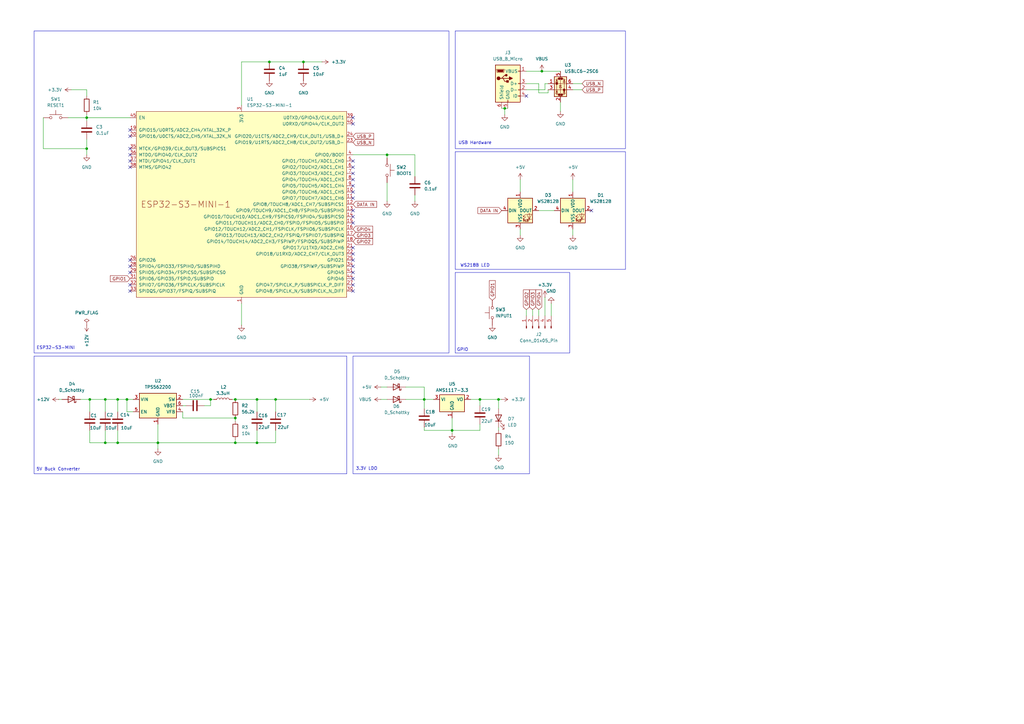
<source format=kicad_sch>
(kicad_sch
	(version 20231120)
	(generator "eeschema")
	(generator_version "8.0")
	(uuid "dc2b93ba-a3b6-41ac-938e-a5de54e666c5")
	(paper "A3")
	(lib_symbols
		(symbol "Connector:Conn_01x05_Pin"
			(pin_names
				(offset 1.016) hide)
			(exclude_from_sim no)
			(in_bom yes)
			(on_board yes)
			(property "Reference" "J"
				(at 0 7.62 0)
				(effects
					(font
						(size 1.27 1.27)
					)
				)
			)
			(property "Value" "Conn_01x05_Pin"
				(at 0 -7.62 0)
				(effects
					(font
						(size 1.27 1.27)
					)
				)
			)
			(property "Footprint" ""
				(at 0 0 0)
				(effects
					(font
						(size 1.27 1.27)
					)
					(hide yes)
				)
			)
			(property "Datasheet" "~"
				(at 0 0 0)
				(effects
					(font
						(size 1.27 1.27)
					)
					(hide yes)
				)
			)
			(property "Description" "Generic connector, single row, 01x05, script generated"
				(at 0 0 0)
				(effects
					(font
						(size 1.27 1.27)
					)
					(hide yes)
				)
			)
			(property "ki_locked" ""
				(at 0 0 0)
				(effects
					(font
						(size 1.27 1.27)
					)
				)
			)
			(property "ki_keywords" "connector"
				(at 0 0 0)
				(effects
					(font
						(size 1.27 1.27)
					)
					(hide yes)
				)
			)
			(property "ki_fp_filters" "Connector*:*_1x??_*"
				(at 0 0 0)
				(effects
					(font
						(size 1.27 1.27)
					)
					(hide yes)
				)
			)
			(symbol "Conn_01x05_Pin_1_1"
				(polyline
					(pts
						(xy 1.27 -5.08) (xy 0.8636 -5.08)
					)
					(stroke
						(width 0.1524)
						(type default)
					)
					(fill
						(type none)
					)
				)
				(polyline
					(pts
						(xy 1.27 -2.54) (xy 0.8636 -2.54)
					)
					(stroke
						(width 0.1524)
						(type default)
					)
					(fill
						(type none)
					)
				)
				(polyline
					(pts
						(xy 1.27 0) (xy 0.8636 0)
					)
					(stroke
						(width 0.1524)
						(type default)
					)
					(fill
						(type none)
					)
				)
				(polyline
					(pts
						(xy 1.27 2.54) (xy 0.8636 2.54)
					)
					(stroke
						(width 0.1524)
						(type default)
					)
					(fill
						(type none)
					)
				)
				(polyline
					(pts
						(xy 1.27 5.08) (xy 0.8636 5.08)
					)
					(stroke
						(width 0.1524)
						(type default)
					)
					(fill
						(type none)
					)
				)
				(rectangle
					(start 0.8636 -4.953)
					(end 0 -5.207)
					(stroke
						(width 0.1524)
						(type default)
					)
					(fill
						(type outline)
					)
				)
				(rectangle
					(start 0.8636 -2.413)
					(end 0 -2.667)
					(stroke
						(width 0.1524)
						(type default)
					)
					(fill
						(type outline)
					)
				)
				(rectangle
					(start 0.8636 0.127)
					(end 0 -0.127)
					(stroke
						(width 0.1524)
						(type default)
					)
					(fill
						(type outline)
					)
				)
				(rectangle
					(start 0.8636 2.667)
					(end 0 2.413)
					(stroke
						(width 0.1524)
						(type default)
					)
					(fill
						(type outline)
					)
				)
				(rectangle
					(start 0.8636 5.207)
					(end 0 4.953)
					(stroke
						(width 0.1524)
						(type default)
					)
					(fill
						(type outline)
					)
				)
				(pin passive line
					(at 5.08 5.08 180)
					(length 3.81)
					(name "Pin_1"
						(effects
							(font
								(size 1.27 1.27)
							)
						)
					)
					(number "1"
						(effects
							(font
								(size 1.27 1.27)
							)
						)
					)
				)
				(pin passive line
					(at 5.08 2.54 180)
					(length 3.81)
					(name "Pin_2"
						(effects
							(font
								(size 1.27 1.27)
							)
						)
					)
					(number "2"
						(effects
							(font
								(size 1.27 1.27)
							)
						)
					)
				)
				(pin passive line
					(at 5.08 0 180)
					(length 3.81)
					(name "Pin_3"
						(effects
							(font
								(size 1.27 1.27)
							)
						)
					)
					(number "3"
						(effects
							(font
								(size 1.27 1.27)
							)
						)
					)
				)
				(pin passive line
					(at 5.08 -2.54 180)
					(length 3.81)
					(name "Pin_4"
						(effects
							(font
								(size 1.27 1.27)
							)
						)
					)
					(number "4"
						(effects
							(font
								(size 1.27 1.27)
							)
						)
					)
				)
				(pin passive line
					(at 5.08 -5.08 180)
					(length 3.81)
					(name "Pin_5"
						(effects
							(font
								(size 1.27 1.27)
							)
						)
					)
					(number "5"
						(effects
							(font
								(size 1.27 1.27)
							)
						)
					)
				)
			)
		)
		(symbol "Connector:USB_B_Micro"
			(pin_names
				(offset 1.016)
			)
			(exclude_from_sim no)
			(in_bom yes)
			(on_board yes)
			(property "Reference" "J"
				(at -5.08 11.43 0)
				(effects
					(font
						(size 1.27 1.27)
					)
					(justify left)
				)
			)
			(property "Value" "USB_B_Micro"
				(at -5.08 8.89 0)
				(effects
					(font
						(size 1.27 1.27)
					)
					(justify left)
				)
			)
			(property "Footprint" ""
				(at 3.81 -1.27 0)
				(effects
					(font
						(size 1.27 1.27)
					)
					(hide yes)
				)
			)
			(property "Datasheet" "~"
				(at 3.81 -1.27 0)
				(effects
					(font
						(size 1.27 1.27)
					)
					(hide yes)
				)
			)
			(property "Description" "USB Micro Type B connector"
				(at 0 0 0)
				(effects
					(font
						(size 1.27 1.27)
					)
					(hide yes)
				)
			)
			(property "ki_keywords" "connector USB micro"
				(at 0 0 0)
				(effects
					(font
						(size 1.27 1.27)
					)
					(hide yes)
				)
			)
			(property "ki_fp_filters" "USB*"
				(at 0 0 0)
				(effects
					(font
						(size 1.27 1.27)
					)
					(hide yes)
				)
			)
			(symbol "USB_B_Micro_0_1"
				(rectangle
					(start -5.08 -7.62)
					(end 5.08 7.62)
					(stroke
						(width 0.254)
						(type default)
					)
					(fill
						(type background)
					)
				)
				(circle
					(center -3.81 2.159)
					(radius 0.635)
					(stroke
						(width 0.254)
						(type default)
					)
					(fill
						(type outline)
					)
				)
				(circle
					(center -0.635 3.429)
					(radius 0.381)
					(stroke
						(width 0.254)
						(type default)
					)
					(fill
						(type outline)
					)
				)
				(rectangle
					(start -0.127 -7.62)
					(end 0.127 -6.858)
					(stroke
						(width 0)
						(type default)
					)
					(fill
						(type none)
					)
				)
				(polyline
					(pts
						(xy -1.905 2.159) (xy 0.635 2.159)
					)
					(stroke
						(width 0.254)
						(type default)
					)
					(fill
						(type none)
					)
				)
				(polyline
					(pts
						(xy -3.175 2.159) (xy -2.54 2.159) (xy -1.27 3.429) (xy -0.635 3.429)
					)
					(stroke
						(width 0.254)
						(type default)
					)
					(fill
						(type none)
					)
				)
				(polyline
					(pts
						(xy -2.54 2.159) (xy -1.905 2.159) (xy -1.27 0.889) (xy 0 0.889)
					)
					(stroke
						(width 0.254)
						(type default)
					)
					(fill
						(type none)
					)
				)
				(polyline
					(pts
						(xy 0.635 2.794) (xy 0.635 1.524) (xy 1.905 2.159) (xy 0.635 2.794)
					)
					(stroke
						(width 0.254)
						(type default)
					)
					(fill
						(type outline)
					)
				)
				(polyline
					(pts
						(xy -4.318 5.588) (xy -1.778 5.588) (xy -2.032 4.826) (xy -4.064 4.826) (xy -4.318 5.588)
					)
					(stroke
						(width 0)
						(type default)
					)
					(fill
						(type outline)
					)
				)
				(polyline
					(pts
						(xy -4.699 5.842) (xy -4.699 5.588) (xy -4.445 4.826) (xy -4.445 4.572) (xy -1.651 4.572) (xy -1.651 4.826)
						(xy -1.397 5.588) (xy -1.397 5.842) (xy -4.699 5.842)
					)
					(stroke
						(width 0)
						(type default)
					)
					(fill
						(type none)
					)
				)
				(rectangle
					(start 0.254 1.27)
					(end -0.508 0.508)
					(stroke
						(width 0.254)
						(type default)
					)
					(fill
						(type outline)
					)
				)
				(rectangle
					(start 5.08 -5.207)
					(end 4.318 -4.953)
					(stroke
						(width 0)
						(type default)
					)
					(fill
						(type none)
					)
				)
				(rectangle
					(start 5.08 -2.667)
					(end 4.318 -2.413)
					(stroke
						(width 0)
						(type default)
					)
					(fill
						(type none)
					)
				)
				(rectangle
					(start 5.08 -0.127)
					(end 4.318 0.127)
					(stroke
						(width 0)
						(type default)
					)
					(fill
						(type none)
					)
				)
				(rectangle
					(start 5.08 4.953)
					(end 4.318 5.207)
					(stroke
						(width 0)
						(type default)
					)
					(fill
						(type none)
					)
				)
			)
			(symbol "USB_B_Micro_1_1"
				(pin power_out line
					(at 7.62 5.08 180)
					(length 2.54)
					(name "VBUS"
						(effects
							(font
								(size 1.27 1.27)
							)
						)
					)
					(number "1"
						(effects
							(font
								(size 1.27 1.27)
							)
						)
					)
				)
				(pin bidirectional line
					(at 7.62 -2.54 180)
					(length 2.54)
					(name "D-"
						(effects
							(font
								(size 1.27 1.27)
							)
						)
					)
					(number "2"
						(effects
							(font
								(size 1.27 1.27)
							)
						)
					)
				)
				(pin bidirectional line
					(at 7.62 0 180)
					(length 2.54)
					(name "D+"
						(effects
							(font
								(size 1.27 1.27)
							)
						)
					)
					(number "3"
						(effects
							(font
								(size 1.27 1.27)
							)
						)
					)
				)
				(pin passive line
					(at 7.62 -5.08 180)
					(length 2.54)
					(name "ID"
						(effects
							(font
								(size 1.27 1.27)
							)
						)
					)
					(number "4"
						(effects
							(font
								(size 1.27 1.27)
							)
						)
					)
				)
				(pin power_out line
					(at 0 -10.16 90)
					(length 2.54)
					(name "GND"
						(effects
							(font
								(size 1.27 1.27)
							)
						)
					)
					(number "5"
						(effects
							(font
								(size 1.27 1.27)
							)
						)
					)
				)
				(pin passive line
					(at -2.54 -10.16 90)
					(length 2.54)
					(name "Shield"
						(effects
							(font
								(size 1.27 1.27)
							)
						)
					)
					(number "6"
						(effects
							(font
								(size 1.27 1.27)
							)
						)
					)
				)
			)
		)
		(symbol "Device:C"
			(pin_numbers hide)
			(pin_names
				(offset 0.254)
			)
			(exclude_from_sim no)
			(in_bom yes)
			(on_board yes)
			(property "Reference" "C"
				(at 0.635 2.54 0)
				(effects
					(font
						(size 1.27 1.27)
					)
					(justify left)
				)
			)
			(property "Value" "C"
				(at 0.635 -2.54 0)
				(effects
					(font
						(size 1.27 1.27)
					)
					(justify left)
				)
			)
			(property "Footprint" ""
				(at 0.9652 -3.81 0)
				(effects
					(font
						(size 1.27 1.27)
					)
					(hide yes)
				)
			)
			(property "Datasheet" "~"
				(at 0 0 0)
				(effects
					(font
						(size 1.27 1.27)
					)
					(hide yes)
				)
			)
			(property "Description" "Unpolarized capacitor"
				(at 0 0 0)
				(effects
					(font
						(size 1.27 1.27)
					)
					(hide yes)
				)
			)
			(property "ki_keywords" "cap capacitor"
				(at 0 0 0)
				(effects
					(font
						(size 1.27 1.27)
					)
					(hide yes)
				)
			)
			(property "ki_fp_filters" "C_*"
				(at 0 0 0)
				(effects
					(font
						(size 1.27 1.27)
					)
					(hide yes)
				)
			)
			(symbol "C_0_1"
				(polyline
					(pts
						(xy -2.032 -0.762) (xy 2.032 -0.762)
					)
					(stroke
						(width 0.508)
						(type default)
					)
					(fill
						(type none)
					)
				)
				(polyline
					(pts
						(xy -2.032 0.762) (xy 2.032 0.762)
					)
					(stroke
						(width 0.508)
						(type default)
					)
					(fill
						(type none)
					)
				)
			)
			(symbol "C_1_1"
				(pin passive line
					(at 0 3.81 270)
					(length 2.794)
					(name "~"
						(effects
							(font
								(size 1.27 1.27)
							)
						)
					)
					(number "1"
						(effects
							(font
								(size 1.27 1.27)
							)
						)
					)
				)
				(pin passive line
					(at 0 -3.81 90)
					(length 2.794)
					(name "~"
						(effects
							(font
								(size 1.27 1.27)
							)
						)
					)
					(number "2"
						(effects
							(font
								(size 1.27 1.27)
							)
						)
					)
				)
			)
		)
		(symbol "Device:D_Schottky"
			(pin_numbers hide)
			(pin_names
				(offset 1.016) hide)
			(exclude_from_sim no)
			(in_bom yes)
			(on_board yes)
			(property "Reference" "D"
				(at 0 2.54 0)
				(effects
					(font
						(size 1.27 1.27)
					)
				)
			)
			(property "Value" "D_Schottky"
				(at 0 -2.54 0)
				(effects
					(font
						(size 1.27 1.27)
					)
				)
			)
			(property "Footprint" ""
				(at 0 0 0)
				(effects
					(font
						(size 1.27 1.27)
					)
					(hide yes)
				)
			)
			(property "Datasheet" "~"
				(at 0 0 0)
				(effects
					(font
						(size 1.27 1.27)
					)
					(hide yes)
				)
			)
			(property "Description" "Schottky diode"
				(at 0 0 0)
				(effects
					(font
						(size 1.27 1.27)
					)
					(hide yes)
				)
			)
			(property "ki_keywords" "diode Schottky"
				(at 0 0 0)
				(effects
					(font
						(size 1.27 1.27)
					)
					(hide yes)
				)
			)
			(property "ki_fp_filters" "TO-???* *_Diode_* *SingleDiode* D_*"
				(at 0 0 0)
				(effects
					(font
						(size 1.27 1.27)
					)
					(hide yes)
				)
			)
			(symbol "D_Schottky_0_1"
				(polyline
					(pts
						(xy 1.27 0) (xy -1.27 0)
					)
					(stroke
						(width 0)
						(type default)
					)
					(fill
						(type none)
					)
				)
				(polyline
					(pts
						(xy 1.27 1.27) (xy 1.27 -1.27) (xy -1.27 0) (xy 1.27 1.27)
					)
					(stroke
						(width 0.254)
						(type default)
					)
					(fill
						(type none)
					)
				)
				(polyline
					(pts
						(xy -1.905 0.635) (xy -1.905 1.27) (xy -1.27 1.27) (xy -1.27 -1.27) (xy -0.635 -1.27) (xy -0.635 -0.635)
					)
					(stroke
						(width 0.254)
						(type default)
					)
					(fill
						(type none)
					)
				)
			)
			(symbol "D_Schottky_1_1"
				(pin passive line
					(at -3.81 0 0)
					(length 2.54)
					(name "K"
						(effects
							(font
								(size 1.27 1.27)
							)
						)
					)
					(number "1"
						(effects
							(font
								(size 1.27 1.27)
							)
						)
					)
				)
				(pin passive line
					(at 3.81 0 180)
					(length 2.54)
					(name "A"
						(effects
							(font
								(size 1.27 1.27)
							)
						)
					)
					(number "2"
						(effects
							(font
								(size 1.27 1.27)
							)
						)
					)
				)
			)
		)
		(symbol "Device:L"
			(pin_numbers hide)
			(pin_names
				(offset 1.016) hide)
			(exclude_from_sim no)
			(in_bom yes)
			(on_board yes)
			(property "Reference" "L"
				(at -1.27 0 90)
				(effects
					(font
						(size 1.27 1.27)
					)
				)
			)
			(property "Value" "L"
				(at 1.905 0 90)
				(effects
					(font
						(size 1.27 1.27)
					)
				)
			)
			(property "Footprint" ""
				(at 0 0 0)
				(effects
					(font
						(size 1.27 1.27)
					)
					(hide yes)
				)
			)
			(property "Datasheet" "~"
				(at 0 0 0)
				(effects
					(font
						(size 1.27 1.27)
					)
					(hide yes)
				)
			)
			(property "Description" "Inductor"
				(at 0 0 0)
				(effects
					(font
						(size 1.27 1.27)
					)
					(hide yes)
				)
			)
			(property "ki_keywords" "inductor choke coil reactor magnetic"
				(at 0 0 0)
				(effects
					(font
						(size 1.27 1.27)
					)
					(hide yes)
				)
			)
			(property "ki_fp_filters" "Choke_* *Coil* Inductor_* L_*"
				(at 0 0 0)
				(effects
					(font
						(size 1.27 1.27)
					)
					(hide yes)
				)
			)
			(symbol "L_0_1"
				(arc
					(start 0 -2.54)
					(mid 0.6323 -1.905)
					(end 0 -1.27)
					(stroke
						(width 0)
						(type default)
					)
					(fill
						(type none)
					)
				)
				(arc
					(start 0 -1.27)
					(mid 0.6323 -0.635)
					(end 0 0)
					(stroke
						(width 0)
						(type default)
					)
					(fill
						(type none)
					)
				)
				(arc
					(start 0 0)
					(mid 0.6323 0.635)
					(end 0 1.27)
					(stroke
						(width 0)
						(type default)
					)
					(fill
						(type none)
					)
				)
				(arc
					(start 0 1.27)
					(mid 0.6323 1.905)
					(end 0 2.54)
					(stroke
						(width 0)
						(type default)
					)
					(fill
						(type none)
					)
				)
			)
			(symbol "L_1_1"
				(pin passive line
					(at 0 3.81 270)
					(length 1.27)
					(name "1"
						(effects
							(font
								(size 1.27 1.27)
							)
						)
					)
					(number "1"
						(effects
							(font
								(size 1.27 1.27)
							)
						)
					)
				)
				(pin passive line
					(at 0 -3.81 90)
					(length 1.27)
					(name "2"
						(effects
							(font
								(size 1.27 1.27)
							)
						)
					)
					(number "2"
						(effects
							(font
								(size 1.27 1.27)
							)
						)
					)
				)
			)
		)
		(symbol "Device:LED"
			(pin_numbers hide)
			(pin_names
				(offset 1.016) hide)
			(exclude_from_sim no)
			(in_bom yes)
			(on_board yes)
			(property "Reference" "D"
				(at 0 2.54 0)
				(effects
					(font
						(size 1.27 1.27)
					)
				)
			)
			(property "Value" "LED"
				(at 0 -2.54 0)
				(effects
					(font
						(size 1.27 1.27)
					)
				)
			)
			(property "Footprint" ""
				(at 0 0 0)
				(effects
					(font
						(size 1.27 1.27)
					)
					(hide yes)
				)
			)
			(property "Datasheet" "~"
				(at 0 0 0)
				(effects
					(font
						(size 1.27 1.27)
					)
					(hide yes)
				)
			)
			(property "Description" "Light emitting diode"
				(at 0 0 0)
				(effects
					(font
						(size 1.27 1.27)
					)
					(hide yes)
				)
			)
			(property "ki_keywords" "LED diode"
				(at 0 0 0)
				(effects
					(font
						(size 1.27 1.27)
					)
					(hide yes)
				)
			)
			(property "ki_fp_filters" "LED* LED_SMD:* LED_THT:*"
				(at 0 0 0)
				(effects
					(font
						(size 1.27 1.27)
					)
					(hide yes)
				)
			)
			(symbol "LED_0_1"
				(polyline
					(pts
						(xy -1.27 -1.27) (xy -1.27 1.27)
					)
					(stroke
						(width 0.254)
						(type default)
					)
					(fill
						(type none)
					)
				)
				(polyline
					(pts
						(xy -1.27 0) (xy 1.27 0)
					)
					(stroke
						(width 0)
						(type default)
					)
					(fill
						(type none)
					)
				)
				(polyline
					(pts
						(xy 1.27 -1.27) (xy 1.27 1.27) (xy -1.27 0) (xy 1.27 -1.27)
					)
					(stroke
						(width 0.254)
						(type default)
					)
					(fill
						(type none)
					)
				)
				(polyline
					(pts
						(xy -3.048 -0.762) (xy -4.572 -2.286) (xy -3.81 -2.286) (xy -4.572 -2.286) (xy -4.572 -1.524)
					)
					(stroke
						(width 0)
						(type default)
					)
					(fill
						(type none)
					)
				)
				(polyline
					(pts
						(xy -1.778 -0.762) (xy -3.302 -2.286) (xy -2.54 -2.286) (xy -3.302 -2.286) (xy -3.302 -1.524)
					)
					(stroke
						(width 0)
						(type default)
					)
					(fill
						(type none)
					)
				)
			)
			(symbol "LED_1_1"
				(pin passive line
					(at -3.81 0 0)
					(length 2.54)
					(name "K"
						(effects
							(font
								(size 1.27 1.27)
							)
						)
					)
					(number "1"
						(effects
							(font
								(size 1.27 1.27)
							)
						)
					)
				)
				(pin passive line
					(at 3.81 0 180)
					(length 2.54)
					(name "A"
						(effects
							(font
								(size 1.27 1.27)
							)
						)
					)
					(number "2"
						(effects
							(font
								(size 1.27 1.27)
							)
						)
					)
				)
			)
		)
		(symbol "Device:R"
			(pin_numbers hide)
			(pin_names
				(offset 0)
			)
			(exclude_from_sim no)
			(in_bom yes)
			(on_board yes)
			(property "Reference" "R"
				(at 2.032 0 90)
				(effects
					(font
						(size 1.27 1.27)
					)
				)
			)
			(property "Value" "R"
				(at 0 0 90)
				(effects
					(font
						(size 1.27 1.27)
					)
				)
			)
			(property "Footprint" ""
				(at -1.778 0 90)
				(effects
					(font
						(size 1.27 1.27)
					)
					(hide yes)
				)
			)
			(property "Datasheet" "~"
				(at 0 0 0)
				(effects
					(font
						(size 1.27 1.27)
					)
					(hide yes)
				)
			)
			(property "Description" "Resistor"
				(at 0 0 0)
				(effects
					(font
						(size 1.27 1.27)
					)
					(hide yes)
				)
			)
			(property "ki_keywords" "R res resistor"
				(at 0 0 0)
				(effects
					(font
						(size 1.27 1.27)
					)
					(hide yes)
				)
			)
			(property "ki_fp_filters" "R_*"
				(at 0 0 0)
				(effects
					(font
						(size 1.27 1.27)
					)
					(hide yes)
				)
			)
			(symbol "R_0_1"
				(rectangle
					(start -1.016 -2.54)
					(end 1.016 2.54)
					(stroke
						(width 0.254)
						(type default)
					)
					(fill
						(type none)
					)
				)
			)
			(symbol "R_1_1"
				(pin passive line
					(at 0 3.81 270)
					(length 1.27)
					(name "~"
						(effects
							(font
								(size 1.27 1.27)
							)
						)
					)
					(number "1"
						(effects
							(font
								(size 1.27 1.27)
							)
						)
					)
				)
				(pin passive line
					(at 0 -3.81 90)
					(length 1.27)
					(name "~"
						(effects
							(font
								(size 1.27 1.27)
							)
						)
					)
					(number "2"
						(effects
							(font
								(size 1.27 1.27)
							)
						)
					)
				)
			)
		)
		(symbol "LED:WS2812B"
			(pin_names
				(offset 0.254)
			)
			(exclude_from_sim no)
			(in_bom yes)
			(on_board yes)
			(property "Reference" "D"
				(at 5.08 5.715 0)
				(effects
					(font
						(size 1.27 1.27)
					)
					(justify right bottom)
				)
			)
			(property "Value" "WS2812B"
				(at 1.27 -5.715 0)
				(effects
					(font
						(size 1.27 1.27)
					)
					(justify left top)
				)
			)
			(property "Footprint" "LED_SMD:LED_WS2812B_PLCC4_5.0x5.0mm_P3.2mm"
				(at 1.27 -7.62 0)
				(effects
					(font
						(size 1.27 1.27)
					)
					(justify left top)
					(hide yes)
				)
			)
			(property "Datasheet" "https://cdn-shop.adafruit.com/datasheets/WS2812B.pdf"
				(at 2.54 -9.525 0)
				(effects
					(font
						(size 1.27 1.27)
					)
					(justify left top)
					(hide yes)
				)
			)
			(property "Description" "RGB LED with integrated controller"
				(at 0 0 0)
				(effects
					(font
						(size 1.27 1.27)
					)
					(hide yes)
				)
			)
			(property "ki_keywords" "RGB LED NeoPixel addressable"
				(at 0 0 0)
				(effects
					(font
						(size 1.27 1.27)
					)
					(hide yes)
				)
			)
			(property "ki_fp_filters" "LED*WS2812*PLCC*5.0x5.0mm*P3.2mm*"
				(at 0 0 0)
				(effects
					(font
						(size 1.27 1.27)
					)
					(hide yes)
				)
			)
			(symbol "WS2812B_0_0"
				(text "RGB"
					(at 2.286 -4.191 0)
					(effects
						(font
							(size 0.762 0.762)
						)
					)
				)
			)
			(symbol "WS2812B_0_1"
				(polyline
					(pts
						(xy 1.27 -3.556) (xy 1.778 -3.556)
					)
					(stroke
						(width 0)
						(type default)
					)
					(fill
						(type none)
					)
				)
				(polyline
					(pts
						(xy 1.27 -2.54) (xy 1.778 -2.54)
					)
					(stroke
						(width 0)
						(type default)
					)
					(fill
						(type none)
					)
				)
				(polyline
					(pts
						(xy 4.699 -3.556) (xy 2.667 -3.556)
					)
					(stroke
						(width 0)
						(type default)
					)
					(fill
						(type none)
					)
				)
				(polyline
					(pts
						(xy 2.286 -2.54) (xy 1.27 -3.556) (xy 1.27 -3.048)
					)
					(stroke
						(width 0)
						(type default)
					)
					(fill
						(type none)
					)
				)
				(polyline
					(pts
						(xy 2.286 -1.524) (xy 1.27 -2.54) (xy 1.27 -2.032)
					)
					(stroke
						(width 0)
						(type default)
					)
					(fill
						(type none)
					)
				)
				(polyline
					(pts
						(xy 3.683 -1.016) (xy 3.683 -3.556) (xy 3.683 -4.064)
					)
					(stroke
						(width 0)
						(type default)
					)
					(fill
						(type none)
					)
				)
				(polyline
					(pts
						(xy 4.699 -1.524) (xy 2.667 -1.524) (xy 3.683 -3.556) (xy 4.699 -1.524)
					)
					(stroke
						(width 0)
						(type default)
					)
					(fill
						(type none)
					)
				)
				(rectangle
					(start 5.08 5.08)
					(end -5.08 -5.08)
					(stroke
						(width 0.254)
						(type default)
					)
					(fill
						(type background)
					)
				)
			)
			(symbol "WS2812B_1_1"
				(pin power_in line
					(at 0 7.62 270)
					(length 2.54)
					(name "VDD"
						(effects
							(font
								(size 1.27 1.27)
							)
						)
					)
					(number "1"
						(effects
							(font
								(size 1.27 1.27)
							)
						)
					)
				)
				(pin output line
					(at 7.62 0 180)
					(length 2.54)
					(name "DOUT"
						(effects
							(font
								(size 1.27 1.27)
							)
						)
					)
					(number "2"
						(effects
							(font
								(size 1.27 1.27)
							)
						)
					)
				)
				(pin power_in line
					(at 0 -7.62 90)
					(length 2.54)
					(name "VSS"
						(effects
							(font
								(size 1.27 1.27)
							)
						)
					)
					(number "3"
						(effects
							(font
								(size 1.27 1.27)
							)
						)
					)
				)
				(pin input line
					(at -7.62 0 0)
					(length 2.54)
					(name "DIN"
						(effects
							(font
								(size 1.27 1.27)
							)
						)
					)
					(number "4"
						(effects
							(font
								(size 1.27 1.27)
							)
						)
					)
				)
			)
		)
		(symbol "PCM_Espressif:ESP32-S3-MINI-1"
			(pin_names
				(offset 1.016)
			)
			(exclude_from_sim no)
			(in_bom yes)
			(on_board yes)
			(property "Reference" "U"
				(at -43.18 43.18 0)
				(effects
					(font
						(size 1.27 1.27)
					)
					(justify left)
				)
			)
			(property "Value" "ESP32-S3-MINI-1"
				(at -43.18 40.64 0)
				(effects
					(font
						(size 1.27 1.27)
					)
					(justify left)
				)
			)
			(property "Footprint" "PCM_Espressif:ESP32-S3-MINI-1"
				(at 0 -55.88 0)
				(effects
					(font
						(size 1.27 1.27)
					)
					(hide yes)
				)
			)
			(property "Datasheet" "https://www.espressif.com/sites/default/files/documentation/esp32-s3-mini-1_mini-1u_datasheet_en.pdf"
				(at 0 -58.42 0)
				(effects
					(font
						(size 1.27 1.27)
					)
					(hide yes)
				)
			)
			(property "Description" "Smallsized module supporting 2.4 GHz WiFi (802.11 b/g/n) and Bluetooth ® 5 (LE) Built around ESP32S3 series of SoCs, Xtensa ® dualcore 32bit LX7 microprocessor Flash up to 8 MB, optional 2 MB PSRAM in chip package 39 GPIOs, rich set of peripherals Onboard PCB antenna or external antenna connector"
				(at 0 0 0)
				(effects
					(font
						(size 1.27 1.27)
					)
					(hide yes)
				)
			)
			(symbol "ESP32-S3-MINI-1_0_0"
				(text "ESP32-S3-MINI-1"
					(at -22.86 0 0)
					(effects
						(font
							(size 2.54 2.54)
						)
					)
				)
				(pin power_in line
					(at 0 -40.64 90)
					(length 2.54)
					(name "GND"
						(effects
							(font
								(size 1.27 1.27)
							)
						)
					)
					(number "1"
						(effects
							(font
								(size 1.27 1.27)
							)
						)
					)
				)
				(pin bidirectional line
					(at 45.72 5.08 180)
					(length 2.54)
					(name "GPIO6/TOUCH6/ADC1_CH5"
						(effects
							(font
								(size 1.27 1.27)
							)
						)
					)
					(number "10"
						(effects
							(font
								(size 1.27 1.27)
							)
						)
					)
				)
				(pin bidirectional line
					(at 45.72 2.54 180)
					(length 2.54)
					(name "GPIO7/TOUCH7/ADC1_CH6"
						(effects
							(font
								(size 1.27 1.27)
							)
						)
					)
					(number "11"
						(effects
							(font
								(size 1.27 1.27)
							)
						)
					)
				)
				(pin bidirectional line
					(at 45.72 0 180)
					(length 2.54)
					(name "GPIO8/TOUCH8/ADC1_CH7/SUBSPICS1"
						(effects
							(font
								(size 1.27 1.27)
							)
						)
					)
					(number "12"
						(effects
							(font
								(size 1.27 1.27)
							)
						)
					)
				)
				(pin bidirectional line
					(at 45.72 -2.54 180)
					(length 2.54)
					(name "GPIO9/TOUCH9/ADC1_CH8/FSPIHD/SUBSPIHD"
						(effects
							(font
								(size 1.27 1.27)
							)
						)
					)
					(number "13"
						(effects
							(font
								(size 1.27 1.27)
							)
						)
					)
				)
				(pin bidirectional line
					(at 45.72 -5.08 180)
					(length 2.54)
					(name "GPIO10/TOUCH10/ADC1_CH9/FSPICS0/FSPIIO4/SUBSPICS0"
						(effects
							(font
								(size 1.27 1.27)
							)
						)
					)
					(number "14"
						(effects
							(font
								(size 1.27 1.27)
							)
						)
					)
				)
				(pin bidirectional line
					(at 45.72 -7.62 180)
					(length 2.54)
					(name "GPIO11/TOUCH11/ADC2_CH0/FSPID/FSPIIO5/SUBSPID"
						(effects
							(font
								(size 1.27 1.27)
							)
						)
					)
					(number "15"
						(effects
							(font
								(size 1.27 1.27)
							)
						)
					)
				)
				(pin bidirectional line
					(at 45.72 -10.16 180)
					(length 2.54)
					(name "GPIO12/TOUCH12/ADC2_CH1/FSPICLK/FSPIIO6/SUBSPICLK"
						(effects
							(font
								(size 1.27 1.27)
							)
						)
					)
					(number "16"
						(effects
							(font
								(size 1.27 1.27)
							)
						)
					)
				)
				(pin bidirectional line
					(at 45.72 -12.7 180)
					(length 2.54)
					(name "GPIO13/TOUCH13/ADC2_CH2/FSPIQ/FSPIIO7/SUBSPIQ"
						(effects
							(font
								(size 1.27 1.27)
							)
						)
					)
					(number "17"
						(effects
							(font
								(size 1.27 1.27)
							)
						)
					)
				)
				(pin bidirectional line
					(at 45.72 -15.24 180)
					(length 2.54)
					(name "GPIO14/TOUCH14/ADC2_CH3/FSPIWP/FSPIDQS/SUBSPIWP"
						(effects
							(font
								(size 1.27 1.27)
							)
						)
					)
					(number "18"
						(effects
							(font
								(size 1.27 1.27)
							)
						)
					)
				)
				(pin bidirectional line
					(at -45.72 30.48 0)
					(length 2.54)
					(name "GPIO15/U0RTS/ADC2_CH4/XTAL_32K_P"
						(effects
							(font
								(size 1.27 1.27)
							)
						)
					)
					(number "19"
						(effects
							(font
								(size 1.27 1.27)
							)
						)
					)
				)
				(pin passive line
					(at 0 -40.64 90)
					(length 2.54) hide
					(name "GND"
						(effects
							(font
								(size 1.27 1.27)
							)
						)
					)
					(number "2"
						(effects
							(font
								(size 1.27 1.27)
							)
						)
					)
				)
				(pin bidirectional line
					(at -45.72 27.94 0)
					(length 2.54)
					(name "GPIO16/U0CTS/ADC2_CH5/XTAL_32K_N"
						(effects
							(font
								(size 1.27 1.27)
							)
						)
					)
					(number "20"
						(effects
							(font
								(size 1.27 1.27)
							)
						)
					)
				)
				(pin bidirectional line
					(at 45.72 -17.78 180)
					(length 2.54)
					(name "GPIO17/U1TXD/ADC2_CH6"
						(effects
							(font
								(size 1.27 1.27)
							)
						)
					)
					(number "21"
						(effects
							(font
								(size 1.27 1.27)
							)
						)
					)
				)
				(pin bidirectional line
					(at 45.72 -20.32 180)
					(length 2.54)
					(name "GPIO18/U1RXD/ADC2_CH7/CLK_OUT3"
						(effects
							(font
								(size 1.27 1.27)
							)
						)
					)
					(number "22"
						(effects
							(font
								(size 1.27 1.27)
							)
						)
					)
				)
				(pin bidirectional line
					(at 45.72 25.4 180)
					(length 2.54)
					(name "GPIO19/U1RTS/ADC2_CH8/CLK_OUT2/USB_D-"
						(effects
							(font
								(size 1.27 1.27)
							)
						)
					)
					(number "23"
						(effects
							(font
								(size 1.27 1.27)
							)
						)
					)
				)
				(pin bidirectional line
					(at 45.72 27.94 180)
					(length 2.54)
					(name "GPIO20/U1CTS/ADC2_CH9/CLK_OUT1/USB_D+"
						(effects
							(font
								(size 1.27 1.27)
							)
						)
					)
					(number "24"
						(effects
							(font
								(size 1.27 1.27)
							)
						)
					)
				)
				(pin bidirectional line
					(at 45.72 -22.86 180)
					(length 2.54)
					(name "GPIO21"
						(effects
							(font
								(size 1.27 1.27)
							)
						)
					)
					(number "25"
						(effects
							(font
								(size 1.27 1.27)
							)
						)
					)
				)
				(pin bidirectional line
					(at -45.72 -22.86 0)
					(length 2.54)
					(name "GPIO26"
						(effects
							(font
								(size 1.27 1.27)
							)
						)
					)
					(number "26"
						(effects
							(font
								(size 1.27 1.27)
							)
						)
					)
				)
				(pin bidirectional line
					(at 45.72 -33.02 180)
					(length 2.54)
					(name "GPIO47/SPICLK_P/SUBSPICLK_P_DIFF"
						(effects
							(font
								(size 1.27 1.27)
							)
						)
					)
					(number "27"
						(effects
							(font
								(size 1.27 1.27)
							)
						)
					)
				)
				(pin bidirectional line
					(at -45.72 -25.4 0)
					(length 2.54)
					(name "SPIIO4/GPIO33/FSPIHD/SUBSPIHD"
						(effects
							(font
								(size 1.27 1.27)
							)
						)
					)
					(number "28"
						(effects
							(font
								(size 1.27 1.27)
							)
						)
					)
				)
				(pin bidirectional line
					(at -45.72 -27.94 0)
					(length 2.54)
					(name "SPIIO5/GPIO34/FSPICS0/SUBSPICS0"
						(effects
							(font
								(size 1.27 1.27)
							)
						)
					)
					(number "29"
						(effects
							(font
								(size 1.27 1.27)
							)
						)
					)
				)
				(pin power_in line
					(at 0 40.64 270)
					(length 2.54)
					(name "3V3"
						(effects
							(font
								(size 1.27 1.27)
							)
						)
					)
					(number "3"
						(effects
							(font
								(size 1.27 1.27)
							)
						)
					)
				)
				(pin bidirectional line
					(at 45.72 -35.56 180)
					(length 2.54)
					(name "GPIO48/SPICLK_N/SUBSPICLK_N_DIFF"
						(effects
							(font
								(size 1.27 1.27)
							)
						)
					)
					(number "30"
						(effects
							(font
								(size 1.27 1.27)
							)
						)
					)
				)
				(pin bidirectional line
					(at -45.72 -30.48 0)
					(length 2.54)
					(name "SPIIO6/GPIO35/FSPID/SUBSPID"
						(effects
							(font
								(size 1.27 1.27)
							)
						)
					)
					(number "31"
						(effects
							(font
								(size 1.27 1.27)
							)
						)
					)
				)
				(pin bidirectional line
					(at -45.72 -33.02 0)
					(length 2.54)
					(name "SPIIO7/GPIO36/FSPICLK/SUBSPICLK"
						(effects
							(font
								(size 1.27 1.27)
							)
						)
					)
					(number "32"
						(effects
							(font
								(size 1.27 1.27)
							)
						)
					)
				)
				(pin bidirectional line
					(at -45.72 -35.56 0)
					(length 2.54)
					(name "SPIDQS/GPIO37/FSPIQ/SUBSPIQ"
						(effects
							(font
								(size 1.27 1.27)
							)
						)
					)
					(number "33"
						(effects
							(font
								(size 1.27 1.27)
							)
						)
					)
				)
				(pin bidirectional line
					(at 45.72 -25.4 180)
					(length 2.54)
					(name "GPIO38/FSPIWP/SUBSPIWP"
						(effects
							(font
								(size 1.27 1.27)
							)
						)
					)
					(number "34"
						(effects
							(font
								(size 1.27 1.27)
							)
						)
					)
				)
				(pin bidirectional line
					(at -45.72 22.86 0)
					(length 2.54)
					(name "MTCK/GPIO39/CLK_OUT3/SUBSPICS1"
						(effects
							(font
								(size 1.27 1.27)
							)
						)
					)
					(number "35"
						(effects
							(font
								(size 1.27 1.27)
							)
						)
					)
				)
				(pin bidirectional line
					(at -45.72 20.32 0)
					(length 2.54)
					(name "MTDO/GPIO40/CLK_OUT2"
						(effects
							(font
								(size 1.27 1.27)
							)
						)
					)
					(number "36"
						(effects
							(font
								(size 1.27 1.27)
							)
						)
					)
				)
				(pin bidirectional line
					(at -45.72 17.78 0)
					(length 2.54)
					(name "MTDI/GPIO41/CLK_OUT1"
						(effects
							(font
								(size 1.27 1.27)
							)
						)
					)
					(number "37"
						(effects
							(font
								(size 1.27 1.27)
							)
						)
					)
				)
				(pin bidirectional line
					(at -45.72 15.24 0)
					(length 2.54)
					(name "MTMS/GPIO42"
						(effects
							(font
								(size 1.27 1.27)
							)
						)
					)
					(number "38"
						(effects
							(font
								(size 1.27 1.27)
							)
						)
					)
				)
				(pin bidirectional line
					(at 45.72 35.56 180)
					(length 2.54)
					(name "U0TXD/GPIO43/CLK_OUT1"
						(effects
							(font
								(size 1.27 1.27)
							)
						)
					)
					(number "39"
						(effects
							(font
								(size 1.27 1.27)
							)
						)
					)
				)
				(pin bidirectional line
					(at 45.72 20.32 180)
					(length 2.54)
					(name "GPIO0/BOOT"
						(effects
							(font
								(size 1.27 1.27)
							)
						)
					)
					(number "4"
						(effects
							(font
								(size 1.27 1.27)
							)
						)
					)
				)
				(pin bidirectional line
					(at 45.72 33.02 180)
					(length 2.54)
					(name "U0RXD/GPIO44/CLK_OUT2"
						(effects
							(font
								(size 1.27 1.27)
							)
						)
					)
					(number "40"
						(effects
							(font
								(size 1.27 1.27)
							)
						)
					)
				)
				(pin bidirectional line
					(at 45.72 -27.94 180)
					(length 2.54)
					(name "GPIO45"
						(effects
							(font
								(size 1.27 1.27)
							)
						)
					)
					(number "41"
						(effects
							(font
								(size 1.27 1.27)
							)
						)
					)
				)
				(pin passive line
					(at 0 -40.64 90)
					(length 2.54) hide
					(name "GND"
						(effects
							(font
								(size 1.27 1.27)
							)
						)
					)
					(number "42"
						(effects
							(font
								(size 1.27 1.27)
							)
						)
					)
				)
				(pin passive line
					(at 0 -40.64 90)
					(length 2.54) hide
					(name "GND"
						(effects
							(font
								(size 1.27 1.27)
							)
						)
					)
					(number "43"
						(effects
							(font
								(size 1.27 1.27)
							)
						)
					)
				)
				(pin bidirectional line
					(at 45.72 -30.48 180)
					(length 2.54)
					(name "GPIO46"
						(effects
							(font
								(size 1.27 1.27)
							)
						)
					)
					(number "44"
						(effects
							(font
								(size 1.27 1.27)
							)
						)
					)
				)
				(pin input line
					(at -45.72 35.56 0)
					(length 2.54)
					(name "EN"
						(effects
							(font
								(size 1.27 1.27)
							)
						)
					)
					(number "45"
						(effects
							(font
								(size 1.27 1.27)
							)
						)
					)
				)
				(pin passive line
					(at 0 -40.64 90)
					(length 2.54) hide
					(name "GND"
						(effects
							(font
								(size 1.27 1.27)
							)
						)
					)
					(number "46"
						(effects
							(font
								(size 1.27 1.27)
							)
						)
					)
				)
				(pin passive line
					(at 0 -40.64 90)
					(length 2.54) hide
					(name "GND"
						(effects
							(font
								(size 1.27 1.27)
							)
						)
					)
					(number "47"
						(effects
							(font
								(size 1.27 1.27)
							)
						)
					)
				)
				(pin passive line
					(at 0 -40.64 90)
					(length 2.54) hide
					(name "GND"
						(effects
							(font
								(size 1.27 1.27)
							)
						)
					)
					(number "48"
						(effects
							(font
								(size 1.27 1.27)
							)
						)
					)
				)
				(pin passive line
					(at 0 -40.64 90)
					(length 2.54) hide
					(name "GND"
						(effects
							(font
								(size 1.27 1.27)
							)
						)
					)
					(number "49"
						(effects
							(font
								(size 1.27 1.27)
							)
						)
					)
				)
				(pin bidirectional line
					(at 45.72 17.78 180)
					(length 2.54)
					(name "GPIO1/TOUCH1/ADC1_CH0"
						(effects
							(font
								(size 1.27 1.27)
							)
						)
					)
					(number "5"
						(effects
							(font
								(size 1.27 1.27)
							)
						)
					)
				)
				(pin passive line
					(at 0 -40.64 90)
					(length 2.54) hide
					(name "GND"
						(effects
							(font
								(size 1.27 1.27)
							)
						)
					)
					(number "50"
						(effects
							(font
								(size 1.27 1.27)
							)
						)
					)
				)
				(pin passive line
					(at 0 -40.64 90)
					(length 2.54) hide
					(name "GND"
						(effects
							(font
								(size 1.27 1.27)
							)
						)
					)
					(number "51"
						(effects
							(font
								(size 1.27 1.27)
							)
						)
					)
				)
				(pin passive line
					(at 0 -40.64 90)
					(length 2.54) hide
					(name "GND"
						(effects
							(font
								(size 1.27 1.27)
							)
						)
					)
					(number "52"
						(effects
							(font
								(size 1.27 1.27)
							)
						)
					)
				)
				(pin passive line
					(at 0 -40.64 90)
					(length 2.54) hide
					(name "GND"
						(effects
							(font
								(size 1.27 1.27)
							)
						)
					)
					(number "53"
						(effects
							(font
								(size 1.27 1.27)
							)
						)
					)
				)
				(pin passive line
					(at 0 -40.64 90)
					(length 2.54) hide
					(name "GND"
						(effects
							(font
								(size 1.27 1.27)
							)
						)
					)
					(number "54"
						(effects
							(font
								(size 1.27 1.27)
							)
						)
					)
				)
				(pin passive line
					(at 0 -40.64 90)
					(length 2.54) hide
					(name "GND"
						(effects
							(font
								(size 1.27 1.27)
							)
						)
					)
					(number "55"
						(effects
							(font
								(size 1.27 1.27)
							)
						)
					)
				)
				(pin passive line
					(at 0 -40.64 90)
					(length 2.54) hide
					(name "GND"
						(effects
							(font
								(size 1.27 1.27)
							)
						)
					)
					(number "56"
						(effects
							(font
								(size 1.27 1.27)
							)
						)
					)
				)
				(pin passive line
					(at 0 -40.64 90)
					(length 2.54) hide
					(name "GND"
						(effects
							(font
								(size 1.27 1.27)
							)
						)
					)
					(number "57"
						(effects
							(font
								(size 1.27 1.27)
							)
						)
					)
				)
				(pin passive line
					(at 0 -40.64 90)
					(length 2.54) hide
					(name "GND"
						(effects
							(font
								(size 1.27 1.27)
							)
						)
					)
					(number "58"
						(effects
							(font
								(size 1.27 1.27)
							)
						)
					)
				)
				(pin passive line
					(at 0 -40.64 90)
					(length 2.54) hide
					(name "GND"
						(effects
							(font
								(size 1.27 1.27)
							)
						)
					)
					(number "59"
						(effects
							(font
								(size 1.27 1.27)
							)
						)
					)
				)
				(pin bidirectional line
					(at 45.72 15.24 180)
					(length 2.54)
					(name "GPIO2/TOUCH2/ADC1_CH1"
						(effects
							(font
								(size 1.27 1.27)
							)
						)
					)
					(number "6"
						(effects
							(font
								(size 1.27 1.27)
							)
						)
					)
				)
				(pin passive line
					(at 0 -40.64 90)
					(length 2.54) hide
					(name "GND"
						(effects
							(font
								(size 1.27 1.27)
							)
						)
					)
					(number "60"
						(effects
							(font
								(size 1.27 1.27)
							)
						)
					)
				)
				(pin passive line
					(at 0 -40.64 90)
					(length 2.54) hide
					(name "GND"
						(effects
							(font
								(size 1.27 1.27)
							)
						)
					)
					(number "61"
						(effects
							(font
								(size 1.27 1.27)
							)
						)
					)
				)
				(pin passive line
					(at 0 -40.64 90)
					(length 2.54) hide
					(name "GND"
						(effects
							(font
								(size 1.27 1.27)
							)
						)
					)
					(number "62"
						(effects
							(font
								(size 1.27 1.27)
							)
						)
					)
				)
				(pin passive line
					(at 0 -40.64 90)
					(length 2.54) hide
					(name "GND"
						(effects
							(font
								(size 1.27 1.27)
							)
						)
					)
					(number "63"
						(effects
							(font
								(size 1.27 1.27)
							)
						)
					)
				)
				(pin passive line
					(at 0 -40.64 90)
					(length 2.54) hide
					(name "GND"
						(effects
							(font
								(size 1.27 1.27)
							)
						)
					)
					(number "64"
						(effects
							(font
								(size 1.27 1.27)
							)
						)
					)
				)
				(pin passive line
					(at 0 -40.64 90)
					(length 2.54) hide
					(name "GND"
						(effects
							(font
								(size 1.27 1.27)
							)
						)
					)
					(number "65"
						(effects
							(font
								(size 1.27 1.27)
							)
						)
					)
				)
				(pin bidirectional line
					(at 45.72 12.7 180)
					(length 2.54)
					(name "GPIO3/TOUCH3/ADC1_CH2"
						(effects
							(font
								(size 1.27 1.27)
							)
						)
					)
					(number "7"
						(effects
							(font
								(size 1.27 1.27)
							)
						)
					)
				)
				(pin bidirectional line
					(at 45.72 10.16 180)
					(length 2.54)
					(name "GPIO4/TOUCH4/ADC1_CH3"
						(effects
							(font
								(size 1.27 1.27)
							)
						)
					)
					(number "8"
						(effects
							(font
								(size 1.27 1.27)
							)
						)
					)
				)
				(pin bidirectional line
					(at 45.72 7.62 180)
					(length 2.54)
					(name "GPIO5/TOUCH5/ADC1_CH4"
						(effects
							(font
								(size 1.27 1.27)
							)
						)
					)
					(number "9"
						(effects
							(font
								(size 1.27 1.27)
							)
						)
					)
				)
			)
			(symbol "ESP32-S3-MINI-1_0_1"
				(rectangle
					(start -43.18 38.1)
					(end 43.18 -38.1)
					(stroke
						(width 0)
						(type default)
					)
					(fill
						(type background)
					)
				)
			)
		)
		(symbol "Power_Protection:USBLC6-2SC6"
			(pin_names hide)
			(exclude_from_sim no)
			(in_bom yes)
			(on_board yes)
			(property "Reference" "U"
				(at 0.635 5.715 0)
				(effects
					(font
						(size 1.27 1.27)
					)
					(justify left)
				)
			)
			(property "Value" "USBLC6-2SC6"
				(at 0.635 3.81 0)
				(effects
					(font
						(size 1.27 1.27)
					)
					(justify left)
				)
			)
			(property "Footprint" "Package_TO_SOT_SMD:SOT-23-6"
				(at 1.27 -6.35 0)
				(effects
					(font
						(size 1.27 1.27)
						(italic yes)
					)
					(justify left)
					(hide yes)
				)
			)
			(property "Datasheet" "https://www.st.com/resource/en/datasheet/usblc6-2.pdf"
				(at 1.27 -8.255 0)
				(effects
					(font
						(size 1.27 1.27)
					)
					(justify left)
					(hide yes)
				)
			)
			(property "Description" "Very low capacitance ESD protection diode, 2 data-line, SOT-23-6"
				(at 0 0 0)
				(effects
					(font
						(size 1.27 1.27)
					)
					(hide yes)
				)
			)
			(property "ki_keywords" "usb ethernet video"
				(at 0 0 0)
				(effects
					(font
						(size 1.27 1.27)
					)
					(hide yes)
				)
			)
			(property "ki_fp_filters" "SOT?23*"
				(at 0 0 0)
				(effects
					(font
						(size 1.27 1.27)
					)
					(hide yes)
				)
			)
			(symbol "USBLC6-2SC6_0_0"
				(circle
					(center -1.524 0)
					(radius 0.0001)
					(stroke
						(width 0.508)
						(type default)
					)
					(fill
						(type none)
					)
				)
				(circle
					(center -0.508 -4.572)
					(radius 0.0001)
					(stroke
						(width 0.508)
						(type default)
					)
					(fill
						(type none)
					)
				)
				(circle
					(center -0.508 2.032)
					(radius 0.0001)
					(stroke
						(width 0.508)
						(type default)
					)
					(fill
						(type none)
					)
				)
				(circle
					(center 0.508 -4.572)
					(radius 0.0001)
					(stroke
						(width 0.508)
						(type default)
					)
					(fill
						(type none)
					)
				)
				(circle
					(center 0.508 2.032)
					(radius 0.0001)
					(stroke
						(width 0.508)
						(type default)
					)
					(fill
						(type none)
					)
				)
				(circle
					(center 1.524 -2.54)
					(radius 0.0001)
					(stroke
						(width 0.508)
						(type default)
					)
					(fill
						(type none)
					)
				)
			)
			(symbol "USBLC6-2SC6_0_1"
				(polyline
					(pts
						(xy -2.54 -2.54) (xy 2.54 -2.54)
					)
					(stroke
						(width 0)
						(type default)
					)
					(fill
						(type none)
					)
				)
				(polyline
					(pts
						(xy -2.54 0) (xy 2.54 0)
					)
					(stroke
						(width 0)
						(type default)
					)
					(fill
						(type none)
					)
				)
				(polyline
					(pts
						(xy -2.032 -3.048) (xy -1.016 -3.048)
					)
					(stroke
						(width 0)
						(type default)
					)
					(fill
						(type none)
					)
				)
				(polyline
					(pts
						(xy -1.016 1.524) (xy -2.032 1.524)
					)
					(stroke
						(width 0)
						(type default)
					)
					(fill
						(type none)
					)
				)
				(polyline
					(pts
						(xy 1.016 -3.048) (xy 2.032 -3.048)
					)
					(stroke
						(width 0)
						(type default)
					)
					(fill
						(type none)
					)
				)
				(polyline
					(pts
						(xy 1.016 1.524) (xy 2.032 1.524)
					)
					(stroke
						(width 0)
						(type default)
					)
					(fill
						(type none)
					)
				)
				(polyline
					(pts
						(xy -0.508 -1.143) (xy -0.508 -0.762) (xy 0.508 -0.762)
					)
					(stroke
						(width 0)
						(type default)
					)
					(fill
						(type none)
					)
				)
				(polyline
					(pts
						(xy -2.032 0.508) (xy -1.016 0.508) (xy -1.524 1.524) (xy -2.032 0.508)
					)
					(stroke
						(width 0)
						(type default)
					)
					(fill
						(type none)
					)
				)
				(polyline
					(pts
						(xy -1.016 -4.064) (xy -2.032 -4.064) (xy -1.524 -3.048) (xy -1.016 -4.064)
					)
					(stroke
						(width 0)
						(type default)
					)
					(fill
						(type none)
					)
				)
				(polyline
					(pts
						(xy 0.508 -1.778) (xy -0.508 -1.778) (xy 0 -0.762) (xy 0.508 -1.778)
					)
					(stroke
						(width 0)
						(type default)
					)
					(fill
						(type none)
					)
				)
				(polyline
					(pts
						(xy 2.032 -4.064) (xy 1.016 -4.064) (xy 1.524 -3.048) (xy 2.032 -4.064)
					)
					(stroke
						(width 0)
						(type default)
					)
					(fill
						(type none)
					)
				)
				(polyline
					(pts
						(xy 2.032 0.508) (xy 1.016 0.508) (xy 1.524 1.524) (xy 2.032 0.508)
					)
					(stroke
						(width 0)
						(type default)
					)
					(fill
						(type none)
					)
				)
				(polyline
					(pts
						(xy 0 2.54) (xy -0.508 2.032) (xy 0.508 2.032) (xy 0 1.524) (xy 0 -4.064) (xy -0.508 -4.572) (xy 0.508 -4.572)
						(xy 0 -5.08)
					)
					(stroke
						(width 0)
						(type default)
					)
					(fill
						(type none)
					)
				)
			)
			(symbol "USBLC6-2SC6_1_1"
				(rectangle
					(start -2.54 2.794)
					(end 2.54 -5.334)
					(stroke
						(width 0.254)
						(type default)
					)
					(fill
						(type background)
					)
				)
				(polyline
					(pts
						(xy -0.508 2.032) (xy -1.524 2.032) (xy -1.524 -4.572) (xy -0.508 -4.572)
					)
					(stroke
						(width 0)
						(type default)
					)
					(fill
						(type none)
					)
				)
				(polyline
					(pts
						(xy 0.508 -4.572) (xy 1.524 -4.572) (xy 1.524 2.032) (xy 0.508 2.032)
					)
					(stroke
						(width 0)
						(type default)
					)
					(fill
						(type none)
					)
				)
				(pin passive line
					(at -5.08 0 0)
					(length 2.54)
					(name "I/O1"
						(effects
							(font
								(size 1.27 1.27)
							)
						)
					)
					(number "1"
						(effects
							(font
								(size 1.27 1.27)
							)
						)
					)
				)
				(pin passive line
					(at 0 -7.62 90)
					(length 2.54)
					(name "GND"
						(effects
							(font
								(size 1.27 1.27)
							)
						)
					)
					(number "2"
						(effects
							(font
								(size 1.27 1.27)
							)
						)
					)
				)
				(pin passive line
					(at -5.08 -2.54 0)
					(length 2.54)
					(name "I/O2"
						(effects
							(font
								(size 1.27 1.27)
							)
						)
					)
					(number "3"
						(effects
							(font
								(size 1.27 1.27)
							)
						)
					)
				)
				(pin passive line
					(at 5.08 -2.54 180)
					(length 2.54)
					(name "I/O2"
						(effects
							(font
								(size 1.27 1.27)
							)
						)
					)
					(number "4"
						(effects
							(font
								(size 1.27 1.27)
							)
						)
					)
				)
				(pin passive line
					(at 0 5.08 270)
					(length 2.54)
					(name "VBUS"
						(effects
							(font
								(size 1.27 1.27)
							)
						)
					)
					(number "5"
						(effects
							(font
								(size 1.27 1.27)
							)
						)
					)
				)
				(pin passive line
					(at 5.08 0 180)
					(length 2.54)
					(name "I/O1"
						(effects
							(font
								(size 1.27 1.27)
							)
						)
					)
					(number "6"
						(effects
							(font
								(size 1.27 1.27)
							)
						)
					)
				)
			)
		)
		(symbol "Regulator_Linear:AMS1117-3.3"
			(exclude_from_sim no)
			(in_bom yes)
			(on_board yes)
			(property "Reference" "U"
				(at -3.81 3.175 0)
				(effects
					(font
						(size 1.27 1.27)
					)
				)
			)
			(property "Value" "AMS1117-3.3"
				(at 0 3.175 0)
				(effects
					(font
						(size 1.27 1.27)
					)
					(justify left)
				)
			)
			(property "Footprint" "Package_TO_SOT_SMD:SOT-223-3_TabPin2"
				(at 0 5.08 0)
				(effects
					(font
						(size 1.27 1.27)
					)
					(hide yes)
				)
			)
			(property "Datasheet" "http://www.advanced-monolithic.com/pdf/ds1117.pdf"
				(at 2.54 -6.35 0)
				(effects
					(font
						(size 1.27 1.27)
					)
					(hide yes)
				)
			)
			(property "Description" "1A Low Dropout regulator, positive, 3.3V fixed output, SOT-223"
				(at 0 0 0)
				(effects
					(font
						(size 1.27 1.27)
					)
					(hide yes)
				)
			)
			(property "ki_keywords" "linear regulator ldo fixed positive"
				(at 0 0 0)
				(effects
					(font
						(size 1.27 1.27)
					)
					(hide yes)
				)
			)
			(property "ki_fp_filters" "SOT?223*TabPin2*"
				(at 0 0 0)
				(effects
					(font
						(size 1.27 1.27)
					)
					(hide yes)
				)
			)
			(symbol "AMS1117-3.3_0_1"
				(rectangle
					(start -5.08 -5.08)
					(end 5.08 1.905)
					(stroke
						(width 0.254)
						(type default)
					)
					(fill
						(type background)
					)
				)
			)
			(symbol "AMS1117-3.3_1_1"
				(pin power_in line
					(at 0 -7.62 90)
					(length 2.54)
					(name "GND"
						(effects
							(font
								(size 1.27 1.27)
							)
						)
					)
					(number "1"
						(effects
							(font
								(size 1.27 1.27)
							)
						)
					)
				)
				(pin power_out line
					(at 7.62 0 180)
					(length 2.54)
					(name "VO"
						(effects
							(font
								(size 1.27 1.27)
							)
						)
					)
					(number "2"
						(effects
							(font
								(size 1.27 1.27)
							)
						)
					)
				)
				(pin power_in line
					(at -7.62 0 0)
					(length 2.54)
					(name "VI"
						(effects
							(font
								(size 1.27 1.27)
							)
						)
					)
					(number "3"
						(effects
							(font
								(size 1.27 1.27)
							)
						)
					)
				)
			)
		)
		(symbol "Regulator_Switching:TPS562200"
			(exclude_from_sim no)
			(in_bom yes)
			(on_board yes)
			(property "Reference" "U"
				(at -7.62 6.35 0)
				(effects
					(font
						(size 1.27 1.27)
					)
					(justify left)
				)
			)
			(property "Value" "TPS562200"
				(at -2.54 6.35 0)
				(effects
					(font
						(size 1.27 1.27)
					)
					(justify left)
				)
			)
			(property "Footprint" "Package_TO_SOT_SMD:SOT-23-6"
				(at 1.27 -6.35 0)
				(effects
					(font
						(size 1.27 1.27)
					)
					(justify left)
					(hide yes)
				)
			)
			(property "Datasheet" "http://www.ti.com/lit/ds/symlink/tps563200.pdf"
				(at 0 0 0)
				(effects
					(font
						(size 1.27 1.27)
					)
					(hide yes)
				)
			)
			(property "Description" "2A Synchronous Step-Down Voltage Regulator, Adjustable Output Voltage, 4.5-17V Input Voltage, SOT-23-6"
				(at 0 0 0)
				(effects
					(font
						(size 1.27 1.27)
					)
					(hide yes)
				)
			)
			(property "ki_keywords" "step-down dcdc voltage regulator"
				(at 0 0 0)
				(effects
					(font
						(size 1.27 1.27)
					)
					(hide yes)
				)
			)
			(property "ki_fp_filters" "SOT?23*"
				(at 0 0 0)
				(effects
					(font
						(size 1.27 1.27)
					)
					(hide yes)
				)
			)
			(symbol "TPS562200_0_1"
				(rectangle
					(start -7.62 5.08)
					(end 7.62 -5.08)
					(stroke
						(width 0.254)
						(type default)
					)
					(fill
						(type background)
					)
				)
			)
			(symbol "TPS562200_1_1"
				(pin power_in line
					(at 0 -7.62 90)
					(length 2.54)
					(name "GND"
						(effects
							(font
								(size 1.27 1.27)
							)
						)
					)
					(number "1"
						(effects
							(font
								(size 1.27 1.27)
							)
						)
					)
				)
				(pin output line
					(at 10.16 2.54 180)
					(length 2.54)
					(name "SW"
						(effects
							(font
								(size 1.27 1.27)
							)
						)
					)
					(number "2"
						(effects
							(font
								(size 1.27 1.27)
							)
						)
					)
				)
				(pin power_in line
					(at -10.16 2.54 0)
					(length 2.54)
					(name "VIN"
						(effects
							(font
								(size 1.27 1.27)
							)
						)
					)
					(number "3"
						(effects
							(font
								(size 1.27 1.27)
							)
						)
					)
				)
				(pin input line
					(at 10.16 -2.54 180)
					(length 2.54)
					(name "VFB"
						(effects
							(font
								(size 1.27 1.27)
							)
						)
					)
					(number "4"
						(effects
							(font
								(size 1.27 1.27)
							)
						)
					)
				)
				(pin input line
					(at -10.16 -2.54 0)
					(length 2.54)
					(name "EN"
						(effects
							(font
								(size 1.27 1.27)
							)
						)
					)
					(number "5"
						(effects
							(font
								(size 1.27 1.27)
							)
						)
					)
				)
				(pin passive line
					(at 10.16 0 180)
					(length 2.54)
					(name "VBST"
						(effects
							(font
								(size 1.27 1.27)
							)
						)
					)
					(number "6"
						(effects
							(font
								(size 1.27 1.27)
							)
						)
					)
				)
			)
		)
		(symbol "Switch:SW_Push"
			(pin_numbers hide)
			(pin_names
				(offset 1.016) hide)
			(exclude_from_sim no)
			(in_bom yes)
			(on_board yes)
			(property "Reference" "SW"
				(at 1.27 2.54 0)
				(effects
					(font
						(size 1.27 1.27)
					)
					(justify left)
				)
			)
			(property "Value" "SW_Push"
				(at 0 -1.524 0)
				(effects
					(font
						(size 1.27 1.27)
					)
				)
			)
			(property "Footprint" ""
				(at 0 5.08 0)
				(effects
					(font
						(size 1.27 1.27)
					)
					(hide yes)
				)
			)
			(property "Datasheet" "~"
				(at 0 5.08 0)
				(effects
					(font
						(size 1.27 1.27)
					)
					(hide yes)
				)
			)
			(property "Description" "Push button switch, generic, two pins"
				(at 0 0 0)
				(effects
					(font
						(size 1.27 1.27)
					)
					(hide yes)
				)
			)
			(property "ki_keywords" "switch normally-open pushbutton push-button"
				(at 0 0 0)
				(effects
					(font
						(size 1.27 1.27)
					)
					(hide yes)
				)
			)
			(symbol "SW_Push_0_1"
				(circle
					(center -2.032 0)
					(radius 0.508)
					(stroke
						(width 0)
						(type default)
					)
					(fill
						(type none)
					)
				)
				(polyline
					(pts
						(xy 0 1.27) (xy 0 3.048)
					)
					(stroke
						(width 0)
						(type default)
					)
					(fill
						(type none)
					)
				)
				(polyline
					(pts
						(xy 2.54 1.27) (xy -2.54 1.27)
					)
					(stroke
						(width 0)
						(type default)
					)
					(fill
						(type none)
					)
				)
				(circle
					(center 2.032 0)
					(radius 0.508)
					(stroke
						(width 0)
						(type default)
					)
					(fill
						(type none)
					)
				)
				(pin passive line
					(at -5.08 0 0)
					(length 2.54)
					(name "1"
						(effects
							(font
								(size 1.27 1.27)
							)
						)
					)
					(number "1"
						(effects
							(font
								(size 1.27 1.27)
							)
						)
					)
				)
				(pin passive line
					(at 5.08 0 180)
					(length 2.54)
					(name "2"
						(effects
							(font
								(size 1.27 1.27)
							)
						)
					)
					(number "2"
						(effects
							(font
								(size 1.27 1.27)
							)
						)
					)
				)
			)
		)
		(symbol "power:+12V"
			(power)
			(pin_numbers hide)
			(pin_names
				(offset 0) hide)
			(exclude_from_sim no)
			(in_bom yes)
			(on_board yes)
			(property "Reference" "#PWR"
				(at 0 -3.81 0)
				(effects
					(font
						(size 1.27 1.27)
					)
					(hide yes)
				)
			)
			(property "Value" "+12V"
				(at 0 3.556 0)
				(effects
					(font
						(size 1.27 1.27)
					)
				)
			)
			(property "Footprint" ""
				(at 0 0 0)
				(effects
					(font
						(size 1.27 1.27)
					)
					(hide yes)
				)
			)
			(property "Datasheet" ""
				(at 0 0 0)
				(effects
					(font
						(size 1.27 1.27)
					)
					(hide yes)
				)
			)
			(property "Description" "Power symbol creates a global label with name \"+12V\""
				(at 0 0 0)
				(effects
					(font
						(size 1.27 1.27)
					)
					(hide yes)
				)
			)
			(property "ki_keywords" "global power"
				(at 0 0 0)
				(effects
					(font
						(size 1.27 1.27)
					)
					(hide yes)
				)
			)
			(symbol "+12V_0_1"
				(polyline
					(pts
						(xy -0.762 1.27) (xy 0 2.54)
					)
					(stroke
						(width 0)
						(type default)
					)
					(fill
						(type none)
					)
				)
				(polyline
					(pts
						(xy 0 0) (xy 0 2.54)
					)
					(stroke
						(width 0)
						(type default)
					)
					(fill
						(type none)
					)
				)
				(polyline
					(pts
						(xy 0 2.54) (xy 0.762 1.27)
					)
					(stroke
						(width 0)
						(type default)
					)
					(fill
						(type none)
					)
				)
			)
			(symbol "+12V_1_1"
				(pin power_in line
					(at 0 0 90)
					(length 0)
					(name "~"
						(effects
							(font
								(size 1.27 1.27)
							)
						)
					)
					(number "1"
						(effects
							(font
								(size 1.27 1.27)
							)
						)
					)
				)
			)
		)
		(symbol "power:+3.3V"
			(power)
			(pin_numbers hide)
			(pin_names
				(offset 0) hide)
			(exclude_from_sim no)
			(in_bom yes)
			(on_board yes)
			(property "Reference" "#PWR"
				(at 0 -3.81 0)
				(effects
					(font
						(size 1.27 1.27)
					)
					(hide yes)
				)
			)
			(property "Value" "+3.3V"
				(at 0 3.556 0)
				(effects
					(font
						(size 1.27 1.27)
					)
				)
			)
			(property "Footprint" ""
				(at 0 0 0)
				(effects
					(font
						(size 1.27 1.27)
					)
					(hide yes)
				)
			)
			(property "Datasheet" ""
				(at 0 0 0)
				(effects
					(font
						(size 1.27 1.27)
					)
					(hide yes)
				)
			)
			(property "Description" "Power symbol creates a global label with name \"+3.3V\""
				(at 0 0 0)
				(effects
					(font
						(size 1.27 1.27)
					)
					(hide yes)
				)
			)
			(property "ki_keywords" "global power"
				(at 0 0 0)
				(effects
					(font
						(size 1.27 1.27)
					)
					(hide yes)
				)
			)
			(symbol "+3.3V_0_1"
				(polyline
					(pts
						(xy -0.762 1.27) (xy 0 2.54)
					)
					(stroke
						(width 0)
						(type default)
					)
					(fill
						(type none)
					)
				)
				(polyline
					(pts
						(xy 0 0) (xy 0 2.54)
					)
					(stroke
						(width 0)
						(type default)
					)
					(fill
						(type none)
					)
				)
				(polyline
					(pts
						(xy 0 2.54) (xy 0.762 1.27)
					)
					(stroke
						(width 0)
						(type default)
					)
					(fill
						(type none)
					)
				)
			)
			(symbol "+3.3V_1_1"
				(pin power_in line
					(at 0 0 90)
					(length 0)
					(name "~"
						(effects
							(font
								(size 1.27 1.27)
							)
						)
					)
					(number "1"
						(effects
							(font
								(size 1.27 1.27)
							)
						)
					)
				)
			)
		)
		(symbol "power:+5V"
			(power)
			(pin_numbers hide)
			(pin_names
				(offset 0) hide)
			(exclude_from_sim no)
			(in_bom yes)
			(on_board yes)
			(property "Reference" "#PWR"
				(at 0 -3.81 0)
				(effects
					(font
						(size 1.27 1.27)
					)
					(hide yes)
				)
			)
			(property "Value" "+5V"
				(at 0 3.556 0)
				(effects
					(font
						(size 1.27 1.27)
					)
				)
			)
			(property "Footprint" ""
				(at 0 0 0)
				(effects
					(font
						(size 1.27 1.27)
					)
					(hide yes)
				)
			)
			(property "Datasheet" ""
				(at 0 0 0)
				(effects
					(font
						(size 1.27 1.27)
					)
					(hide yes)
				)
			)
			(property "Description" "Power symbol creates a global label with name \"+5V\""
				(at 0 0 0)
				(effects
					(font
						(size 1.27 1.27)
					)
					(hide yes)
				)
			)
			(property "ki_keywords" "global power"
				(at 0 0 0)
				(effects
					(font
						(size 1.27 1.27)
					)
					(hide yes)
				)
			)
			(symbol "+5V_0_1"
				(polyline
					(pts
						(xy -0.762 1.27) (xy 0 2.54)
					)
					(stroke
						(width 0)
						(type default)
					)
					(fill
						(type none)
					)
				)
				(polyline
					(pts
						(xy 0 0) (xy 0 2.54)
					)
					(stroke
						(width 0)
						(type default)
					)
					(fill
						(type none)
					)
				)
				(polyline
					(pts
						(xy 0 2.54) (xy 0.762 1.27)
					)
					(stroke
						(width 0)
						(type default)
					)
					(fill
						(type none)
					)
				)
			)
			(symbol "+5V_1_1"
				(pin power_in line
					(at 0 0 90)
					(length 0)
					(name "~"
						(effects
							(font
								(size 1.27 1.27)
							)
						)
					)
					(number "1"
						(effects
							(font
								(size 1.27 1.27)
							)
						)
					)
				)
			)
		)
		(symbol "power:GND"
			(power)
			(pin_numbers hide)
			(pin_names
				(offset 0) hide)
			(exclude_from_sim no)
			(in_bom yes)
			(on_board yes)
			(property "Reference" "#PWR"
				(at 0 -6.35 0)
				(effects
					(font
						(size 1.27 1.27)
					)
					(hide yes)
				)
			)
			(property "Value" "GND"
				(at 0 -3.81 0)
				(effects
					(font
						(size 1.27 1.27)
					)
				)
			)
			(property "Footprint" ""
				(at 0 0 0)
				(effects
					(font
						(size 1.27 1.27)
					)
					(hide yes)
				)
			)
			(property "Datasheet" ""
				(at 0 0 0)
				(effects
					(font
						(size 1.27 1.27)
					)
					(hide yes)
				)
			)
			(property "Description" "Power symbol creates a global label with name \"GND\" , ground"
				(at 0 0 0)
				(effects
					(font
						(size 1.27 1.27)
					)
					(hide yes)
				)
			)
			(property "ki_keywords" "global power"
				(at 0 0 0)
				(effects
					(font
						(size 1.27 1.27)
					)
					(hide yes)
				)
			)
			(symbol "GND_0_1"
				(polyline
					(pts
						(xy 0 0) (xy 0 -1.27) (xy 1.27 -1.27) (xy 0 -2.54) (xy -1.27 -1.27) (xy 0 -1.27)
					)
					(stroke
						(width 0)
						(type default)
					)
					(fill
						(type none)
					)
				)
			)
			(symbol "GND_1_1"
				(pin power_in line
					(at 0 0 270)
					(length 0)
					(name "~"
						(effects
							(font
								(size 1.27 1.27)
							)
						)
					)
					(number "1"
						(effects
							(font
								(size 1.27 1.27)
							)
						)
					)
				)
			)
		)
		(symbol "power:PWR_FLAG"
			(power)
			(pin_numbers hide)
			(pin_names
				(offset 0) hide)
			(exclude_from_sim no)
			(in_bom yes)
			(on_board yes)
			(property "Reference" "#FLG"
				(at 0 1.905 0)
				(effects
					(font
						(size 1.27 1.27)
					)
					(hide yes)
				)
			)
			(property "Value" "PWR_FLAG"
				(at 0 3.81 0)
				(effects
					(font
						(size 1.27 1.27)
					)
				)
			)
			(property "Footprint" ""
				(at 0 0 0)
				(effects
					(font
						(size 1.27 1.27)
					)
					(hide yes)
				)
			)
			(property "Datasheet" "~"
				(at 0 0 0)
				(effects
					(font
						(size 1.27 1.27)
					)
					(hide yes)
				)
			)
			(property "Description" "Special symbol for telling ERC where power comes from"
				(at 0 0 0)
				(effects
					(font
						(size 1.27 1.27)
					)
					(hide yes)
				)
			)
			(property "ki_keywords" "flag power"
				(at 0 0 0)
				(effects
					(font
						(size 1.27 1.27)
					)
					(hide yes)
				)
			)
			(symbol "PWR_FLAG_0_0"
				(pin power_out line
					(at 0 0 90)
					(length 0)
					(name "~"
						(effects
							(font
								(size 1.27 1.27)
							)
						)
					)
					(number "1"
						(effects
							(font
								(size 1.27 1.27)
							)
						)
					)
				)
			)
			(symbol "PWR_FLAG_0_1"
				(polyline
					(pts
						(xy 0 0) (xy 0 1.27) (xy -1.016 1.905) (xy 0 2.54) (xy 1.016 1.905) (xy 0 1.27)
					)
					(stroke
						(width 0)
						(type default)
					)
					(fill
						(type none)
					)
				)
			)
		)
	)
	(junction
		(at 64.77 181.61)
		(diameter 0)
		(color 0 0 0 0)
		(uuid "095b72cd-a599-4ed6-aa51-008459516032")
	)
	(junction
		(at 196.85 163.83)
		(diameter 0)
		(color 0 0 0 0)
		(uuid "0fccdc0a-8009-4e4f-9a76-be0c5097b47e")
	)
	(junction
		(at 86.36 163.83)
		(diameter 0)
		(color 0 0 0 0)
		(uuid "26e56e19-0679-438d-8fc5-2cf894ac9378")
	)
	(junction
		(at 204.47 163.83)
		(diameter 0)
		(color 0 0 0 0)
		(uuid "33489dae-e673-4180-bad6-f5680b82d50e")
	)
	(junction
		(at 96.52 163.83)
		(diameter 0)
		(color 0 0 0 0)
		(uuid "33fa271d-44fa-4fda-a87f-d8ccea7b9c06")
	)
	(junction
		(at 185.42 176.53)
		(diameter 0)
		(color 0 0 0 0)
		(uuid "3c6826cf-fe27-40f8-9b58-9375f7bd1d47")
	)
	(junction
		(at 124.46 25.4)
		(diameter 0)
		(color 0 0 0 0)
		(uuid "3ccf055b-2cf8-425e-a4ac-f7af4d25b07e")
	)
	(junction
		(at 35.56 48.26)
		(diameter 0)
		(color 0 0 0 0)
		(uuid "3ea0ec88-a927-48b5-9f57-f3b45683250a")
	)
	(junction
		(at 36.83 163.83)
		(diameter 0)
		(color 0 0 0 0)
		(uuid "436c3109-61de-4443-a604-91752c17ac1e")
	)
	(junction
		(at 43.18 181.61)
		(diameter 0)
		(color 0 0 0 0)
		(uuid "57e0d86b-6a3c-4070-a42b-ea590a9c58d0")
	)
	(junction
		(at 158.75 63.5)
		(diameter 0)
		(color 0 0 0 0)
		(uuid "58b62543-9c5a-4db5-9698-f5873ebaffbe")
	)
	(junction
		(at 110.49 25.4)
		(diameter 0)
		(color 0 0 0 0)
		(uuid "5acbb741-d707-4866-8ffe-8f4df1b2515a")
	)
	(junction
		(at 222.25 29.21)
		(diameter 0)
		(color 0 0 0 0)
		(uuid "5acd33f9-57c5-4326-8610-563b32a44a5e")
	)
	(junction
		(at 113.03 163.83)
		(diameter 0)
		(color 0 0 0 0)
		(uuid "6b59cbd9-4714-4fe7-a4fe-0c29129081c6")
	)
	(junction
		(at 52.07 163.83)
		(diameter 0)
		(color 0 0 0 0)
		(uuid "9b648c6a-c6b0-4eca-b818-6ae750269540")
	)
	(junction
		(at 35.56 60.96)
		(diameter 0)
		(color 0 0 0 0)
		(uuid "9bce37de-df72-4fe2-91a1-463a1b7fff44")
	)
	(junction
		(at 96.52 171.45)
		(diameter 0)
		(color 0 0 0 0)
		(uuid "9eb7cd93-6a5e-4f9c-9fc7-85c174648523")
	)
	(junction
		(at 173.99 163.83)
		(diameter 0)
		(color 0 0 0 0)
		(uuid "9fbb1b1f-7527-4444-b1a2-82ce32fad2ce")
	)
	(junction
		(at 105.41 163.83)
		(diameter 0)
		(color 0 0 0 0)
		(uuid "a005e8a9-fd5e-43f3-89b0-21b29c788eed")
	)
	(junction
		(at 207.01 44.45)
		(diameter 0)
		(color 0 0 0 0)
		(uuid "a53aee8f-bc31-4e29-bc2b-16be9b3f7e86")
	)
	(junction
		(at 96.52 181.61)
		(diameter 0)
		(color 0 0 0 0)
		(uuid "a77957ea-1e8c-46b1-b84f-e969cad6e366")
	)
	(junction
		(at 105.41 181.61)
		(diameter 0)
		(color 0 0 0 0)
		(uuid "b72f080b-ae12-4813-ae27-2e869854a181")
	)
	(junction
		(at 48.26 181.61)
		(diameter 0)
		(color 0 0 0 0)
		(uuid "cec64695-2bd2-42b4-b450-89522221c1f3")
	)
	(junction
		(at 43.18 163.83)
		(diameter 0)
		(color 0 0 0 0)
		(uuid "cf6ebcec-7c5d-4301-8783-59c37d53b227")
	)
	(junction
		(at 48.26 163.83)
		(diameter 0)
		(color 0 0 0 0)
		(uuid "e0c31897-9a68-48af-a62b-16a929fa1195")
	)
	(no_connect
		(at 215.9 39.37)
		(uuid "069751db-67b9-415e-b5ed-3912bbc79093")
	)
	(no_connect
		(at 144.78 81.28)
		(uuid "17f6bc1f-3fbb-4ee1-bb2d-81f77d59c1b2")
	)
	(no_connect
		(at 53.34 119.38)
		(uuid "19d310ce-167d-425f-a1c4-693de7fc52fa")
	)
	(no_connect
		(at 53.34 55.88)
		(uuid "1f4b5d9e-22cf-45b5-a97e-707b347dbe88")
	)
	(no_connect
		(at 144.78 101.6)
		(uuid "22ad3442-434d-40ad-b004-95fa5d504b09")
	)
	(no_connect
		(at 144.78 76.2)
		(uuid "2a0320fe-7e20-419e-b2b3-607663e3a9a4")
	)
	(no_connect
		(at 144.78 114.3)
		(uuid "2b92fe41-f1df-4335-9890-5bcec1e5407a")
	)
	(no_connect
		(at 53.34 66.04)
		(uuid "34156732-4d8d-4fea-84a5-dd8a0b78487a")
	)
	(no_connect
		(at 144.78 73.66)
		(uuid "36f87932-8ac7-4330-a5f3-6cdf1e24a150")
	)
	(no_connect
		(at 53.34 53.34)
		(uuid "3a05b464-883e-45c8-9140-2a654b3f307e")
	)
	(no_connect
		(at 53.34 63.5)
		(uuid "3c3b5b0a-0c3c-4338-8cee-5464cc4b3455")
	)
	(no_connect
		(at 53.34 111.76)
		(uuid "3fb7347a-3085-46b5-9247-2447e69005b7")
	)
	(no_connect
		(at 144.78 50.8)
		(uuid "4163dbce-9bf7-4e76-b890-0203c58d34c3")
	)
	(no_connect
		(at 144.78 91.44)
		(uuid "4cd85848-8564-4389-98cc-9a791e0d8f0b")
	)
	(no_connect
		(at 144.78 104.14)
		(uuid "4eefe801-cdbf-47e3-bf65-7e15fc5627fd")
	)
	(no_connect
		(at 144.78 109.22)
		(uuid "5e608fa5-7142-4274-be51-8a2ecd2b6aab")
	)
	(no_connect
		(at 144.78 68.58)
		(uuid "6b2f9c50-b7fb-4802-8484-e6fb5c3b8949")
	)
	(no_connect
		(at 53.34 60.96)
		(uuid "6d9b4dca-9986-4db0-a04b-8e0a2ebe4191")
	)
	(no_connect
		(at 144.78 66.04)
		(uuid "72c93cba-1521-4102-9232-e8cb4237f97f")
	)
	(no_connect
		(at 144.78 48.26)
		(uuid "86ec3c60-b250-4b9b-9a82-a55c47de669b")
	)
	(no_connect
		(at 53.34 116.84)
		(uuid "90b47f0f-d1ad-4133-90b7-0a299be5dfb3")
	)
	(no_connect
		(at 53.34 68.58)
		(uuid "aacbcbcd-7b46-4899-bbc7-d5d22f1c832e")
	)
	(no_connect
		(at 144.78 116.84)
		(uuid "c374b1a7-ed1c-46ba-aba6-18e00a94dc98")
	)
	(no_connect
		(at 53.34 106.68)
		(uuid "c6c5d8a4-08e1-40d7-b849-316365a73d8f")
	)
	(no_connect
		(at 144.78 119.38)
		(uuid "cc2f183f-14f7-493a-85b6-065a3704a9d4")
	)
	(no_connect
		(at 144.78 78.74)
		(uuid "d0205d34-21e8-4e07-bca6-3c4718b943c9")
	)
	(no_connect
		(at 53.34 109.22)
		(uuid "ddfaae95-7bab-443d-b595-add64e0a72ad")
	)
	(no_connect
		(at 144.78 71.12)
		(uuid "e552a251-f768-4535-9835-ac893557bf5f")
	)
	(no_connect
		(at 144.78 88.9)
		(uuid "f94c05e4-509a-47c8-a770-9cbf3fe500c4")
	)
	(no_connect
		(at 144.78 106.68)
		(uuid "f9f8fe55-f882-4d91-9d19-672cb0c5ca6e")
	)
	(no_connect
		(at 144.78 86.36)
		(uuid "fac3dafd-1592-47c0-802a-2c19aa29a98f")
	)
	(no_connect
		(at 144.78 111.76)
		(uuid "fadee834-bc53-4158-9109-c98f554042ea")
	)
	(no_connect
		(at 242.57 86.36)
		(uuid "fc52be32-52fe-428c-97e1-3c5aa5df6670")
	)
	(wire
		(pts
			(xy 64.77 181.61) (xy 64.77 184.15)
		)
		(stroke
			(width 0)
			(type default)
		)
		(uuid "019773f4-8a45-4149-a75b-9e561b51e450")
	)
	(wire
		(pts
			(xy 35.56 57.15) (xy 35.56 60.96)
		)
		(stroke
			(width 0)
			(type default)
		)
		(uuid "02a2ec35-eaec-4344-93f8-26c64073c4d8")
	)
	(wire
		(pts
			(xy 185.42 171.45) (xy 185.42 176.53)
		)
		(stroke
			(width 0)
			(type default)
		)
		(uuid "03eec25a-3306-426f-89b7-606d9078c3e3")
	)
	(wire
		(pts
			(xy 17.78 60.96) (xy 35.56 60.96)
		)
		(stroke
			(width 0)
			(type default)
		)
		(uuid "03fb7fef-0967-4a50-b4f6-ad257e645d79")
	)
	(wire
		(pts
			(xy 196.85 176.53) (xy 196.85 173.99)
		)
		(stroke
			(width 0)
			(type default)
		)
		(uuid "0749cfc2-8d4e-4962-b839-8bf80c7bef48")
	)
	(wire
		(pts
			(xy 87.63 163.83) (xy 86.36 163.83)
		)
		(stroke
			(width 0)
			(type default)
		)
		(uuid "0d7d1b63-eaf4-47ac-bbdd-2ffb5fd320c0")
	)
	(wire
		(pts
			(xy 99.06 124.46) (xy 99.06 133.35)
		)
		(stroke
			(width 0)
			(type default)
		)
		(uuid "0db690bc-9aa5-443e-bd94-709bb0038ff1")
	)
	(wire
		(pts
			(xy 96.52 163.83) (xy 105.41 163.83)
		)
		(stroke
			(width 0)
			(type default)
		)
		(uuid "11b62ccf-2613-4488-97cc-17c167ca0fb7")
	)
	(wire
		(pts
			(xy 223.52 121.92) (xy 223.52 129.54)
		)
		(stroke
			(width 0)
			(type default)
		)
		(uuid "1223082e-f58a-4cb4-81e5-189d34a17bfb")
	)
	(wire
		(pts
			(xy 215.9 34.29) (xy 220.98 34.29)
		)
		(stroke
			(width 0)
			(type default)
		)
		(uuid "135af0be-d9db-4134-945d-42ad0d259ef7")
	)
	(wire
		(pts
			(xy 17.78 48.26) (xy 17.78 60.96)
		)
		(stroke
			(width 0)
			(type default)
		)
		(uuid "1391034f-d434-4ccf-90ce-662590da7545")
	)
	(wire
		(pts
			(xy 48.26 176.53) (xy 48.26 181.61)
		)
		(stroke
			(width 0)
			(type default)
		)
		(uuid "17e2fc65-0560-4a26-b977-a298fcf254da")
	)
	(wire
		(pts
			(xy 218.44 127) (xy 218.44 129.54)
		)
		(stroke
			(width 0)
			(type default)
		)
		(uuid "184462a2-3f81-461c-ab16-76d04a5249fe")
	)
	(wire
		(pts
			(xy 48.26 181.61) (xy 64.77 181.61)
		)
		(stroke
			(width 0)
			(type default)
		)
		(uuid "18c98cd7-a0af-49b5-b4b9-6612e93b25ce")
	)
	(wire
		(pts
			(xy 43.18 181.61) (xy 48.26 181.61)
		)
		(stroke
			(width 0)
			(type default)
		)
		(uuid "19cdab9f-52af-49f4-a2bb-72f3992d8261")
	)
	(wire
		(pts
			(xy 222.25 29.21) (xy 229.87 29.21)
		)
		(stroke
			(width 0)
			(type default)
		)
		(uuid "2137f3ff-07a6-4ff8-8f02-c7c90e586f5e")
	)
	(wire
		(pts
			(xy 35.56 46.99) (xy 35.56 48.26)
		)
		(stroke
			(width 0)
			(type default)
		)
		(uuid "21d5cce9-b055-432f-9eda-bc30626895bd")
	)
	(wire
		(pts
			(xy 166.37 158.75) (xy 173.99 158.75)
		)
		(stroke
			(width 0)
			(type default)
		)
		(uuid "22b2b33c-6a1f-42b4-9198-893d11f0f86a")
	)
	(wire
		(pts
			(xy 234.95 73.66) (xy 234.95 78.74)
		)
		(stroke
			(width 0)
			(type default)
		)
		(uuid "2477085d-18b8-4771-a957-a237f2c2d44a")
	)
	(wire
		(pts
			(xy 158.75 74.93) (xy 158.75 82.55)
		)
		(stroke
			(width 0)
			(type default)
		)
		(uuid "2cadbd80-8a41-4463-ac00-9566a4838f18")
	)
	(wire
		(pts
			(xy 36.83 163.83) (xy 36.83 168.91)
		)
		(stroke
			(width 0)
			(type default)
		)
		(uuid "2ee753bd-7003-484b-85d3-83700340fef3")
	)
	(wire
		(pts
			(xy 132.08 25.4) (xy 124.46 25.4)
		)
		(stroke
			(width 0)
			(type default)
		)
		(uuid "3394d6af-cefc-40dc-9df3-e4327fd3c96a")
	)
	(wire
		(pts
			(xy 170.18 80.01) (xy 170.18 82.55)
		)
		(stroke
			(width 0)
			(type default)
		)
		(uuid "384c0508-9748-4654-b9d6-48fed3046425")
	)
	(wire
		(pts
			(xy 220.98 86.36) (xy 227.33 86.36)
		)
		(stroke
			(width 0)
			(type default)
		)
		(uuid "3bc3b16f-f0e2-4da0-99ae-d23bb8f6f312")
	)
	(wire
		(pts
			(xy 234.95 93.98) (xy 234.95 96.52)
		)
		(stroke
			(width 0)
			(type default)
		)
		(uuid "3c85cac2-c919-49ab-8f00-c2a1858bb829")
	)
	(wire
		(pts
			(xy 99.06 25.4) (xy 110.49 25.4)
		)
		(stroke
			(width 0)
			(type default)
		)
		(uuid "3f114849-e555-4056-ac4d-8bb43c090424")
	)
	(wire
		(pts
			(xy 36.83 176.53) (xy 36.83 181.61)
		)
		(stroke
			(width 0)
			(type default)
		)
		(uuid "447f8b5f-758e-44fe-bc28-47fa58f57624")
	)
	(wire
		(pts
			(xy 35.56 48.26) (xy 53.34 48.26)
		)
		(stroke
			(width 0)
			(type default)
		)
		(uuid "45b9eb7b-a8c4-446e-917a-a29bcf5840ab")
	)
	(wire
		(pts
			(xy 223.52 34.29) (xy 224.79 34.29)
		)
		(stroke
			(width 0)
			(type default)
		)
		(uuid "47a9a309-539e-46e4-a092-51a24d7baf36")
	)
	(wire
		(pts
			(xy 86.36 163.83) (xy 74.93 163.83)
		)
		(stroke
			(width 0)
			(type default)
		)
		(uuid "4912442c-2020-404b-a07c-bb57be6181f8")
	)
	(wire
		(pts
			(xy 166.37 163.83) (xy 173.99 163.83)
		)
		(stroke
			(width 0)
			(type default)
		)
		(uuid "506c58ba-67cd-4533-bf52-dc5ba80798db")
	)
	(wire
		(pts
			(xy 96.52 171.45) (xy 74.93 171.45)
		)
		(stroke
			(width 0)
			(type default)
		)
		(uuid "54eea0ca-4aa1-49cf-b1c0-ea4e41a62dd7")
	)
	(wire
		(pts
			(xy 156.21 163.83) (xy 158.75 163.83)
		)
		(stroke
			(width 0)
			(type default)
		)
		(uuid "5852e7ce-66f2-4057-8089-460c0c795765")
	)
	(wire
		(pts
			(xy 185.42 176.53) (xy 196.85 176.53)
		)
		(stroke
			(width 0)
			(type default)
		)
		(uuid "5c10f1c7-4da9-43d7-8de9-315537ba8645")
	)
	(wire
		(pts
			(xy 86.36 166.37) (xy 86.36 163.83)
		)
		(stroke
			(width 0)
			(type default)
		)
		(uuid "5c2d7143-2d2c-444a-8297-713434ac88ba")
	)
	(wire
		(pts
			(xy 215.9 127) (xy 215.9 129.54)
		)
		(stroke
			(width 0)
			(type default)
		)
		(uuid "5f33c1c6-dd5a-4771-afa0-2c10b7eac424")
	)
	(wire
		(pts
			(xy 204.47 163.83) (xy 205.74 163.83)
		)
		(stroke
			(width 0)
			(type default)
		)
		(uuid "625976f7-bf6f-48f0-9b45-8da725362fd2")
	)
	(wire
		(pts
			(xy 204.47 176.53) (xy 204.47 175.26)
		)
		(stroke
			(width 0)
			(type default)
		)
		(uuid "62fd8cc2-c4da-44e1-8e79-803edc44208f")
	)
	(wire
		(pts
			(xy 54.61 168.91) (xy 52.07 168.91)
		)
		(stroke
			(width 0)
			(type default)
		)
		(uuid "632b4666-30d9-4417-86fe-e9e0fdd34d6b")
	)
	(wire
		(pts
			(xy 105.41 163.83) (xy 105.41 168.91)
		)
		(stroke
			(width 0)
			(type default)
		)
		(uuid "67bda024-5849-44af-9de6-18f8264dcc92")
	)
	(wire
		(pts
			(xy 173.99 158.75) (xy 173.99 163.83)
		)
		(stroke
			(width 0)
			(type default)
		)
		(uuid "6a55ed8e-3e1f-4bd8-8cff-8460199d2121")
	)
	(wire
		(pts
			(xy 193.04 163.83) (xy 196.85 163.83)
		)
		(stroke
			(width 0)
			(type default)
		)
		(uuid "6f5519d6-0a89-4230-a676-7cdffe173153")
	)
	(wire
		(pts
			(xy 95.25 163.83) (xy 96.52 163.83)
		)
		(stroke
			(width 0)
			(type default)
		)
		(uuid "75711d6b-598e-4b63-b3bb-75af0a8b7858")
	)
	(wire
		(pts
			(xy 213.36 93.98) (xy 213.36 96.52)
		)
		(stroke
			(width 0)
			(type default)
		)
		(uuid "76179ab2-8ff9-48b9-8ddf-90ae8976ac76")
	)
	(wire
		(pts
			(xy 220.98 38.1) (xy 224.79 38.1)
		)
		(stroke
			(width 0)
			(type default)
		)
		(uuid "77c9e2a7-1d4a-49b1-9de1-91d8fc1ec8b3")
	)
	(wire
		(pts
			(xy 74.93 171.45) (xy 74.93 168.91)
		)
		(stroke
			(width 0)
			(type default)
		)
		(uuid "77fb13c0-1ce6-4b9d-aee7-6d2a718e2ccc")
	)
	(wire
		(pts
			(xy 156.21 158.75) (xy 158.75 158.75)
		)
		(stroke
			(width 0)
			(type default)
		)
		(uuid "7837d863-d7cd-4394-9321-c08cea03a711")
	)
	(wire
		(pts
			(xy 35.56 63.5) (xy 35.56 60.96)
		)
		(stroke
			(width 0)
			(type default)
		)
		(uuid "7b63666a-2bce-4711-bf8b-4903d36c1328")
	)
	(wire
		(pts
			(xy 113.03 163.83) (xy 127 163.83)
		)
		(stroke
			(width 0)
			(type default)
		)
		(uuid "7cc05552-f5da-4bb2-8b06-b2f02ecc78b1")
	)
	(wire
		(pts
			(xy 229.87 41.91) (xy 229.87 45.72)
		)
		(stroke
			(width 0)
			(type default)
		)
		(uuid "8513b932-b7da-4a78-a06a-34a5c5240ebc")
	)
	(wire
		(pts
			(xy 64.77 181.61) (xy 96.52 181.61)
		)
		(stroke
			(width 0)
			(type default)
		)
		(uuid "8583b31c-2f0d-4313-8f85-1d25a72cee73")
	)
	(wire
		(pts
			(xy 33.02 163.83) (xy 36.83 163.83)
		)
		(stroke
			(width 0)
			(type default)
		)
		(uuid "8885d2fb-6eff-41f4-9d8c-ac352ce4947a")
	)
	(wire
		(pts
			(xy 170.18 63.5) (xy 170.18 72.39)
		)
		(stroke
			(width 0)
			(type default)
		)
		(uuid "8af127a7-e4f6-40cb-a40d-97e00b2dffca")
	)
	(wire
		(pts
			(xy 224.79 38.1) (xy 224.79 36.83)
		)
		(stroke
			(width 0)
			(type default)
		)
		(uuid "8ff94f9f-f763-4aa9-bf4d-215316b80f14")
	)
	(wire
		(pts
			(xy 105.41 181.61) (xy 113.03 181.61)
		)
		(stroke
			(width 0)
			(type default)
		)
		(uuid "917f01ec-b633-408e-8a08-4889ff4f5556")
	)
	(wire
		(pts
			(xy 35.56 36.83) (xy 35.56 39.37)
		)
		(stroke
			(width 0)
			(type default)
		)
		(uuid "937a3045-664e-44ae-9238-1e7534f0edf7")
	)
	(wire
		(pts
			(xy 52.07 163.83) (xy 54.61 163.83)
		)
		(stroke
			(width 0)
			(type default)
		)
		(uuid "994fe82a-92be-4a1d-a251-25937b0f2767")
	)
	(wire
		(pts
			(xy 173.99 176.53) (xy 185.42 176.53)
		)
		(stroke
			(width 0)
			(type default)
		)
		(uuid "9cf91376-5ee7-4301-9573-10ae2dd71dd8")
	)
	(wire
		(pts
			(xy 76.2 166.37) (xy 74.93 166.37)
		)
		(stroke
			(width 0)
			(type default)
		)
		(uuid "9d6fde75-dde7-47fb-ba63-1ea90e14eaac")
	)
	(wire
		(pts
			(xy 185.42 176.53) (xy 185.42 177.8)
		)
		(stroke
			(width 0)
			(type default)
		)
		(uuid "9e5db0cb-f417-4053-8ace-3ec8668d9b88")
	)
	(wire
		(pts
			(xy 64.77 173.99) (xy 64.77 181.61)
		)
		(stroke
			(width 0)
			(type default)
		)
		(uuid "9f1ca7e7-3490-4e5a-b009-444fceba4081")
	)
	(wire
		(pts
			(xy 213.36 73.66) (xy 213.36 78.74)
		)
		(stroke
			(width 0)
			(type default)
		)
		(uuid "9f778a95-36f5-4ec0-96c9-a7a495e25cbf")
	)
	(wire
		(pts
			(xy 113.03 163.83) (xy 113.03 168.91)
		)
		(stroke
			(width 0)
			(type default)
		)
		(uuid "9f808f07-4ac9-4458-a510-aa6bdf68d349")
	)
	(wire
		(pts
			(xy 173.99 163.83) (xy 173.99 167.64)
		)
		(stroke
			(width 0)
			(type default)
		)
		(uuid "a0179a8e-6576-49e4-aec9-03c49e079bdc")
	)
	(wire
		(pts
			(xy 234.95 34.29) (xy 238.76 34.29)
		)
		(stroke
			(width 0)
			(type default)
		)
		(uuid "a13a063d-cbfd-4a60-9cca-62ec667c9495")
	)
	(wire
		(pts
			(xy 105.41 163.83) (xy 113.03 163.83)
		)
		(stroke
			(width 0)
			(type default)
		)
		(uuid "a3490b4c-bdbc-4af4-9fe3-ce93c765d74c")
	)
	(wire
		(pts
			(xy 204.47 184.15) (xy 204.47 186.69)
		)
		(stroke
			(width 0)
			(type default)
		)
		(uuid "a4408628-f562-4021-8d5d-6fa8074a83b4")
	)
	(wire
		(pts
			(xy 215.9 36.83) (xy 223.52 36.83)
		)
		(stroke
			(width 0)
			(type default)
		)
		(uuid "a761d4a8-d3f7-4477-9e22-a273b4fc9904")
	)
	(wire
		(pts
			(xy 204.47 163.83) (xy 204.47 167.64)
		)
		(stroke
			(width 0)
			(type default)
		)
		(uuid "a957677e-0fc6-4563-8be4-d14c42689289")
	)
	(wire
		(pts
			(xy 96.52 172.72) (xy 96.52 171.45)
		)
		(stroke
			(width 0)
			(type default)
		)
		(uuid "aa03dead-85ae-403b-949b-dc737e80cb93")
	)
	(wire
		(pts
			(xy 207.01 44.45) (xy 208.28 44.45)
		)
		(stroke
			(width 0)
			(type default)
		)
		(uuid "ad57d805-f925-47fb-bfcb-e00af59a3396")
	)
	(wire
		(pts
			(xy 220.98 127) (xy 220.98 129.54)
		)
		(stroke
			(width 0)
			(type default)
		)
		(uuid "aedc3a08-f54d-4011-9d6f-e3a9c653f0bd")
	)
	(wire
		(pts
			(xy 24.13 163.83) (xy 25.4 163.83)
		)
		(stroke
			(width 0)
			(type default)
		)
		(uuid "b659ab9e-0e55-4655-bce7-aade66926bb3")
	)
	(wire
		(pts
			(xy 27.94 48.26) (xy 35.56 48.26)
		)
		(stroke
			(width 0)
			(type default)
		)
		(uuid "b6fcf822-4385-4dd2-901e-9b11a7b9af20")
	)
	(wire
		(pts
			(xy 144.78 63.5) (xy 158.75 63.5)
		)
		(stroke
			(width 0)
			(type default)
		)
		(uuid "b733252c-a6f7-444b-8d4f-94efdb4c2e46")
	)
	(wire
		(pts
			(xy 29.21 36.83) (xy 35.56 36.83)
		)
		(stroke
			(width 0)
			(type default)
		)
		(uuid "b84b94e6-6a80-4e79-a739-6a068dac3f7c")
	)
	(wire
		(pts
			(xy 36.83 163.83) (xy 43.18 163.83)
		)
		(stroke
			(width 0)
			(type default)
		)
		(uuid "b95e335c-a517-4524-b49d-0987d9cecf4b")
	)
	(wire
		(pts
			(xy 158.75 63.5) (xy 170.18 63.5)
		)
		(stroke
			(width 0)
			(type default)
		)
		(uuid "beb9378e-e866-4af6-a492-64c29fc81127")
	)
	(wire
		(pts
			(xy 99.06 43.18) (xy 99.06 25.4)
		)
		(stroke
			(width 0)
			(type default)
		)
		(uuid "c758519b-2e7a-4e93-9d34-df94492eca1b")
	)
	(wire
		(pts
			(xy 220.98 34.29) (xy 220.98 38.1)
		)
		(stroke
			(width 0)
			(type default)
		)
		(uuid "cb9e2b8d-a759-49f4-a106-c785bc7b81e8")
	)
	(wire
		(pts
			(xy 196.85 163.83) (xy 196.85 166.37)
		)
		(stroke
			(width 0)
			(type default)
		)
		(uuid "cc487187-dc2f-4517-89ce-da40d8bc8a21")
	)
	(wire
		(pts
			(xy 36.83 181.61) (xy 43.18 181.61)
		)
		(stroke
			(width 0)
			(type default)
		)
		(uuid "cd24b493-6100-494b-ad61-40a689380366")
	)
	(wire
		(pts
			(xy 113.03 176.53) (xy 113.03 181.61)
		)
		(stroke
			(width 0)
			(type default)
		)
		(uuid "ce5b4576-11ea-40d2-85a9-79b1bbc76c3e")
	)
	(wire
		(pts
			(xy 48.26 163.83) (xy 48.26 168.91)
		)
		(stroke
			(width 0)
			(type default)
		)
		(uuid "ce7053a1-694b-4bf1-afe5-aa0043458f19")
	)
	(wire
		(pts
			(xy 96.52 181.61) (xy 96.52 180.34)
		)
		(stroke
			(width 0)
			(type default)
		)
		(uuid "d0d73178-6d44-4c56-a6a2-b82e837db70b")
	)
	(wire
		(pts
			(xy 43.18 163.83) (xy 48.26 163.83)
		)
		(stroke
			(width 0)
			(type default)
		)
		(uuid "d134d82e-c832-42ac-8dd3-a172c835b692")
	)
	(wire
		(pts
			(xy 226.06 124.46) (xy 226.06 129.54)
		)
		(stroke
			(width 0)
			(type default)
		)
		(uuid "d294cd36-9a5b-46cd-ba37-bf5e77aa7a30")
	)
	(wire
		(pts
			(xy 223.52 36.83) (xy 223.52 34.29)
		)
		(stroke
			(width 0)
			(type default)
		)
		(uuid "d48e57b3-e1d8-4d84-8cc5-b80d7771b709")
	)
	(wire
		(pts
			(xy 207.01 44.45) (xy 207.01 46.99)
		)
		(stroke
			(width 0)
			(type default)
		)
		(uuid "da68013e-5944-4b57-a7fe-0787cc72ae15")
	)
	(wire
		(pts
			(xy 173.99 175.26) (xy 173.99 176.53)
		)
		(stroke
			(width 0)
			(type default)
		)
		(uuid "dad56056-baed-474a-b5a5-9488cd0640b6")
	)
	(wire
		(pts
			(xy 124.46 25.4) (xy 110.49 25.4)
		)
		(stroke
			(width 0)
			(type default)
		)
		(uuid "db66961e-7cad-4188-92bc-11a515a8c65b")
	)
	(wire
		(pts
			(xy 105.41 176.53) (xy 105.41 181.61)
		)
		(stroke
			(width 0)
			(type default)
		)
		(uuid "dcb01b1e-3a13-403e-9c60-c552428ec310")
	)
	(wire
		(pts
			(xy 234.95 36.83) (xy 238.76 36.83)
		)
		(stroke
			(width 0)
			(type default)
		)
		(uuid "dda6dd51-8f27-4cbd-9ce6-214ed892475a")
	)
	(wire
		(pts
			(xy 43.18 176.53) (xy 43.18 181.61)
		)
		(stroke
			(width 0)
			(type default)
		)
		(uuid "e14be72c-8e13-4c54-ad1f-83bcd43f2732")
	)
	(wire
		(pts
			(xy 96.52 181.61) (xy 105.41 181.61)
		)
		(stroke
			(width 0)
			(type default)
		)
		(uuid "e2e5168f-756e-4ed3-85fe-03c3bfdb71fd")
	)
	(wire
		(pts
			(xy 83.82 166.37) (xy 86.36 166.37)
		)
		(stroke
			(width 0)
			(type default)
		)
		(uuid "e2fc8434-6a15-40a1-be37-f14190ee0098")
	)
	(wire
		(pts
			(xy 158.75 63.5) (xy 158.75 64.77)
		)
		(stroke
			(width 0)
			(type default)
		)
		(uuid "e7f772d6-8535-44a2-a4ef-83f928ca7e65")
	)
	(wire
		(pts
			(xy 48.26 163.83) (xy 52.07 163.83)
		)
		(stroke
			(width 0)
			(type default)
		)
		(uuid "e80afb19-a5a0-4333-9637-b1fa97eb4e58")
	)
	(wire
		(pts
			(xy 215.9 29.21) (xy 222.25 29.21)
		)
		(stroke
			(width 0)
			(type default)
		)
		(uuid "e86172c3-c0c2-4ee0-a27b-8ad7f1f8b3a0")
	)
	(wire
		(pts
			(xy 35.56 49.53) (xy 35.56 48.26)
		)
		(stroke
			(width 0)
			(type default)
		)
		(uuid "e8c80d9b-d1b9-40a4-9849-6fa53c81d2e3")
	)
	(wire
		(pts
			(xy 205.74 44.45) (xy 207.01 44.45)
		)
		(stroke
			(width 0)
			(type default)
		)
		(uuid "ea37ae85-ab2a-4f85-ae99-0e3bf4d0becc")
	)
	(wire
		(pts
			(xy 43.18 163.83) (xy 43.18 168.91)
		)
		(stroke
			(width 0)
			(type default)
		)
		(uuid "eb698773-3386-4c41-94d6-ef30d7ad572d")
	)
	(wire
		(pts
			(xy 52.07 168.91) (xy 52.07 163.83)
		)
		(stroke
			(width 0)
			(type default)
		)
		(uuid "ecdb7ab2-91fc-445b-af07-1fabd71c2f23")
	)
	(wire
		(pts
			(xy 173.99 163.83) (xy 177.8 163.83)
		)
		(stroke
			(width 0)
			(type default)
		)
		(uuid "f3216ec8-f35f-4efd-8774-5b16c62c8492")
	)
	(wire
		(pts
			(xy 196.85 163.83) (xy 204.47 163.83)
		)
		(stroke
			(width 0)
			(type default)
		)
		(uuid "f58fac0e-8f37-4842-8c92-c20ed86dccec")
	)
	(rectangle
		(start 13.97 146.05)
		(end 142.24 194.31)
		(stroke
			(width 0)
			(type default)
		)
		(fill
			(type none)
		)
		(uuid 3359d7d6-8d14-49d2-a19b-14cd482d1e0a)
	)
	(rectangle
		(start 186.69 12.7)
		(end 256.54 60.96)
		(stroke
			(width 0)
			(type default)
		)
		(fill
			(type none)
		)
		(uuid 43025b01-1fd1-4851-a23c-83298d754026)
	)
	(rectangle
		(start 13.97 12.7)
		(end 184.15 144.78)
		(stroke
			(width 0)
			(type default)
		)
		(fill
			(type none)
		)
		(uuid 6e020c26-e6b8-42cf-b176-7e3536f85040)
	)
	(rectangle
		(start 186.69 111.76)
		(end 233.68 144.78)
		(stroke
			(width 0)
			(type default)
		)
		(fill
			(type none)
		)
		(uuid 7f556f9b-9ef2-42ca-bf11-8940b03f23ad)
	)
	(rectangle
		(start 186.69 62.23)
		(end 256.54 110.49)
		(stroke
			(width 0)
			(type default)
		)
		(fill
			(type none)
		)
		(uuid d29e4c7f-7a57-48b1-b2b4-ff8f6c515c42)
	)
	(rectangle
		(start 144.78 146.05)
		(end 217.17 194.31)
		(stroke
			(width 0)
			(type default)
		)
		(fill
			(type none)
		)
		(uuid f4e2801b-a649-4467-80d7-e5f16fe21964)
	)
	(text "GPIO\n"
		(exclude_from_sim no)
		(at 189.738 143.51 0)
		(effects
			(font
				(size 1.27 1.27)
			)
		)
		(uuid "29e58252-5974-4bba-97e5-ea680a4514d5")
	)
	(text "WS218B LED\n"
		(exclude_from_sim no)
		(at 194.818 108.966 0)
		(effects
			(font
				(size 1.27 1.27)
			)
		)
		(uuid "6445c636-4603-4868-9a38-919f85664451")
	)
	(text "3.3V LDO\n"
		(exclude_from_sim no)
		(at 150.368 192.278 0)
		(effects
			(font
				(size 1.27 1.27)
			)
		)
		(uuid "d44f8b4f-ebf9-4bfe-ad5b-524213fd70e6")
	)
	(text "5V Buck Converter\n\n"
		(exclude_from_sim no)
		(at 23.876 193.548 0)
		(effects
			(font
				(size 1.27 1.27)
			)
		)
		(uuid "e75125cc-cb64-4878-965c-d91488698d70")
	)
	(text "ESP32-S3-MINI\n"
		(exclude_from_sim no)
		(at 22.86 142.748 0)
		(effects
			(font
				(size 1.27 1.27)
			)
		)
		(uuid "ebc7192d-e4bd-41cf-9ee2-c115d5132b14")
	)
	(text "USB Hardware"
		(exclude_from_sim no)
		(at 194.818 58.674 0)
		(effects
			(font
				(size 1.27 1.27)
			)
		)
		(uuid "f80a12a3-cc1f-4701-993b-1a62568425f1")
	)
	(global_label "USB_P"
		(shape input)
		(at 238.76 36.83 0)
		(fields_autoplaced yes)
		(effects
			(font
				(size 1.27 1.27)
			)
			(justify left)
		)
		(uuid "08d4e361-6f03-4fc3-90df-0e5f0f211d37")
		(property "Intersheetrefs" "USB_P"
			(at 247.7928 36.83 0)
			(effects
				(font
					(size 1.27 1.27)
				)
				(justify left)
				(hide yes)
			)
		)
	)
	(global_label "USB_N"
		(shape input)
		(at 238.76 34.29 0)
		(fields_autoplaced yes)
		(effects
			(font
				(size 1.27 1.27)
			)
			(justify left)
		)
		(uuid "0c2de4ab-54d6-4453-96a0-c9bc0b5b486a")
		(property "Intersheetrefs" "USB_N"
			(at 247.8533 34.29 0)
			(effects
				(font
					(size 1.27 1.27)
				)
				(justify left)
				(hide yes)
			)
		)
	)
	(global_label "GPIO3"
		(shape input)
		(at 144.78 96.52 0)
		(fields_autoplaced yes)
		(effects
			(font
				(size 1.27 1.27)
			)
			(justify left)
		)
		(uuid "46fd3690-2d45-4322-b472-55de987dd105")
		(property "Intersheetrefs" "${INTERSHEET_REFS}"
			(at 153.45 96.52 0)
			(effects
				(font
					(size 1.27 1.27)
				)
				(justify left)
				(hide yes)
			)
		)
	)
	(global_label "USB_P"
		(shape input)
		(at 144.78 55.88 0)
		(fields_autoplaced yes)
		(effects
			(font
				(size 1.27 1.27)
			)
			(justify left)
		)
		(uuid "54c5d1a8-2a22-4a61-8560-b29f6da530bb")
		(property "Intersheetrefs" "USB_P"
			(at 153.8128 55.88 0)
			(effects
				(font
					(size 1.27 1.27)
				)
				(justify left)
				(hide yes)
			)
		)
	)
	(global_label "GPIO1"
		(shape input)
		(at 201.93 123.19 90)
		(fields_autoplaced yes)
		(effects
			(font
				(size 1.27 1.27)
			)
			(justify left)
		)
		(uuid "597fae75-8841-42de-a6ad-bcf2b0694082")
		(property "Intersheetrefs" "${INTERSHEET_REFS}"
			(at 201.93 114.52 90)
			(effects
				(font
					(size 1.27 1.27)
				)
				(justify left)
				(hide yes)
			)
		)
	)
	(global_label "GPIO2"
		(shape input)
		(at 144.78 99.06 0)
		(fields_autoplaced yes)
		(effects
			(font
				(size 1.27 1.27)
			)
			(justify left)
		)
		(uuid "6bb5da34-3c19-4aee-87ea-12a9adc7a880")
		(property "Intersheetrefs" "${INTERSHEET_REFS}"
			(at 153.45 99.06 0)
			(effects
				(font
					(size 1.27 1.27)
				)
				(justify left)
				(hide yes)
			)
		)
	)
	(global_label "GPIO4"
		(shape input)
		(at 220.98 127 90)
		(fields_autoplaced yes)
		(effects
			(font
				(size 1.27 1.27)
			)
			(justify left)
		)
		(uuid "a8d27386-e346-4568-9dc4-7117ae3a06d7")
		(property "Intersheetrefs" "${INTERSHEET_REFS}"
			(at 220.98 118.33 90)
			(effects
				(font
					(size 1.27 1.27)
				)
				(justify left)
				(hide yes)
			)
		)
	)
	(global_label "DATA IN"
		(shape input)
		(at 205.74 86.36 180)
		(fields_autoplaced yes)
		(effects
			(font
				(size 1.27 1.27)
			)
			(justify right)
		)
		(uuid "aba3fe16-0a49-4940-b4c0-8f731dde95f8")
		(property "Intersheetrefs" "${INTERSHEET_REFS}"
			(at 195.4371 86.36 0)
			(effects
				(font
					(size 1.27 1.27)
				)
				(justify right)
				(hide yes)
			)
		)
	)
	(global_label "USB_N"
		(shape input)
		(at 144.78 58.42 0)
		(fields_autoplaced yes)
		(effects
			(font
				(size 1.27 1.27)
			)
			(justify left)
		)
		(uuid "ac5499fb-1118-4d34-9371-5217cc044246")
		(property "Intersheetrefs" "USB_N"
			(at 153.8733 58.42 0)
			(effects
				(font
					(size 1.27 1.27)
				)
				(justify left)
				(hide yes)
			)
		)
	)
	(global_label "GPIO2"
		(shape input)
		(at 215.9 127 90)
		(fields_autoplaced yes)
		(effects
			(font
				(size 1.27 1.27)
			)
			(justify left)
		)
		(uuid "b75673b8-74c8-43cf-9fc8-c334ffc007da")
		(property "Intersheetrefs" "${INTERSHEET_REFS}"
			(at 215.9 118.33 90)
			(effects
				(font
					(size 1.27 1.27)
				)
				(justify left)
				(hide yes)
			)
		)
	)
	(global_label "GPIO4"
		(shape input)
		(at 144.78 93.98 0)
		(fields_autoplaced yes)
		(effects
			(font
				(size 1.27 1.27)
			)
			(justify left)
		)
		(uuid "d1a5c3bb-6fe8-4018-bc5a-d69778d2da53")
		(property "Intersheetrefs" "${INTERSHEET_REFS}"
			(at 153.45 93.98 0)
			(effects
				(font
					(size 1.27 1.27)
				)
				(justify left)
				(hide yes)
			)
		)
	)
	(global_label "GPIO1"
		(shape input)
		(at 53.34 114.3 180)
		(fields_autoplaced yes)
		(effects
			(font
				(size 1.27 1.27)
			)
			(justify right)
		)
		(uuid "d252df76-c485-4a36-a1ec-fc1aa0c446a1")
		(property "Intersheetrefs" "${INTERSHEET_REFS}"
			(at 44.67 114.3 0)
			(effects
				(font
					(size 1.27 1.27)
				)
				(justify right)
				(hide yes)
			)
		)
	)
	(global_label "DATA IN"
		(shape input)
		(at 144.78 83.82 0)
		(fields_autoplaced yes)
		(effects
			(font
				(size 1.27 1.27)
			)
			(justify left)
		)
		(uuid "d92a0842-d2db-445f-9ce5-55cd7cf892de")
		(property "Intersheetrefs" "${INTERSHEET_REFS}"
			(at 155.0829 83.82 0)
			(effects
				(font
					(size 1.27 1.27)
				)
				(justify left)
				(hide yes)
			)
		)
	)
	(global_label "GPIO3"
		(shape input)
		(at 218.44 127 90)
		(fields_autoplaced yes)
		(effects
			(font
				(size 1.27 1.27)
			)
			(justify left)
		)
		(uuid "dbfa7e4c-91f2-4950-a6a1-d258ac49d348")
		(property "Intersheetrefs" "${INTERSHEET_REFS}"
			(at 218.44 118.33 90)
			(effects
				(font
					(size 1.27 1.27)
				)
				(justify left)
				(hide yes)
			)
		)
	)
	(symbol
		(lib_id "Device:R")
		(at 204.47 180.34 0)
		(unit 1)
		(exclude_from_sim no)
		(in_bom yes)
		(on_board yes)
		(dnp no)
		(uuid "015c6fe3-5ec7-48f4-b880-1aa4748d2a4e")
		(property "Reference" "R4"
			(at 207.01 179.0699 0)
			(effects
				(font
					(size 1.27 1.27)
				)
				(justify left)
			)
		)
		(property "Value" "150"
			(at 207.01 181.6099 0)
			(effects
				(font
					(size 1.27 1.27)
				)
				(justify left)
			)
		)
		(property "Footprint" "Resistor_SMD:R_0603_1608Metric"
			(at 202.692 180.34 90)
			(effects
				(font
					(size 1.27 1.27)
				)
				(hide yes)
			)
		)
		(property "Datasheet" "~"
			(at 204.47 180.34 0)
			(effects
				(font
					(size 1.27 1.27)
				)
				(hide yes)
			)
		)
		(property "Description" "Resistor"
			(at 204.47 180.34 0)
			(effects
				(font
					(size 1.27 1.27)
				)
				(hide yes)
			)
		)
		(pin "2"
			(uuid "8edf983d-97c5-4a7b-90c3-cb8587941248")
		)
		(pin "1"
			(uuid "14442c35-e50e-41b9-a321-e4fd90617a1d")
		)
		(instances
			(project "ESP32-Proto"
				(path "/dc2b93ba-a3b6-41ac-938e-a5de54e666c5"
					(reference "R4")
					(unit 1)
				)
			)
		)
	)
	(symbol
		(lib_id "Connector:Conn_01x05_Pin")
		(at 220.98 134.62 90)
		(unit 1)
		(exclude_from_sim no)
		(in_bom yes)
		(on_board yes)
		(dnp no)
		(fields_autoplaced yes)
		(uuid "01a07fc6-6eb9-4928-a94b-e5fe896d4d8c")
		(property "Reference" "J2"
			(at 220.98 137.16 90)
			(effects
				(font
					(size 1.27 1.27)
				)
			)
		)
		(property "Value" "Conn_01x05_Pin"
			(at 220.98 139.7 90)
			(effects
				(font
					(size 1.27 1.27)
				)
			)
		)
		(property "Footprint" "Connector_PinSocket_2.54mm:PinSocket_1x05_P2.54mm_Vertical"
			(at 220.98 134.62 0)
			(effects
				(font
					(size 1.27 1.27)
				)
				(hide yes)
			)
		)
		(property "Datasheet" "~"
			(at 220.98 134.62 0)
			(effects
				(font
					(size 1.27 1.27)
				)
				(hide yes)
			)
		)
		(property "Description" "Generic connector, single row, 01x05, script generated"
			(at 220.98 134.62 0)
			(effects
				(font
					(size 1.27 1.27)
				)
				(hide yes)
			)
		)
		(pin "2"
			(uuid "107df45f-a50c-4948-b4b3-ba76472a14b1")
		)
		(pin "3"
			(uuid "03ef9343-8358-4073-a8a4-5bfe9fc889a5")
		)
		(pin "4"
			(uuid "fb838388-b1d5-4114-9d99-49a5ddecb4fb")
		)
		(pin "5"
			(uuid "665dd914-20f4-483b-9946-c14a6016ddb9")
		)
		(pin "1"
			(uuid "6c77818f-4364-4978-9775-4c2dbd58bbb4")
		)
		(instances
			(project ""
				(path "/dc2b93ba-a3b6-41ac-938e-a5de54e666c5"
					(reference "J2")
					(unit 1)
				)
			)
		)
	)
	(symbol
		(lib_id "power:+12V")
		(at 24.13 163.83 90)
		(unit 1)
		(exclude_from_sim no)
		(in_bom yes)
		(on_board yes)
		(dnp no)
		(uuid "03a01970-6da8-4e1a-a563-d7dcf13193ae")
		(property "Reference" "#PWR04"
			(at 27.94 163.83 0)
			(effects
				(font
					(size 1.27 1.27)
				)
				(hide yes)
			)
		)
		(property "Value" "+12V"
			(at 20.32 163.8299 90)
			(effects
				(font
					(size 1.27 1.27)
				)
				(justify left)
			)
		)
		(property "Footprint" ""
			(at 24.13 163.83 0)
			(effects
				(font
					(size 1.27 1.27)
				)
				(hide yes)
			)
		)
		(property "Datasheet" ""
			(at 24.13 163.83 0)
			(effects
				(font
					(size 1.27 1.27)
				)
				(hide yes)
			)
		)
		(property "Description" "Power symbol creates a global label with name \"+12V\""
			(at 24.13 163.83 0)
			(effects
				(font
					(size 1.27 1.27)
				)
				(hide yes)
			)
		)
		(pin "1"
			(uuid "a7f5bddc-d550-4cf5-8110-eae71c7e3abf")
		)
		(instances
			(project "ESP32-Proto"
				(path "/dc2b93ba-a3b6-41ac-938e-a5de54e666c5"
					(reference "#PWR04")
					(unit 1)
				)
			)
		)
	)
	(symbol
		(lib_id "Switch:SW_Push")
		(at 158.75 69.85 270)
		(unit 1)
		(exclude_from_sim no)
		(in_bom yes)
		(on_board yes)
		(dnp no)
		(fields_autoplaced yes)
		(uuid "06e275b1-223f-477b-8543-624d2d933ea0")
		(property "Reference" "SW2"
			(at 162.56 68.5799 90)
			(effects
				(font
					(size 1.27 1.27)
				)
				(justify left)
			)
		)
		(property "Value" "BOOT1"
			(at 162.56 71.1199 90)
			(effects
				(font
					(size 1.27 1.27)
				)
				(justify left)
			)
		)
		(property "Footprint" "Button_Switch_SMD:SW_SPST_TL3342"
			(at 163.83 69.85 0)
			(effects
				(font
					(size 1.27 1.27)
				)
				(hide yes)
			)
		)
		(property "Datasheet" "~"
			(at 163.83 69.85 0)
			(effects
				(font
					(size 1.27 1.27)
				)
				(hide yes)
			)
		)
		(property "Description" "Push button switch, generic, two pins"
			(at 158.75 69.85 0)
			(effects
				(font
					(size 1.27 1.27)
				)
				(hide yes)
			)
		)
		(pin "1"
			(uuid "80ec02b1-552e-408c-9913-dc497cb0fff0")
		)
		(pin "2"
			(uuid "2d757523-c94d-497e-b283-84e9c5dda82b")
		)
		(instances
			(project "ESP32-Proto"
				(path "/dc2b93ba-a3b6-41ac-938e-a5de54e666c5"
					(reference "SW2")
					(unit 1)
				)
			)
		)
	)
	(symbol
		(lib_id "LED:WS2812B")
		(at 213.36 86.36 0)
		(unit 1)
		(exclude_from_sim no)
		(in_bom yes)
		(on_board yes)
		(dnp no)
		(fields_autoplaced yes)
		(uuid "0a5b1b8f-ffe2-49dd-884c-dce122b544c0")
		(property "Reference" "D3"
			(at 224.79 80.0414 0)
			(effects
				(font
					(size 1.27 1.27)
				)
			)
		)
		(property "Value" "WS2812B"
			(at 224.79 82.5814 0)
			(effects
				(font
					(size 1.27 1.27)
				)
			)
		)
		(property "Footprint" "LED_SMD:LED_WS2812B_PLCC4_5.0x5.0mm_P3.2mm"
			(at 214.63 93.98 0)
			(effects
				(font
					(size 1.27 1.27)
				)
				(justify left top)
				(hide yes)
			)
		)
		(property "Datasheet" "https://cdn-shop.adafruit.com/datasheets/WS2812B.pdf"
			(at 215.9 95.885 0)
			(effects
				(font
					(size 1.27 1.27)
				)
				(justify left top)
				(hide yes)
			)
		)
		(property "Description" "RGB LED with integrated controller"
			(at 213.36 86.36 0)
			(effects
				(font
					(size 1.27 1.27)
				)
				(hide yes)
			)
		)
		(pin "1"
			(uuid "ebc74c57-246b-40c3-9787-53b557f7eee2")
		)
		(pin "3"
			(uuid "066c6a5f-988b-4a12-8fd4-48cc5b5d0ddb")
		)
		(pin "2"
			(uuid "e9b426a4-16a0-4652-a4f9-f770fbca67e6")
		)
		(pin "4"
			(uuid "f320d29b-de29-4010-b7ec-acf9b257819f")
		)
		(instances
			(project ""
				(path "/dc2b93ba-a3b6-41ac-938e-a5de54e666c5"
					(reference "D3")
					(unit 1)
				)
			)
		)
	)
	(symbol
		(lib_id "power:+3.3V")
		(at 29.21 36.83 90)
		(unit 1)
		(exclude_from_sim no)
		(in_bom yes)
		(on_board yes)
		(dnp no)
		(fields_autoplaced yes)
		(uuid "112c33ca-7a54-4b87-99ab-dac15938e69e")
		(property "Reference" "#PWR021"
			(at 33.02 36.83 0)
			(effects
				(font
					(size 1.27 1.27)
				)
				(hide yes)
			)
		)
		(property "Value" "+3.3V"
			(at 25.4 36.8299 90)
			(effects
				(font
					(size 1.27 1.27)
				)
				(justify left)
			)
		)
		(property "Footprint" ""
			(at 29.21 36.83 0)
			(effects
				(font
					(size 1.27 1.27)
				)
				(hide yes)
			)
		)
		(property "Datasheet" ""
			(at 29.21 36.83 0)
			(effects
				(font
					(size 1.27 1.27)
				)
				(hide yes)
			)
		)
		(property "Description" "Power symbol creates a global label with name \"+3.3V\""
			(at 29.21 36.83 0)
			(effects
				(font
					(size 1.27 1.27)
				)
				(hide yes)
			)
		)
		(pin "1"
			(uuid "d0460586-4f1f-47f3-84d2-b735017ca13e")
		)
		(instances
			(project "ESP32-Proto"
				(path "/dc2b93ba-a3b6-41ac-938e-a5de54e666c5"
					(reference "#PWR021")
					(unit 1)
				)
			)
		)
	)
	(symbol
		(lib_id "Device:C")
		(at 35.56 53.34 0)
		(unit 1)
		(exclude_from_sim no)
		(in_bom yes)
		(on_board yes)
		(dnp no)
		(fields_autoplaced yes)
		(uuid "1615d3ba-bf76-4cc5-9272-009a9e7c0804")
		(property "Reference" "C3"
			(at 39.37 52.0699 0)
			(effects
				(font
					(size 1.27 1.27)
				)
				(justify left)
			)
		)
		(property "Value" "0.1uF"
			(at 39.37 54.6099 0)
			(effects
				(font
					(size 1.27 1.27)
				)
				(justify left)
			)
		)
		(property "Footprint" "Capacitor_SMD:C_0603_1608Metric"
			(at 36.5252 57.15 0)
			(effects
				(font
					(size 1.27 1.27)
				)
				(hide yes)
			)
		)
		(property "Datasheet" "~"
			(at 35.56 53.34 0)
			(effects
				(font
					(size 1.27 1.27)
				)
				(hide yes)
			)
		)
		(property "Description" "Unpolarized capacitor"
			(at 35.56 53.34 0)
			(effects
				(font
					(size 1.27 1.27)
				)
				(hide yes)
			)
		)
		(pin "1"
			(uuid "91f69f6b-0c0c-4f99-a3aa-9a31a8fa0a3f")
		)
		(pin "2"
			(uuid "d6fc0915-8bba-4be0-92d0-4274d2c9283c")
		)
		(instances
			(project "ESP32-Proto"
				(path "/dc2b93ba-a3b6-41ac-938e-a5de54e666c5"
					(reference "C3")
					(unit 1)
				)
			)
		)
	)
	(symbol
		(lib_id "Device:C")
		(at 43.18 172.72 0)
		(unit 1)
		(exclude_from_sim no)
		(in_bom yes)
		(on_board yes)
		(dnp no)
		(uuid "1dce9c53-8b29-4cea-b8a7-57c24c0ff2bb")
		(property "Reference" "C2"
			(at 43.688 170.18 0)
			(effects
				(font
					(size 1.27 1.27)
				)
				(justify left)
			)
		)
		(property "Value" "10uF"
			(at 43.18 175.514 0)
			(effects
				(font
					(size 1.27 1.27)
				)
				(justify left)
			)
		)
		(property "Footprint" "Capacitor_SMD:C_0805_2012Metric"
			(at 44.1452 176.53 0)
			(effects
				(font
					(size 1.27 1.27)
				)
				(hide yes)
			)
		)
		(property "Datasheet" "~"
			(at 43.18 172.72 0)
			(effects
				(font
					(size 1.27 1.27)
				)
				(hide yes)
			)
		)
		(property "Description" "Unpolarized capacitor"
			(at 43.18 172.72 0)
			(effects
				(font
					(size 1.27 1.27)
				)
				(hide yes)
			)
		)
		(pin "1"
			(uuid "eccd31c9-c48d-4fea-b958-8810efce175d")
		)
		(pin "2"
			(uuid "a7461555-449b-457a-bc6d-b553bc152da5")
		)
		(instances
			(project "ESP32-Proto"
				(path "/dc2b93ba-a3b6-41ac-938e-a5de54e666c5"
					(reference "C2")
					(unit 1)
				)
			)
		)
	)
	(symbol
		(lib_id "Device:C")
		(at 110.49 29.21 0)
		(unit 1)
		(exclude_from_sim no)
		(in_bom yes)
		(on_board yes)
		(dnp no)
		(fields_autoplaced yes)
		(uuid "1e882bf3-3d6c-4205-922e-82e8f80634e6")
		(property "Reference" "C4"
			(at 114.3 27.9399 0)
			(effects
				(font
					(size 1.27 1.27)
				)
				(justify left)
			)
		)
		(property "Value" "1uF"
			(at 114.3 30.4799 0)
			(effects
				(font
					(size 1.27 1.27)
				)
				(justify left)
			)
		)
		(property "Footprint" "Capacitor_SMD:C_0603_1608Metric"
			(at 111.4552 33.02 0)
			(effects
				(font
					(size 1.27 1.27)
				)
				(hide yes)
			)
		)
		(property "Datasheet" "~"
			(at 110.49 29.21 0)
			(effects
				(font
					(size 1.27 1.27)
				)
				(hide yes)
			)
		)
		(property "Description" "Unpolarized capacitor"
			(at 110.49 29.21 0)
			(effects
				(font
					(size 1.27 1.27)
				)
				(hide yes)
			)
		)
		(pin "1"
			(uuid "6bac7e03-8757-4ecc-b462-47194ea07a7b")
		)
		(pin "2"
			(uuid "b3ef4838-ccb0-41be-8088-b06af2bc5d0b")
		)
		(instances
			(project "ESP32-Proto"
				(path "/dc2b93ba-a3b6-41ac-938e-a5de54e666c5"
					(reference "C4")
					(unit 1)
				)
			)
		)
	)
	(symbol
		(lib_id "Device:D_Schottky")
		(at 29.21 163.83 180)
		(unit 1)
		(exclude_from_sim no)
		(in_bom yes)
		(on_board yes)
		(dnp no)
		(uuid "20487229-8392-4fa3-ace9-3ecf744b334a")
		(property "Reference" "D4"
			(at 29.5275 157.48 0)
			(effects
				(font
					(size 1.27 1.27)
				)
			)
		)
		(property "Value" "D_Schottky"
			(at 29.464 160.02 0)
			(effects
				(font
					(size 1.27 1.27)
				)
			)
		)
		(property "Footprint" "Diode_SMD:D_SMA"
			(at 29.21 163.83 0)
			(effects
				(font
					(size 1.27 1.27)
				)
				(hide yes)
			)
		)
		(property "Datasheet" "~"
			(at 29.21 163.83 0)
			(effects
				(font
					(size 1.27 1.27)
				)
				(hide yes)
			)
		)
		(property "Description" "Schottky diode"
			(at 29.21 163.83 0)
			(effects
				(font
					(size 1.27 1.27)
				)
				(hide yes)
			)
		)
		(pin "2"
			(uuid "df0b2fb2-c816-4214-9b8a-47e1c11599ae")
		)
		(pin "1"
			(uuid "84911d4b-5ee1-4138-bb33-f2e05d8ebfd0")
		)
		(instances
			(project "ESP32-Proto"
				(path "/dc2b93ba-a3b6-41ac-938e-a5de54e666c5"
					(reference "D4")
					(unit 1)
				)
			)
		)
	)
	(symbol
		(lib_id "Device:C")
		(at 170.18 76.2 0)
		(unit 1)
		(exclude_from_sim no)
		(in_bom yes)
		(on_board yes)
		(dnp no)
		(fields_autoplaced yes)
		(uuid "222a5b74-9cab-47eb-8cc8-3b4bb02cb78e")
		(property "Reference" "C6"
			(at 173.99 74.9299 0)
			(effects
				(font
					(size 1.27 1.27)
				)
				(justify left)
			)
		)
		(property "Value" "0.1uF"
			(at 173.99 77.4699 0)
			(effects
				(font
					(size 1.27 1.27)
				)
				(justify left)
			)
		)
		(property "Footprint" "Capacitor_SMD:C_0603_1608Metric"
			(at 171.1452 80.01 0)
			(effects
				(font
					(size 1.27 1.27)
				)
				(hide yes)
			)
		)
		(property "Datasheet" "~"
			(at 170.18 76.2 0)
			(effects
				(font
					(size 1.27 1.27)
				)
				(hide yes)
			)
		)
		(property "Description" "Unpolarized capacitor"
			(at 170.18 76.2 0)
			(effects
				(font
					(size 1.27 1.27)
				)
				(hide yes)
			)
		)
		(pin "1"
			(uuid "286f2360-c6a2-4472-a3b4-123a94ef060f")
		)
		(pin "2"
			(uuid "c22dcb62-6e46-416b-9d6f-41c6f865773a")
		)
		(instances
			(project "ESP32-Proto"
				(path "/dc2b93ba-a3b6-41ac-938e-a5de54e666c5"
					(reference "C6")
					(unit 1)
				)
			)
		)
	)
	(symbol
		(lib_id "power:+3.3V")
		(at 132.08 25.4 270)
		(unit 1)
		(exclude_from_sim no)
		(in_bom yes)
		(on_board yes)
		(dnp no)
		(fields_autoplaced yes)
		(uuid "246df7de-8a19-4734-b9ab-ebb78364d367")
		(property "Reference" "#PWR010"
			(at 128.27 25.4 0)
			(effects
				(font
					(size 1.27 1.27)
				)
				(hide yes)
			)
		)
		(property "Value" "+3.3V"
			(at 135.89 25.3999 90)
			(effects
				(font
					(size 1.27 1.27)
				)
				(justify left)
			)
		)
		(property "Footprint" ""
			(at 132.08 25.4 0)
			(effects
				(font
					(size 1.27 1.27)
				)
				(hide yes)
			)
		)
		(property "Datasheet" ""
			(at 132.08 25.4 0)
			(effects
				(font
					(size 1.27 1.27)
				)
				(hide yes)
			)
		)
		(property "Description" "Power symbol creates a global label with name \"+3.3V\""
			(at 132.08 25.4 0)
			(effects
				(font
					(size 1.27 1.27)
				)
				(hide yes)
			)
		)
		(pin "1"
			(uuid "1ec57138-6659-4290-8c12-36de6ca47532")
		)
		(instances
			(project "ESP32-Proto"
				(path "/dc2b93ba-a3b6-41ac-938e-a5de54e666c5"
					(reference "#PWR010")
					(unit 1)
				)
			)
		)
	)
	(symbol
		(lib_id "Device:C")
		(at 173.99 171.45 0)
		(unit 1)
		(exclude_from_sim no)
		(in_bom yes)
		(on_board yes)
		(dnp no)
		(uuid "27d2c707-834a-44c5-bb0a-8bcfe5d010d2")
		(property "Reference" "C18"
			(at 174.498 168.91 0)
			(effects
				(font
					(size 1.27 1.27)
				)
				(justify left)
			)
		)
		(property "Value" "10uF"
			(at 173.99 174.244 0)
			(effects
				(font
					(size 1.27 1.27)
				)
				(justify left)
			)
		)
		(property "Footprint" "Capacitor_SMD:C_0805_2012Metric"
			(at 174.9552 175.26 0)
			(effects
				(font
					(size 1.27 1.27)
				)
				(hide yes)
			)
		)
		(property "Datasheet" "~"
			(at 173.99 171.45 0)
			(effects
				(font
					(size 1.27 1.27)
				)
				(hide yes)
			)
		)
		(property "Description" "Unpolarized capacitor"
			(at 173.99 171.45 0)
			(effects
				(font
					(size 1.27 1.27)
				)
				(hide yes)
			)
		)
		(pin "1"
			(uuid "ce6b991e-ea3b-4df9-b72e-025e965978d6")
		)
		(pin "2"
			(uuid "bba62e7a-2aba-45c0-b185-cbdcd5324c9d")
		)
		(instances
			(project "ESP32-Proto"
				(path "/dc2b93ba-a3b6-41ac-938e-a5de54e666c5"
					(reference "C18")
					(unit 1)
				)
			)
		)
	)
	(symbol
		(lib_id "power:GND")
		(at 35.56 63.5 0)
		(unit 1)
		(exclude_from_sim no)
		(in_bom yes)
		(on_board yes)
		(dnp no)
		(fields_autoplaced yes)
		(uuid "29965ce6-17ee-4299-9376-524baf6ee989")
		(property "Reference" "#PWR027"
			(at 35.56 69.85 0)
			(effects
				(font
					(size 1.27 1.27)
				)
				(hide yes)
			)
		)
		(property "Value" "GND"
			(at 35.56 68.58 0)
			(effects
				(font
					(size 1.27 1.27)
				)
			)
		)
		(property "Footprint" ""
			(at 35.56 63.5 0)
			(effects
				(font
					(size 1.27 1.27)
				)
				(hide yes)
			)
		)
		(property "Datasheet" ""
			(at 35.56 63.5 0)
			(effects
				(font
					(size 1.27 1.27)
				)
				(hide yes)
			)
		)
		(property "Description" "Power symbol creates a global label with name \"GND\" , ground"
			(at 35.56 63.5 0)
			(effects
				(font
					(size 1.27 1.27)
				)
				(hide yes)
			)
		)
		(pin "1"
			(uuid "c5bb17fc-8089-4148-90d7-33499fdfd5a2")
		)
		(instances
			(project "ESP32-Proto"
				(path "/dc2b93ba-a3b6-41ac-938e-a5de54e666c5"
					(reference "#PWR027")
					(unit 1)
				)
			)
		)
	)
	(symbol
		(lib_id "power:GND")
		(at 204.47 186.69 0)
		(unit 1)
		(exclude_from_sim no)
		(in_bom yes)
		(on_board yes)
		(dnp no)
		(uuid "3bebf77f-ea9f-48f7-91d7-f625eea09cd8")
		(property "Reference" "#PWR013"
			(at 204.47 193.04 0)
			(effects
				(font
					(size 1.27 1.27)
				)
				(hide yes)
			)
		)
		(property "Value" "GND"
			(at 204.724 191.77 0)
			(effects
				(font
					(size 1.27 1.27)
				)
			)
		)
		(property "Footprint" ""
			(at 204.47 186.69 0)
			(effects
				(font
					(size 1.27 1.27)
				)
				(hide yes)
			)
		)
		(property "Datasheet" ""
			(at 204.47 186.69 0)
			(effects
				(font
					(size 1.27 1.27)
				)
				(hide yes)
			)
		)
		(property "Description" "Power symbol creates a global label with name \"GND\" , ground"
			(at 204.47 186.69 0)
			(effects
				(font
					(size 1.27 1.27)
				)
				(hide yes)
			)
		)
		(pin "1"
			(uuid "80cb6d7f-2b28-4448-b5ef-7656643310a4")
		)
		(instances
			(project "ESP32-Proto"
				(path "/dc2b93ba-a3b6-41ac-938e-a5de54e666c5"
					(reference "#PWR013")
					(unit 1)
				)
			)
		)
	)
	(symbol
		(lib_id "power:GND")
		(at 158.75 82.55 0)
		(unit 1)
		(exclude_from_sim no)
		(in_bom yes)
		(on_board yes)
		(dnp no)
		(fields_autoplaced yes)
		(uuid "3e59f66f-a42f-4ae4-a884-bd35bb62f47d")
		(property "Reference" "#PWR018"
			(at 158.75 88.9 0)
			(effects
				(font
					(size 1.27 1.27)
				)
				(hide yes)
			)
		)
		(property "Value" "GND"
			(at 158.75 87.63 0)
			(effects
				(font
					(size 1.27 1.27)
				)
			)
		)
		(property "Footprint" ""
			(at 158.75 82.55 0)
			(effects
				(font
					(size 1.27 1.27)
				)
				(hide yes)
			)
		)
		(property "Datasheet" ""
			(at 158.75 82.55 0)
			(effects
				(font
					(size 1.27 1.27)
				)
				(hide yes)
			)
		)
		(property "Description" "Power symbol creates a global label with name \"GND\" , ground"
			(at 158.75 82.55 0)
			(effects
				(font
					(size 1.27 1.27)
				)
				(hide yes)
			)
		)
		(pin "1"
			(uuid "958a3556-2584-4555-afd4-d20d5dea8d79")
		)
		(instances
			(project "ESP32-Proto"
				(path "/dc2b93ba-a3b6-41ac-938e-a5de54e666c5"
					(reference "#PWR018")
					(unit 1)
				)
			)
		)
	)
	(symbol
		(lib_id "power:GND")
		(at 213.36 96.52 0)
		(unit 1)
		(exclude_from_sim no)
		(in_bom yes)
		(on_board yes)
		(dnp no)
		(fields_autoplaced yes)
		(uuid "41646cb5-e006-4eaf-994b-d82b348b217f")
		(property "Reference" "#PWR015"
			(at 213.36 102.87 0)
			(effects
				(font
					(size 1.27 1.27)
				)
				(hide yes)
			)
		)
		(property "Value" "GND"
			(at 213.36 101.6 0)
			(effects
				(font
					(size 1.27 1.27)
				)
			)
		)
		(property "Footprint" ""
			(at 213.36 96.52 0)
			(effects
				(font
					(size 1.27 1.27)
				)
				(hide yes)
			)
		)
		(property "Datasheet" ""
			(at 213.36 96.52 0)
			(effects
				(font
					(size 1.27 1.27)
				)
				(hide yes)
			)
		)
		(property "Description" "Power symbol creates a global label with name \"GND\" , ground"
			(at 213.36 96.52 0)
			(effects
				(font
					(size 1.27 1.27)
				)
				(hide yes)
			)
		)
		(pin "1"
			(uuid "9db36b01-61b6-469a-8cdb-8050456c1f6f")
		)
		(instances
			(project "ESP32-Proto"
				(path "/dc2b93ba-a3b6-41ac-938e-a5de54e666c5"
					(reference "#PWR015")
					(unit 1)
				)
			)
		)
	)
	(symbol
		(lib_id "Device:R")
		(at 35.56 43.18 0)
		(unit 1)
		(exclude_from_sim no)
		(in_bom yes)
		(on_board yes)
		(dnp no)
		(fields_autoplaced yes)
		(uuid "5395e76e-b4e6-4cfe-8cec-746b334fd436")
		(property "Reference" "R1"
			(at 38.1 41.9099 0)
			(effects
				(font
					(size 1.27 1.27)
				)
				(justify left)
			)
		)
		(property "Value" "10k"
			(at 38.1 44.4499 0)
			(effects
				(font
					(size 1.27 1.27)
				)
				(justify left)
			)
		)
		(property "Footprint" "Resistor_SMD:R_0603_1608Metric"
			(at 33.782 43.18 90)
			(effects
				(font
					(size 1.27 1.27)
				)
				(hide yes)
			)
		)
		(property "Datasheet" "~"
			(at 35.56 43.18 0)
			(effects
				(font
					(size 1.27 1.27)
				)
				(hide yes)
			)
		)
		(property "Description" "Resistor"
			(at 35.56 43.18 0)
			(effects
				(font
					(size 1.27 1.27)
				)
				(hide yes)
			)
		)
		(pin "2"
			(uuid "f2cfecbc-13a4-4a5a-a4c6-64521b7d5f9c")
		)
		(pin "1"
			(uuid "d130b6df-e857-4551-b0e7-dd9f03034ab4")
		)
		(instances
			(project "ESP32-Proto"
				(path "/dc2b93ba-a3b6-41ac-938e-a5de54e666c5"
					(reference "R1")
					(unit 1)
				)
			)
		)
	)
	(symbol
		(lib_id "power:+12V")
		(at 35.56 133.35 180)
		(unit 1)
		(exclude_from_sim no)
		(in_bom yes)
		(on_board yes)
		(dnp no)
		(uuid "53d2f4de-37dd-410f-8a3c-cf64b96ce3da")
		(property "Reference" "#PWR07"
			(at 35.56 129.54 0)
			(effects
				(font
					(size 1.27 1.27)
				)
				(hide yes)
			)
		)
		(property "Value" "+12V"
			(at 35.5599 137.16 90)
			(effects
				(font
					(size 1.27 1.27)
				)
				(justify left)
			)
		)
		(property "Footprint" ""
			(at 35.56 133.35 0)
			(effects
				(font
					(size 1.27 1.27)
				)
				(hide yes)
			)
		)
		(property "Datasheet" ""
			(at 35.56 133.35 0)
			(effects
				(font
					(size 1.27 1.27)
				)
				(hide yes)
			)
		)
		(property "Description" "Power symbol creates a global label with name \"+12V\""
			(at 35.56 133.35 0)
			(effects
				(font
					(size 1.27 1.27)
				)
				(hide yes)
			)
		)
		(pin "1"
			(uuid "d7849596-cb3f-4d57-8d94-400ad7e391f6")
		)
		(instances
			(project "ESP32-Proto"
				(path "/dc2b93ba-a3b6-41ac-938e-a5de54e666c5"
					(reference "#PWR07")
					(unit 1)
				)
			)
		)
	)
	(symbol
		(lib_id "power:+5V")
		(at 222.25 29.21 0)
		(unit 1)
		(exclude_from_sim no)
		(in_bom yes)
		(on_board yes)
		(dnp no)
		(fields_autoplaced yes)
		(uuid "54aa9c23-983f-4002-9db7-fddb8b453b27")
		(property "Reference" "#PWR022"
			(at 222.25 33.02 0)
			(effects
				(font
					(size 1.27 1.27)
				)
				(hide yes)
			)
		)
		(property "Value" "VBUS"
			(at 222.25 24.13 0)
			(effects
				(font
					(size 1.27 1.27)
				)
			)
		)
		(property "Footprint" ""
			(at 222.25 29.21 0)
			(effects
				(font
					(size 1.27 1.27)
				)
				(hide yes)
			)
		)
		(property "Datasheet" ""
			(at 222.25 29.21 0)
			(effects
				(font
					(size 1.27 1.27)
				)
				(hide yes)
			)
		)
		(property "Description" "Power symbol creates a global label with name \"+5V\""
			(at 222.25 29.21 0)
			(effects
				(font
					(size 1.27 1.27)
				)
				(hide yes)
			)
		)
		(pin "1"
			(uuid "0e002069-43cf-40ae-85e5-dec9b5d9b70e")
		)
		(instances
			(project "ESP32-Proto"
				(path "/dc2b93ba-a3b6-41ac-938e-a5de54e666c5"
					(reference "#PWR022")
					(unit 1)
				)
			)
		)
	)
	(symbol
		(lib_id "Device:C")
		(at 124.46 29.21 0)
		(unit 1)
		(exclude_from_sim no)
		(in_bom yes)
		(on_board yes)
		(dnp no)
		(fields_autoplaced yes)
		(uuid "56ebfe59-3f5f-488d-aeb9-17de49899876")
		(property "Reference" "C5"
			(at 128.27 27.9399 0)
			(effects
				(font
					(size 1.27 1.27)
				)
				(justify left)
			)
		)
		(property "Value" "10nF"
			(at 128.27 30.4799 0)
			(effects
				(font
					(size 1.27 1.27)
				)
				(justify left)
			)
		)
		(property "Footprint" "Capacitor_SMD:C_0603_1608Metric"
			(at 125.4252 33.02 0)
			(effects
				(font
					(size 1.27 1.27)
				)
				(hide yes)
			)
		)
		(property "Datasheet" "~"
			(at 124.46 29.21 0)
			(effects
				(font
					(size 1.27 1.27)
				)
				(hide yes)
			)
		)
		(property "Description" "Unpolarized capacitor"
			(at 124.46 29.21 0)
			(effects
				(font
					(size 1.27 1.27)
				)
				(hide yes)
			)
		)
		(pin "1"
			(uuid "31cfca50-c74f-4b75-9bb5-b198fd0b1f50")
		)
		(pin "2"
			(uuid "f0824511-5905-4e70-adfb-9c4defa7f05b")
		)
		(instances
			(project "ESP32-Proto"
				(path "/dc2b93ba-a3b6-41ac-938e-a5de54e666c5"
					(reference "C5")
					(unit 1)
				)
			)
		)
	)
	(symbol
		(lib_id "Device:C")
		(at 36.83 172.72 0)
		(unit 1)
		(exclude_from_sim no)
		(in_bom yes)
		(on_board yes)
		(dnp no)
		(uuid "57268ba1-136b-47fc-b8bf-5734c5f2717b")
		(property "Reference" "C1"
			(at 37.084 170.434 0)
			(effects
				(font
					(size 1.27 1.27)
				)
				(justify left)
			)
		)
		(property "Value" "10uF"
			(at 36.83 175.514 0)
			(effects
				(font
					(size 1.27 1.27)
				)
				(justify left)
			)
		)
		(property "Footprint" "Capacitor_SMD:C_0805_2012Metric"
			(at 37.7952 176.53 0)
			(effects
				(font
					(size 1.27 1.27)
				)
				(hide yes)
			)
		)
		(property "Datasheet" "~"
			(at 36.83 172.72 0)
			(effects
				(font
					(size 1.27 1.27)
				)
				(hide yes)
			)
		)
		(property "Description" "Unpolarized capacitor"
			(at 36.83 172.72 0)
			(effects
				(font
					(size 1.27 1.27)
				)
				(hide yes)
			)
		)
		(pin "1"
			(uuid "e3ee6f3a-ed26-43ea-8bed-2b02c108045e")
		)
		(pin "2"
			(uuid "f4c8bde3-b6a0-4d2d-9aff-5b4a0253124d")
		)
		(instances
			(project "ESP32-Proto"
				(path "/dc2b93ba-a3b6-41ac-938e-a5de54e666c5"
					(reference "C1")
					(unit 1)
				)
			)
		)
	)
	(symbol
		(lib_id "power:GND")
		(at 170.18 82.55 0)
		(unit 1)
		(exclude_from_sim no)
		(in_bom yes)
		(on_board yes)
		(dnp no)
		(fields_autoplaced yes)
		(uuid "575f3563-984a-49d4-bd60-30f29bb6e795")
		(property "Reference" "#PWR019"
			(at 170.18 88.9 0)
			(effects
				(font
					(size 1.27 1.27)
				)
				(hide yes)
			)
		)
		(property "Value" "GND"
			(at 170.18 87.63 0)
			(effects
				(font
					(size 1.27 1.27)
				)
			)
		)
		(property "Footprint" ""
			(at 170.18 82.55 0)
			(effects
				(font
					(size 1.27 1.27)
				)
				(hide yes)
			)
		)
		(property "Datasheet" ""
			(at 170.18 82.55 0)
			(effects
				(font
					(size 1.27 1.27)
				)
				(hide yes)
			)
		)
		(property "Description" "Power symbol creates a global label with name \"GND\" , ground"
			(at 170.18 82.55 0)
			(effects
				(font
					(size 1.27 1.27)
				)
				(hide yes)
			)
		)
		(pin "1"
			(uuid "fe41d083-60ee-4243-b86a-7dfdb8dd4893")
		)
		(instances
			(project "ESP32-Proto"
				(path "/dc2b93ba-a3b6-41ac-938e-a5de54e666c5"
					(reference "#PWR019")
					(unit 1)
				)
			)
		)
	)
	(symbol
		(lib_id "power:+5V")
		(at 156.21 163.83 90)
		(unit 1)
		(exclude_from_sim no)
		(in_bom yes)
		(on_board yes)
		(dnp no)
		(fields_autoplaced yes)
		(uuid "5c5beb14-6738-491d-8301-45a990d177c0")
		(property "Reference" "#PWR011"
			(at 160.02 163.83 0)
			(effects
				(font
					(size 1.27 1.27)
				)
				(hide yes)
			)
		)
		(property "Value" "VBUS"
			(at 152.4 163.8299 90)
			(effects
				(font
					(size 1.27 1.27)
				)
				(justify left)
			)
		)
		(property "Footprint" ""
			(at 156.21 163.83 0)
			(effects
				(font
					(size 1.27 1.27)
				)
				(hide yes)
			)
		)
		(property "Datasheet" ""
			(at 156.21 163.83 0)
			(effects
				(font
					(size 1.27 1.27)
				)
				(hide yes)
			)
		)
		(property "Description" "Power symbol creates a global label with name \"+5V\""
			(at 156.21 163.83 0)
			(effects
				(font
					(size 1.27 1.27)
				)
				(hide yes)
			)
		)
		(pin "1"
			(uuid "ae51695a-2be9-46f9-8cd5-21685a98d71e")
		)
		(instances
			(project "ESP32-Proto"
				(path "/dc2b93ba-a3b6-41ac-938e-a5de54e666c5"
					(reference "#PWR011")
					(unit 1)
				)
			)
		)
	)
	(symbol
		(lib_id "Device:C")
		(at 113.03 172.72 0)
		(unit 1)
		(exclude_from_sim no)
		(in_bom yes)
		(on_board yes)
		(dnp no)
		(uuid "63735a4e-cfd4-4393-bf3b-a241a27abfd8")
		(property "Reference" "C17"
			(at 113.538 170.18 0)
			(effects
				(font
					(size 1.27 1.27)
				)
				(justify left)
			)
		)
		(property "Value" "22uF"
			(at 113.792 175.26 0)
			(effects
				(font
					(size 1.27 1.27)
				)
				(justify left)
			)
		)
		(property "Footprint" "Capacitor_SMD:C_0805_2012Metric"
			(at 113.9952 176.53 0)
			(effects
				(font
					(size 1.27 1.27)
				)
				(hide yes)
			)
		)
		(property "Datasheet" "~"
			(at 113.03 172.72 0)
			(effects
				(font
					(size 1.27 1.27)
				)
				(hide yes)
			)
		)
		(property "Description" "Unpolarized capacitor"
			(at 113.03 172.72 0)
			(effects
				(font
					(size 1.27 1.27)
				)
				(hide yes)
			)
		)
		(pin "1"
			(uuid "2bf398f3-16f1-428a-84bf-1519ba4c06af")
		)
		(pin "2"
			(uuid "1ada815a-13d9-4e7c-8055-0d2c22705cab")
		)
		(instances
			(project "ESP32-Proto"
				(path "/dc2b93ba-a3b6-41ac-938e-a5de54e666c5"
					(reference "C17")
					(unit 1)
				)
			)
		)
	)
	(symbol
		(lib_id "power:GND")
		(at 207.01 46.99 0)
		(unit 1)
		(exclude_from_sim no)
		(in_bom yes)
		(on_board yes)
		(dnp no)
		(fields_autoplaced yes)
		(uuid "662b7e14-ee3b-4cda-a4c9-6c96ab25c7a0")
		(property "Reference" "#PWR020"
			(at 207.01 53.34 0)
			(effects
				(font
					(size 1.27 1.27)
				)
				(hide yes)
			)
		)
		(property "Value" "GND"
			(at 207.01 52.07 0)
			(effects
				(font
					(size 1.27 1.27)
				)
			)
		)
		(property "Footprint" ""
			(at 207.01 46.99 0)
			(effects
				(font
					(size 1.27 1.27)
				)
				(hide yes)
			)
		)
		(property "Datasheet" ""
			(at 207.01 46.99 0)
			(effects
				(font
					(size 1.27 1.27)
				)
				(hide yes)
			)
		)
		(property "Description" "Power symbol creates a global label with name \"GND\" , ground"
			(at 207.01 46.99 0)
			(effects
				(font
					(size 1.27 1.27)
				)
				(hide yes)
			)
		)
		(pin "1"
			(uuid "9f930658-20fa-4ed0-80bd-b0b74ca8b67c")
		)
		(instances
			(project "ESP32-Proto"
				(path "/dc2b93ba-a3b6-41ac-938e-a5de54e666c5"
					(reference "#PWR020")
					(unit 1)
				)
			)
		)
	)
	(symbol
		(lib_id "Device:D_Schottky")
		(at 162.56 163.83 180)
		(unit 1)
		(exclude_from_sim no)
		(in_bom yes)
		(on_board yes)
		(dnp no)
		(uuid "737131d7-3928-4791-8b0d-2e1400e2bca3")
		(property "Reference" "D6"
			(at 162.56 166.624 0)
			(effects
				(font
					(size 1.27 1.27)
				)
			)
		)
		(property "Value" "D_Schottky"
			(at 162.814 169.164 0)
			(effects
				(font
					(size 1.27 1.27)
				)
			)
		)
		(property "Footprint" "Diode_SMD:D_SOD-123"
			(at 162.56 163.83 0)
			(effects
				(font
					(size 1.27 1.27)
				)
				(hide yes)
			)
		)
		(property "Datasheet" "~"
			(at 162.56 163.83 0)
			(effects
				(font
					(size 1.27 1.27)
				)
				(hide yes)
			)
		)
		(property "Description" "Schottky diode"
			(at 162.56 163.83 0)
			(effects
				(font
					(size 1.27 1.27)
				)
				(hide yes)
			)
		)
		(pin "2"
			(uuid "ae4c419e-ba2a-40cd-a626-7cb70e429cb8")
		)
		(pin "1"
			(uuid "6f6ec1fb-dee8-4826-91f2-2e50688dfe75")
		)
		(instances
			(project "ESP32-Proto"
				(path "/dc2b93ba-a3b6-41ac-938e-a5de54e666c5"
					(reference "D6")
					(unit 1)
				)
			)
		)
	)
	(symbol
		(lib_id "Regulator_Switching:TPS562200")
		(at 64.77 166.37 0)
		(unit 1)
		(exclude_from_sim no)
		(in_bom yes)
		(on_board yes)
		(dnp no)
		(fields_autoplaced yes)
		(uuid "7be2886b-fa42-4f2e-a0e7-5b95dd3e8061")
		(property "Reference" "U2"
			(at 64.77 156.21 0)
			(effects
				(font
					(size 1.27 1.27)
				)
			)
		)
		(property "Value" "TPS562200"
			(at 64.77 158.75 0)
			(effects
				(font
					(size 1.27 1.27)
				)
			)
		)
		(property "Footprint" "Package_TO_SOT_SMD:SOT-23-6"
			(at 66.04 172.72 0)
			(effects
				(font
					(size 1.27 1.27)
				)
				(justify left)
				(hide yes)
			)
		)
		(property "Datasheet" "http://www.ti.com/lit/ds/symlink/tps563200.pdf"
			(at 64.77 166.37 0)
			(effects
				(font
					(size 1.27 1.27)
				)
				(hide yes)
			)
		)
		(property "Description" "2A Synchronous Step-Down Voltage Regulator, Adjustable Output Voltage, 4.5-17V Input Voltage, SOT-23-6"
			(at 64.77 166.37 0)
			(effects
				(font
					(size 1.27 1.27)
				)
				(hide yes)
			)
		)
		(pin "1"
			(uuid "4486bc28-7fe6-4832-b843-dd849ef86859")
		)
		(pin "5"
			(uuid "4f8368e2-882a-4bee-b91f-27d4200c66a0")
		)
		(pin "4"
			(uuid "dd4bb17c-cae6-44a6-9105-a7c0f5fafb5c")
		)
		(pin "3"
			(uuid "182204d7-f2e9-42d6-a181-3ad6d304fba5")
		)
		(pin "6"
			(uuid "5d7c5ac3-8602-4cc0-896c-bbba6117c32a")
		)
		(pin "2"
			(uuid "81cd9ba9-9f5a-47f1-affd-81b92331cea1")
		)
		(instances
			(project "ESP32-Proto"
				(path "/dc2b93ba-a3b6-41ac-938e-a5de54e666c5"
					(reference "U2")
					(unit 1)
				)
			)
		)
	)
	(symbol
		(lib_id "PCM_Espressif:ESP32-S3-MINI-1")
		(at 99.06 83.82 0)
		(unit 1)
		(exclude_from_sim no)
		(in_bom yes)
		(on_board yes)
		(dnp no)
		(fields_autoplaced yes)
		(uuid "8199e753-7aac-4e08-8b4b-4de81ebfa808")
		(property "Reference" "U1"
			(at 101.2541 40.64 0)
			(effects
				(font
					(size 1.27 1.27)
				)
				(justify left)
			)
		)
		(property "Value" "ESP32-S3-MINI-1"
			(at 101.2541 43.18 0)
			(effects
				(font
					(size 1.27 1.27)
				)
				(justify left)
			)
		)
		(property "Footprint" "PCM_Espressif:ESP32-S3-MINI-1U"
			(at 99.06 139.7 0)
			(effects
				(font
					(size 1.27 1.27)
				)
				(hide yes)
			)
		)
		(property "Datasheet" "https://www.espressif.com/sites/default/files/documentation/esp32-s3-mini-1_mini-1u_datasheet_en.pdf"
			(at 99.06 142.24 0)
			(effects
				(font
					(size 1.27 1.27)
				)
				(hide yes)
			)
		)
		(property "Description" "Smallsized module supporting 2.4 GHz WiFi (802.11 b/g/n) and Bluetooth ® 5 (LE) Built around ESP32S3 series of SoCs, Xtensa ® dualcore 32bit LX7 microprocessor Flash up to 8 MB, optional 2 MB PSRAM in chip package 39 GPIOs, rich set of peripherals Onboard PCB antenna or external antenna connector"
			(at 99.06 83.82 0)
			(effects
				(font
					(size 1.27 1.27)
				)
				(hide yes)
			)
		)
		(pin "10"
			(uuid "1926d115-1fcd-4ab0-969d-0f594937b110")
		)
		(pin "13"
			(uuid "b854ff17-f474-4b8e-b0c3-d97edd2595c8")
		)
		(pin "34"
			(uuid "0a653794-2bf9-4824-a9b2-a9479fa9bed1")
		)
		(pin "4"
			(uuid "0ad4f51e-0266-4dbb-8990-a48d932bac4e")
		)
		(pin "65"
			(uuid "b4f90f43-7c32-433a-b2c6-ae9442a4cdf1")
		)
		(pin "45"
			(uuid "6c4110a4-dbee-4825-aa3e-eb3cba6869ed")
		)
		(pin "46"
			(uuid "098ebd5c-47ab-465b-873d-a87bcd029dfc")
		)
		(pin "60"
			(uuid "326b1aeb-3b3c-4639-aa7c-e284bad2866a")
		)
		(pin "14"
			(uuid "07ed44c9-3710-4cdd-8d47-a5d11c9590ff")
		)
		(pin "2"
			(uuid "f391cb73-8c69-4e29-bc9b-16464714776d")
		)
		(pin "64"
			(uuid "1a1d7d9b-2977-4f89-b31c-7bbe81932851")
		)
		(pin "7"
			(uuid "7be05158-2400-42cb-8f05-1d2b21eee670")
		)
		(pin "21"
			(uuid "9aea9d8d-dceb-4dfd-afc6-46f5da5c265f")
		)
		(pin "8"
			(uuid "f42a6792-d78f-4cda-b5ad-9784419eb06a")
		)
		(pin "22"
			(uuid "65b5a25f-359e-4fc2-abae-06eb2f91dcba")
		)
		(pin "30"
			(uuid "af6b50f5-4152-4564-8559-0e77f4e334c5")
		)
		(pin "53"
			(uuid "a760df1d-4d04-4056-a9ae-a194b74ac7a2")
		)
		(pin "24"
			(uuid "2aeb3a7b-f9eb-41a3-bdb5-4fb0ca29468c")
		)
		(pin "37"
			(uuid "5aece196-eefa-4547-9282-243ff6ab07c7")
		)
		(pin "38"
			(uuid "f28b82bd-40ad-439f-b5c8-9e0872084044")
		)
		(pin "12"
			(uuid "a2b55892-31e8-4173-8854-e6753accac5e")
		)
		(pin "15"
			(uuid "5e969f9b-9ddf-44de-9a7e-6c06f8839d9d")
		)
		(pin "48"
			(uuid "fc23fae5-afe0-42b6-ab59-5059e1d73cd3")
		)
		(pin "35"
			(uuid "ad0867bf-7e8d-4ca8-86d3-6d6f62200292")
		)
		(pin "23"
			(uuid "c26d8fdb-2975-4f2a-8ad1-fc307813d486")
		)
		(pin "11"
			(uuid "b3d5fbb2-b85b-46fa-8fdc-12b776f192ba")
		)
		(pin "17"
			(uuid "c4ed8c43-9674-43a9-9cb9-cfebf63747a9")
		)
		(pin "44"
			(uuid "9b1f6e7d-68fd-4247-823c-8c38d0201684")
		)
		(pin "50"
			(uuid "cdcd7b73-25df-48ff-8b30-dead2d235919")
		)
		(pin "27"
			(uuid "79af4a9c-d634-4c38-9f6d-f6f15876f0b8")
		)
		(pin "57"
			(uuid "621d490c-d94b-440b-bafc-0f9e1e62ae88")
		)
		(pin "16"
			(uuid "0180a4d1-cff4-47ac-831e-5ecb3f9780ae")
		)
		(pin "3"
			(uuid "7d07fd91-7195-4218-b69e-cdc9ca1dbcf1")
		)
		(pin "41"
			(uuid "937e6dce-3601-40a3-bf52-a1003b986d14")
		)
		(pin "26"
			(uuid "52d80947-3f7f-4b82-b531-7abc43ab6305")
		)
		(pin "40"
			(uuid "64ba9f70-841a-4463-af51-5dd8d84b7e9b")
		)
		(pin "32"
			(uuid "5d7dbb69-2ffb-4a86-bf7f-50f5fb53ba51")
		)
		(pin "42"
			(uuid "18d1c929-2196-485d-9c0b-323d1e0abaea")
		)
		(pin "39"
			(uuid "1d34c4fe-01c9-4bd6-ab0e-ca93dfee321f")
		)
		(pin "33"
			(uuid "11555e9d-e358-424e-991c-bee69825fd21")
		)
		(pin "36"
			(uuid "689cba91-2755-4c53-8f37-a6553e95e0b0")
		)
		(pin "28"
			(uuid "b0c48dca-d787-42bb-bd37-c87a9ae4cfce")
		)
		(pin "43"
			(uuid "e41f1329-92df-4523-b967-3d757a94ddf2")
		)
		(pin "47"
			(uuid "2d469899-b2ec-44d7-af54-20fb3e3d13da")
		)
		(pin "5"
			(uuid "6f5e9fc3-ae57-4f34-a8a5-9ceef9789873")
		)
		(pin "52"
			(uuid "56acb6a1-f6fb-484c-93a0-74217b8c77ea")
		)
		(pin "20"
			(uuid "abc05223-3676-4a1b-8de4-2b6ddbfbbd71")
		)
		(pin "18"
			(uuid "d8cd96ae-fb38-46a5-b960-e90ebbdd45d6")
		)
		(pin "55"
			(uuid "6b075786-9559-4959-a082-28c166562f8b")
		)
		(pin "56"
			(uuid "63a6c1bb-6b01-45eb-ba45-773b1246228b")
		)
		(pin "25"
			(uuid "b8c8652b-ade8-48e3-82eb-6b5cff019ab8")
		)
		(pin "19"
			(uuid "fc5b0bb7-caaf-4ac3-b998-dd43025fc07e")
		)
		(pin "31"
			(uuid "eb958933-d615-483b-9cd6-3204f85d05f5")
		)
		(pin "51"
			(uuid "5cbe0006-8026-4422-8333-fea6ab87f777")
		)
		(pin "54"
			(uuid "390c3c57-4d56-4b73-8737-b289a9ff5fc0")
		)
		(pin "58"
			(uuid "cb0b3d70-3ba4-4513-bc50-d4a20619ad4e")
		)
		(pin "29"
			(uuid "b09de6ea-5611-4833-a714-2f654d38c620")
		)
		(pin "59"
			(uuid "41ebf070-cf5b-4c90-b2c8-531231a2c117")
		)
		(pin "6"
			(uuid "4a5bc458-f02c-4ab3-be4f-944c712574c2")
		)
		(pin "61"
			(uuid "a6519172-dd16-4779-82c1-671826830470")
		)
		(pin "1"
			(uuid "76de5a79-d311-4584-b982-6a6f5f7a507a")
		)
		(pin "49"
			(uuid "80aa9fc3-a5fd-41de-a527-b8cd38a182de")
		)
		(pin "62"
			(uuid "d7f5d49c-0d61-4a71-96e6-a6f8209ca15a")
		)
		(pin "63"
			(uuid "d44dcb99-56fb-4ecc-9781-8d831df03584")
		)
		(pin "9"
			(uuid "6d5ead2e-6397-47ed-8b55-d2587ecc9e62")
		)
		(instances
			(project ""
				(path "/dc2b93ba-a3b6-41ac-938e-a5de54e666c5"
					(reference "U1")
					(unit 1)
				)
			)
		)
	)
	(symbol
		(lib_id "Power_Protection:USBLC6-2SC6")
		(at 229.87 34.29 0)
		(unit 1)
		(exclude_from_sim no)
		(in_bom yes)
		(on_board yes)
		(dnp no)
		(fields_autoplaced yes)
		(uuid "82ce88bf-0c3e-455d-b771-2426edb94edf")
		(property "Reference" "U3"
			(at 231.5211 26.67 0)
			(effects
				(font
					(size 1.27 1.27)
				)
				(justify left)
			)
		)
		(property "Value" "USBLC6-2SC6"
			(at 231.5211 29.21 0)
			(effects
				(font
					(size 1.27 1.27)
				)
				(justify left)
			)
		)
		(property "Footprint" "Package_TO_SOT_SMD:SOT-23-6"
			(at 231.14 40.64 0)
			(effects
				(font
					(size 1.27 1.27)
					(italic yes)
				)
				(justify left)
				(hide yes)
			)
		)
		(property "Datasheet" "https://www.st.com/resource/en/datasheet/usblc6-2.pdf"
			(at 231.14 42.545 0)
			(effects
				(font
					(size 1.27 1.27)
				)
				(justify left)
				(hide yes)
			)
		)
		(property "Description" "Very low capacitance ESD protection diode, 2 data-line, SOT-23-6"
			(at 229.87 34.29 0)
			(effects
				(font
					(size 1.27 1.27)
				)
				(hide yes)
			)
		)
		(pin "4"
			(uuid "319b1604-0f4f-4533-a6c8-689f16351d49")
		)
		(pin "5"
			(uuid "7f8611d9-2b74-4d0f-8f1c-fcf672a01474")
		)
		(pin "6"
			(uuid "cbd7a91e-a462-4d8d-a5b3-8a85a0d8c1b0")
		)
		(pin "2"
			(uuid "f5b6e405-2841-4667-b36a-357b2f237730")
		)
		(pin "1"
			(uuid "612161ef-555f-48bb-a715-eb602cbcbf8d")
		)
		(pin "3"
			(uuid "2f2a1a63-626b-4613-b567-a923a38974b1")
		)
		(instances
			(project "ESP32-Proto"
				(path "/dc2b93ba-a3b6-41ac-938e-a5de54e666c5"
					(reference "U3")
					(unit 1)
				)
			)
		)
	)
	(symbol
		(lib_id "power:PWR_FLAG")
		(at 35.56 133.35 0)
		(unit 1)
		(exclude_from_sim no)
		(in_bom yes)
		(on_board yes)
		(dnp no)
		(fields_autoplaced yes)
		(uuid "87769768-01b5-4479-9fcc-9fb0fe70b2aa")
		(property "Reference" "#FLG01"
			(at 35.56 131.445 0)
			(effects
				(font
					(size 1.27 1.27)
				)
				(hide yes)
			)
		)
		(property "Value" "PWR_FLAG"
			(at 35.56 128.27 0)
			(effects
				(font
					(size 1.27 1.27)
				)
			)
		)
		(property "Footprint" ""
			(at 35.56 133.35 0)
			(effects
				(font
					(size 1.27 1.27)
				)
				(hide yes)
			)
		)
		(property "Datasheet" "~"
			(at 35.56 133.35 0)
			(effects
				(font
					(size 1.27 1.27)
				)
				(hide yes)
			)
		)
		(property "Description" "Special symbol for telling ERC where power comes from"
			(at 35.56 133.35 0)
			(effects
				(font
					(size 1.27 1.27)
				)
				(hide yes)
			)
		)
		(pin "1"
			(uuid "15903119-7023-4807-a782-938533b784fd")
		)
		(instances
			(project "ESP32-Proto"
				(path "/dc2b93ba-a3b6-41ac-938e-a5de54e666c5"
					(reference "#FLG01")
					(unit 1)
				)
			)
		)
	)
	(symbol
		(lib_id "power:GND")
		(at 110.49 33.02 0)
		(unit 1)
		(exclude_from_sim no)
		(in_bom yes)
		(on_board yes)
		(dnp no)
		(fields_autoplaced yes)
		(uuid "87e06358-01de-41e7-920e-80fa4ddede0e")
		(property "Reference" "#PWR02"
			(at 110.49 39.37 0)
			(effects
				(font
					(size 1.27 1.27)
				)
				(hide yes)
			)
		)
		(property "Value" "GND"
			(at 110.49 38.1 0)
			(effects
				(font
					(size 1.27 1.27)
				)
			)
		)
		(property "Footprint" ""
			(at 110.49 33.02 0)
			(effects
				(font
					(size 1.27 1.27)
				)
				(hide yes)
			)
		)
		(property "Datasheet" ""
			(at 110.49 33.02 0)
			(effects
				(font
					(size 1.27 1.27)
				)
				(hide yes)
			)
		)
		(property "Description" "Power symbol creates a global label with name \"GND\" , ground"
			(at 110.49 33.02 0)
			(effects
				(font
					(size 1.27 1.27)
				)
				(hide yes)
			)
		)
		(pin "1"
			(uuid "2e7417c8-adff-437c-bd9e-3d1607ea287c")
		)
		(instances
			(project "ESP32-Proto"
				(path "/dc2b93ba-a3b6-41ac-938e-a5de54e666c5"
					(reference "#PWR02")
					(unit 1)
				)
			)
		)
	)
	(symbol
		(lib_id "power:+5V")
		(at 213.36 73.66 0)
		(unit 1)
		(exclude_from_sim no)
		(in_bom yes)
		(on_board yes)
		(dnp no)
		(fields_autoplaced yes)
		(uuid "87e4bfaa-93f4-42b5-8f35-fabfe01436a2")
		(property "Reference" "#PWR024"
			(at 213.36 77.47 0)
			(effects
				(font
					(size 1.27 1.27)
				)
				(hide yes)
			)
		)
		(property "Value" "+5V"
			(at 213.36 68.58 0)
			(effects
				(font
					(size 1.27 1.27)
				)
			)
		)
		(property "Footprint" ""
			(at 213.36 73.66 0)
			(effects
				(font
					(size 1.27 1.27)
				)
				(hide yes)
			)
		)
		(property "Datasheet" ""
			(at 213.36 73.66 0)
			(effects
				(font
					(size 1.27 1.27)
				)
				(hide yes)
			)
		)
		(property "Description" "Power symbol creates a global label with name \"+5V\""
			(at 213.36 73.66 0)
			(effects
				(font
					(size 1.27 1.27)
				)
				(hide yes)
			)
		)
		(pin "1"
			(uuid "5ee33e94-4560-4def-a7cc-3556a80add91")
		)
		(instances
			(project "ESP32-Proto"
				(path "/dc2b93ba-a3b6-41ac-938e-a5de54e666c5"
					(reference "#PWR024")
					(unit 1)
				)
			)
		)
	)
	(symbol
		(lib_id "Device:LED")
		(at 204.47 171.45 90)
		(unit 1)
		(exclude_from_sim no)
		(in_bom yes)
		(on_board yes)
		(dnp no)
		(fields_autoplaced yes)
		(uuid "8b4ef0de-ad00-43f0-ad6d-b8c43e437709")
		(property "Reference" "D7"
			(at 208.28 171.7674 90)
			(effects
				(font
					(size 1.27 1.27)
				)
				(justify right)
			)
		)
		(property "Value" "LED"
			(at 208.28 174.3074 90)
			(effects
				(font
					(size 1.27 1.27)
				)
				(justify right)
			)
		)
		(property "Footprint" "LED_SMD:LED_0603_1608Metric"
			(at 204.47 171.45 0)
			(effects
				(font
					(size 1.27 1.27)
				)
				(hide yes)
			)
		)
		(property "Datasheet" "~"
			(at 204.47 171.45 0)
			(effects
				(font
					(size 1.27 1.27)
				)
				(hide yes)
			)
		)
		(property "Description" "Light emitting diode"
			(at 204.47 171.45 0)
			(effects
				(font
					(size 1.27 1.27)
				)
				(hide yes)
			)
		)
		(pin "1"
			(uuid "314a3a05-c7da-471f-ab23-eebcdc4f3ea2")
		)
		(pin "2"
			(uuid "bdd9a721-f84c-4729-933e-5962c8a21c1d")
		)
		(instances
			(project "ESP32-Proto"
				(path "/dc2b93ba-a3b6-41ac-938e-a5de54e666c5"
					(reference "D7")
					(unit 1)
				)
			)
		)
	)
	(symbol
		(lib_id "power:GND")
		(at 226.06 124.46 180)
		(unit 1)
		(exclude_from_sim no)
		(in_bom yes)
		(on_board yes)
		(dnp no)
		(fields_autoplaced yes)
		(uuid "93524fb3-1ff5-4607-81a4-a6c7c67cc4d6")
		(property "Reference" "#PWR03"
			(at 226.06 118.11 0)
			(effects
				(font
					(size 1.27 1.27)
				)
				(hide yes)
			)
		)
		(property "Value" "GND"
			(at 226.06 119.38 0)
			(effects
				(font
					(size 1.27 1.27)
				)
			)
		)
		(property "Footprint" ""
			(at 226.06 124.46 0)
			(effects
				(font
					(size 1.27 1.27)
				)
				(hide yes)
			)
		)
		(property "Datasheet" ""
			(at 226.06 124.46 0)
			(effects
				(font
					(size 1.27 1.27)
				)
				(hide yes)
			)
		)
		(property "Description" "Power symbol creates a global label with name \"GND\" , ground"
			(at 226.06 124.46 0)
			(effects
				(font
					(size 1.27 1.27)
				)
				(hide yes)
			)
		)
		(pin "1"
			(uuid "18235ea7-240d-4562-951e-0ffa38243c4a")
		)
		(instances
			(project "ESP32-Proto"
				(path "/dc2b93ba-a3b6-41ac-938e-a5de54e666c5"
					(reference "#PWR03")
					(unit 1)
				)
			)
		)
	)
	(symbol
		(lib_id "power:+5V")
		(at 127 163.83 270)
		(unit 1)
		(exclude_from_sim no)
		(in_bom yes)
		(on_board yes)
		(dnp no)
		(fields_autoplaced yes)
		(uuid "98251505-6f47-4314-b8f4-7472407e0222")
		(property "Reference" "#PWR06"
			(at 123.19 163.83 0)
			(effects
				(font
					(size 1.27 1.27)
				)
				(hide yes)
			)
		)
		(property "Value" "+5V"
			(at 130.81 163.8299 90)
			(effects
				(font
					(size 1.27 1.27)
				)
				(justify left)
			)
		)
		(property "Footprint" ""
			(at 127 163.83 0)
			(effects
				(font
					(size 1.27 1.27)
				)
				(hide yes)
			)
		)
		(property "Datasheet" ""
			(at 127 163.83 0)
			(effects
				(font
					(size 1.27 1.27)
				)
				(hide yes)
			)
		)
		(property "Description" "Power symbol creates a global label with name \"+5V\""
			(at 127 163.83 0)
			(effects
				(font
					(size 1.27 1.27)
				)
				(hide yes)
			)
		)
		(pin "1"
			(uuid "cc993f04-e567-4281-b3ed-06cff99ab891")
		)
		(instances
			(project "ESP32-Proto"
				(path "/dc2b93ba-a3b6-41ac-938e-a5de54e666c5"
					(reference "#PWR06")
					(unit 1)
				)
			)
		)
	)
	(symbol
		(lib_id "Device:C")
		(at 48.26 172.72 0)
		(unit 1)
		(exclude_from_sim no)
		(in_bom yes)
		(on_board yes)
		(dnp no)
		(uuid "9b25147a-a235-4697-a3e1-a563a83e0a0b")
		(property "Reference" "C14"
			(at 49.276 170.18 0)
			(effects
				(font
					(size 1.27 1.27)
				)
				(justify left)
			)
		)
		(property "Value" "10uF"
			(at 49.53 175.514 0)
			(effects
				(font
					(size 1.27 1.27)
				)
				(justify left)
			)
		)
		(property "Footprint" "Capacitor_SMD:C_0805_2012Metric"
			(at 49.2252 176.53 0)
			(effects
				(font
					(size 1.27 1.27)
				)
				(hide yes)
			)
		)
		(property "Datasheet" "~"
			(at 48.26 172.72 0)
			(effects
				(font
					(size 1.27 1.27)
				)
				(hide yes)
			)
		)
		(property "Description" "Unpolarized capacitor"
			(at 48.26 172.72 0)
			(effects
				(font
					(size 1.27 1.27)
				)
				(hide yes)
			)
		)
		(pin "1"
			(uuid "7e1de3c4-2825-435d-a928-5c8100d5132a")
		)
		(pin "2"
			(uuid "ebd99ecf-474a-4d57-acbe-be3902fbb1ea")
		)
		(instances
			(project "ESP32-Proto"
				(path "/dc2b93ba-a3b6-41ac-938e-a5de54e666c5"
					(reference "C14")
					(unit 1)
				)
			)
		)
	)
	(symbol
		(lib_id "Switch:SW_Push")
		(at 22.86 48.26 0)
		(mirror y)
		(unit 1)
		(exclude_from_sim no)
		(in_bom yes)
		(on_board yes)
		(dnp no)
		(uuid "9c77d794-602b-46d0-ba03-aa12a44ae1a9")
		(property "Reference" "SW1"
			(at 22.86 40.64 0)
			(effects
				(font
					(size 1.27 1.27)
				)
			)
		)
		(property "Value" "RESET1"
			(at 22.86 43.18 0)
			(effects
				(font
					(size 1.27 1.27)
				)
			)
		)
		(property "Footprint" "Button_Switch_SMD:SW_SPST_TL3342"
			(at 22.86 43.18 0)
			(effects
				(font
					(size 1.27 1.27)
				)
				(hide yes)
			)
		)
		(property "Datasheet" "~"
			(at 22.86 43.18 0)
			(effects
				(font
					(size 1.27 1.27)
				)
				(hide yes)
			)
		)
		(property "Description" "Push button switch, generic, two pins"
			(at 22.86 48.26 0)
			(effects
				(font
					(size 1.27 1.27)
				)
				(hide yes)
			)
		)
		(pin "1"
			(uuid "9802883f-77e0-4a69-8e7f-dba89eb1021a")
		)
		(pin "2"
			(uuid "951842c5-fe94-439d-ae06-b1ed9f1c5e9f")
		)
		(instances
			(project "ESP32-Proto"
				(path "/dc2b93ba-a3b6-41ac-938e-a5de54e666c5"
					(reference "SW1")
					(unit 1)
				)
			)
		)
	)
	(symbol
		(lib_id "Device:R")
		(at 96.52 167.64 180)
		(unit 1)
		(exclude_from_sim no)
		(in_bom yes)
		(on_board yes)
		(dnp no)
		(fields_autoplaced yes)
		(uuid "9fa2b286-3bef-43e4-a95b-16e5c62def0c")
		(property "Reference" "R2"
			(at 99.06 166.3699 0)
			(effects
				(font
					(size 1.27 1.27)
				)
				(justify right)
			)
		)
		(property "Value" "56.2k"
			(at 99.06 168.9099 0)
			(effects
				(font
					(size 1.27 1.27)
				)
				(justify right)
			)
		)
		(property "Footprint" "Resistor_SMD:R_0603_1608Metric"
			(at 98.298 167.64 90)
			(effects
				(font
					(size 1.27 1.27)
				)
				(hide yes)
			)
		)
		(property "Datasheet" "~"
			(at 96.52 167.64 0)
			(effects
				(font
					(size 1.27 1.27)
				)
				(hide yes)
			)
		)
		(property "Description" "Resistor"
			(at 96.52 167.64 0)
			(effects
				(font
					(size 1.27 1.27)
				)
				(hide yes)
			)
		)
		(pin "1"
			(uuid "6a03efe6-b1a2-4c37-8d5a-9b6bcb72c668")
		)
		(pin "2"
			(uuid "6c7d57a9-a273-4360-875e-c8a460162a3d")
		)
		(instances
			(project "ESP32-Proto"
				(path "/dc2b93ba-a3b6-41ac-938e-a5de54e666c5"
					(reference "R2")
					(unit 1)
				)
			)
		)
	)
	(symbol
		(lib_id "Device:C")
		(at 196.85 170.18 0)
		(unit 1)
		(exclude_from_sim no)
		(in_bom yes)
		(on_board yes)
		(dnp no)
		(uuid "a2759356-4e4f-4848-bb5e-69ae4072d342")
		(property "Reference" "C19"
			(at 197.358 167.894 0)
			(effects
				(font
					(size 1.27 1.27)
				)
				(justify left)
			)
		)
		(property "Value" "22uF"
			(at 197.358 172.72 0)
			(effects
				(font
					(size 1.27 1.27)
				)
				(justify left)
			)
		)
		(property "Footprint" "Capacitor_SMD:C_0805_2012Metric"
			(at 197.8152 173.99 0)
			(effects
				(font
					(size 1.27 1.27)
				)
				(hide yes)
			)
		)
		(property "Datasheet" "~"
			(at 196.85 170.18 0)
			(effects
				(font
					(size 1.27 1.27)
				)
				(hide yes)
			)
		)
		(property "Description" "Unpolarized capacitor"
			(at 196.85 170.18 0)
			(effects
				(font
					(size 1.27 1.27)
				)
				(hide yes)
			)
		)
		(pin "1"
			(uuid "70ea41d6-ed79-4ba1-935f-de5bedc34453")
		)
		(pin "2"
			(uuid "a8daee18-ac42-49e4-99a2-648a326bb6b8")
		)
		(instances
			(project "ESP32-Proto"
				(path "/dc2b93ba-a3b6-41ac-938e-a5de54e666c5"
					(reference "C19")
					(unit 1)
				)
			)
		)
	)
	(symbol
		(lib_id "Device:R")
		(at 96.52 176.53 0)
		(unit 1)
		(exclude_from_sim no)
		(in_bom yes)
		(on_board yes)
		(dnp no)
		(fields_autoplaced yes)
		(uuid "a7486531-8d6c-4f88-be5d-d680d426bf07")
		(property "Reference" "R3"
			(at 99.06 175.2599 0)
			(effects
				(font
					(size 1.27 1.27)
				)
				(justify left)
			)
		)
		(property "Value" "10k"
			(at 99.06 177.7999 0)
			(effects
				(font
					(size 1.27 1.27)
				)
				(justify left)
			)
		)
		(property "Footprint" "Resistor_SMD:R_0603_1608Metric"
			(at 94.742 176.53 90)
			(effects
				(font
					(size 1.27 1.27)
				)
				(hide yes)
			)
		)
		(property "Datasheet" "~"
			(at 96.52 176.53 0)
			(effects
				(font
					(size 1.27 1.27)
				)
				(hide yes)
			)
		)
		(property "Description" "Resistor"
			(at 96.52 176.53 0)
			(effects
				(font
					(size 1.27 1.27)
				)
				(hide yes)
			)
		)
		(pin "1"
			(uuid "89c63a88-8bb5-4097-96e8-191b345ab2fb")
		)
		(pin "2"
			(uuid "d1c0832c-7a3c-404b-adc1-5003318b2c04")
		)
		(instances
			(project "ESP32-Proto"
				(path "/dc2b93ba-a3b6-41ac-938e-a5de54e666c5"
					(reference "R3")
					(unit 1)
				)
			)
		)
	)
	(symbol
		(lib_id "power:GND")
		(at 229.87 45.72 0)
		(unit 1)
		(exclude_from_sim no)
		(in_bom yes)
		(on_board yes)
		(dnp no)
		(fields_autoplaced yes)
		(uuid "b52869c5-47ed-4144-8b1b-627576b3c8c5")
		(property "Reference" "#PWR023"
			(at 229.87 52.07 0)
			(effects
				(font
					(size 1.27 1.27)
				)
				(hide yes)
			)
		)
		(property "Value" "GND"
			(at 229.87 50.8 0)
			(effects
				(font
					(size 1.27 1.27)
				)
			)
		)
		(property "Footprint" ""
			(at 229.87 45.72 0)
			(effects
				(font
					(size 1.27 1.27)
				)
				(hide yes)
			)
		)
		(property "Datasheet" ""
			(at 229.87 45.72 0)
			(effects
				(font
					(size 1.27 1.27)
				)
				(hide yes)
			)
		)
		(property "Description" "Power symbol creates a global label with name \"GND\" , ground"
			(at 229.87 45.72 0)
			(effects
				(font
					(size 1.27 1.27)
				)
				(hide yes)
			)
		)
		(pin "1"
			(uuid "9b7314c4-c01a-4df8-9eb6-40da316a7e19")
		)
		(instances
			(project "ESP32-Proto"
				(path "/dc2b93ba-a3b6-41ac-938e-a5de54e666c5"
					(reference "#PWR023")
					(unit 1)
				)
			)
		)
	)
	(symbol
		(lib_id "power:+3.3V")
		(at 205.74 163.83 270)
		(unit 1)
		(exclude_from_sim no)
		(in_bom yes)
		(on_board yes)
		(dnp no)
		(fields_autoplaced yes)
		(uuid "b6bce41d-a722-4c1a-b621-2a56d4e80d49")
		(property "Reference" "#PWR014"
			(at 201.93 163.83 0)
			(effects
				(font
					(size 1.27 1.27)
				)
				(hide yes)
			)
		)
		(property "Value" "+3.3V"
			(at 209.55 163.8299 90)
			(effects
				(font
					(size 1.27 1.27)
				)
				(justify left)
			)
		)
		(property "Footprint" ""
			(at 205.74 163.83 0)
			(effects
				(font
					(size 1.27 1.27)
				)
				(hide yes)
			)
		)
		(property "Datasheet" ""
			(at 205.74 163.83 0)
			(effects
				(font
					(size 1.27 1.27)
				)
				(hide yes)
			)
		)
		(property "Description" "Power symbol creates a global label with name \"+3.3V\""
			(at 205.74 163.83 0)
			(effects
				(font
					(size 1.27 1.27)
				)
				(hide yes)
			)
		)
		(pin "1"
			(uuid "d91715bc-aefd-415d-9ae1-2e62ef754df3")
		)
		(instances
			(project "ESP32-Proto"
				(path "/dc2b93ba-a3b6-41ac-938e-a5de54e666c5"
					(reference "#PWR014")
					(unit 1)
				)
			)
		)
	)
	(symbol
		(lib_id "Device:D_Schottky")
		(at 162.56 158.75 180)
		(unit 1)
		(exclude_from_sim no)
		(in_bom yes)
		(on_board yes)
		(dnp no)
		(uuid "b9a8c515-901c-42ee-b2fc-d9df0229ba38")
		(property "Reference" "D5"
			(at 162.8775 152.4 0)
			(effects
				(font
					(size 1.27 1.27)
				)
			)
		)
		(property "Value" "D_Schottky"
			(at 162.814 154.94 0)
			(effects
				(font
					(size 1.27 1.27)
				)
			)
		)
		(property "Footprint" "Diode_SMD:D_SOD-123"
			(at 162.56 158.75 0)
			(effects
				(font
					(size 1.27 1.27)
				)
				(hide yes)
			)
		)
		(property "Datasheet" "~"
			(at 162.56 158.75 0)
			(effects
				(font
					(size 1.27 1.27)
				)
				(hide yes)
			)
		)
		(property "Description" "Schottky diode"
			(at 162.56 158.75 0)
			(effects
				(font
					(size 1.27 1.27)
				)
				(hide yes)
			)
		)
		(pin "2"
			(uuid "578463f0-f563-4de7-96a5-2fe9453a548c")
		)
		(pin "1"
			(uuid "2b615b37-018b-4123-87b9-cc7dea140994")
		)
		(instances
			(project "ESP32-Proto"
				(path "/dc2b93ba-a3b6-41ac-938e-a5de54e666c5"
					(reference "D5")
					(unit 1)
				)
			)
		)
	)
	(symbol
		(lib_id "LED:WS2812B")
		(at 234.95 86.36 0)
		(unit 1)
		(exclude_from_sim no)
		(in_bom yes)
		(on_board yes)
		(dnp no)
		(fields_autoplaced yes)
		(uuid "bb7c8f24-04f6-412a-a179-1d0e267c0761")
		(property "Reference" "D1"
			(at 246.38 80.0414 0)
			(effects
				(font
					(size 1.27 1.27)
				)
			)
		)
		(property "Value" "WS2812B"
			(at 246.38 82.5814 0)
			(effects
				(font
					(size 1.27 1.27)
				)
			)
		)
		(property "Footprint" "LED_SMD:LED_WS2812B_PLCC4_5.0x5.0mm_P3.2mm"
			(at 236.22 93.98 0)
			(effects
				(font
					(size 1.27 1.27)
				)
				(justify left top)
				(hide yes)
			)
		)
		(property "Datasheet" "https://cdn-shop.adafruit.com/datasheets/WS2812B.pdf"
			(at 237.49 95.885 0)
			(effects
				(font
					(size 1.27 1.27)
				)
				(justify left top)
				(hide yes)
			)
		)
		(property "Description" "RGB LED with integrated controller"
			(at 234.95 86.36 0)
			(effects
				(font
					(size 1.27 1.27)
				)
				(hide yes)
			)
		)
		(pin "1"
			(uuid "c96893f0-be38-4a17-9446-065649209a8e")
		)
		(pin "3"
			(uuid "ac3dec70-3f82-4399-982b-53fff5af39f4")
		)
		(pin "2"
			(uuid "8e9d25ac-fc45-41e1-a584-427fd13ee7d0")
		)
		(pin "4"
			(uuid "51e97a21-608a-4e9e-9fa8-7254aa53f111")
		)
		(instances
			(project "ESP32-Proto"
				(path "/dc2b93ba-a3b6-41ac-938e-a5de54e666c5"
					(reference "D1")
					(unit 1)
				)
			)
		)
	)
	(symbol
		(lib_id "Regulator_Linear:AMS1117-3.3")
		(at 185.42 163.83 0)
		(unit 1)
		(exclude_from_sim no)
		(in_bom yes)
		(on_board yes)
		(dnp no)
		(fields_autoplaced yes)
		(uuid "c545c6f0-0991-4dab-9dc6-f667a63ab8f1")
		(property "Reference" "U5"
			(at 185.42 157.48 0)
			(effects
				(font
					(size 1.27 1.27)
				)
			)
		)
		(property "Value" "AMS1117-3.3"
			(at 185.42 160.02 0)
			(effects
				(font
					(size 1.27 1.27)
				)
			)
		)
		(property "Footprint" "Package_TO_SOT_SMD:SOT-223-3_TabPin2"
			(at 185.42 158.75 0)
			(effects
				(font
					(size 1.27 1.27)
				)
				(hide yes)
			)
		)
		(property "Datasheet" "http://www.advanced-monolithic.com/pdf/ds1117.pdf"
			(at 187.96 170.18 0)
			(effects
				(font
					(size 1.27 1.27)
				)
				(hide yes)
			)
		)
		(property "Description" "1A Low Dropout regulator, positive, 3.3V fixed output, SOT-223"
			(at 185.42 163.83 0)
			(effects
				(font
					(size 1.27 1.27)
				)
				(hide yes)
			)
		)
		(pin "1"
			(uuid "c080616f-2bca-4852-850d-ec3314a4b3d8")
		)
		(pin "3"
			(uuid "6cf9b7b5-2144-4c52-b695-fa766685201b")
		)
		(pin "2"
			(uuid "a9e401eb-8bcc-4787-a69f-b98e82aa174c")
		)
		(instances
			(project "ESP32-Proto"
				(path "/dc2b93ba-a3b6-41ac-938e-a5de54e666c5"
					(reference "U5")
					(unit 1)
				)
			)
		)
	)
	(symbol
		(lib_id "Device:C")
		(at 105.41 172.72 0)
		(unit 1)
		(exclude_from_sim no)
		(in_bom yes)
		(on_board yes)
		(dnp no)
		(uuid "c84b7ab5-b938-4e30-a150-1b10ee2c7b5e")
		(property "Reference" "C16"
			(at 105.918 170.434 0)
			(effects
				(font
					(size 1.27 1.27)
				)
				(justify left)
			)
		)
		(property "Value" "22uF"
			(at 105.918 175.26 0)
			(effects
				(font
					(size 1.27 1.27)
				)
				(justify left)
			)
		)
		(property "Footprint" "Capacitor_SMD:C_0805_2012Metric"
			(at 106.3752 176.53 0)
			(effects
				(font
					(size 1.27 1.27)
				)
				(hide yes)
			)
		)
		(property "Datasheet" "~"
			(at 105.41 172.72 0)
			(effects
				(font
					(size 1.27 1.27)
				)
				(hide yes)
			)
		)
		(property "Description" "Unpolarized capacitor"
			(at 105.41 172.72 0)
			(effects
				(font
					(size 1.27 1.27)
				)
				(hide yes)
			)
		)
		(pin "1"
			(uuid "21ce5f42-5b76-43e4-a5ec-5955c7a37ec4")
		)
		(pin "2"
			(uuid "78885182-01de-4213-a11f-869ea509d022")
		)
		(instances
			(project "ESP32-Proto"
				(path "/dc2b93ba-a3b6-41ac-938e-a5de54e666c5"
					(reference "C16")
					(unit 1)
				)
			)
		)
	)
	(symbol
		(lib_id "power:GND")
		(at 201.93 133.35 0)
		(unit 1)
		(exclude_from_sim no)
		(in_bom yes)
		(on_board yes)
		(dnp no)
		(fields_autoplaced yes)
		(uuid "c9e4d35e-c887-4e3c-a770-e6865f605421")
		(property "Reference" "#PWR017"
			(at 201.93 139.7 0)
			(effects
				(font
					(size 1.27 1.27)
				)
				(hide yes)
			)
		)
		(property "Value" "GND"
			(at 201.93 138.43 0)
			(effects
				(font
					(size 1.27 1.27)
				)
			)
		)
		(property "Footprint" ""
			(at 201.93 133.35 0)
			(effects
				(font
					(size 1.27 1.27)
				)
				(hide yes)
			)
		)
		(property "Datasheet" ""
			(at 201.93 133.35 0)
			(effects
				(font
					(size 1.27 1.27)
				)
				(hide yes)
			)
		)
		(property "Description" "Power symbol creates a global label with name \"GND\" , ground"
			(at 201.93 133.35 0)
			(effects
				(font
					(size 1.27 1.27)
				)
				(hide yes)
			)
		)
		(pin "1"
			(uuid "dd5a6dfb-df9c-438e-8050-19672b4abc39")
		)
		(instances
			(project "ESP32-Proto"
				(path "/dc2b93ba-a3b6-41ac-938e-a5de54e666c5"
					(reference "#PWR017")
					(unit 1)
				)
			)
		)
	)
	(symbol
		(lib_id "power:GND")
		(at 234.95 96.52 0)
		(unit 1)
		(exclude_from_sim no)
		(in_bom yes)
		(on_board yes)
		(dnp no)
		(fields_autoplaced yes)
		(uuid "cd4ae1c6-ddc4-48ca-b9b8-a50dd30036ea")
		(property "Reference" "#PWR025"
			(at 234.95 102.87 0)
			(effects
				(font
					(size 1.27 1.27)
				)
				(hide yes)
			)
		)
		(property "Value" "GND"
			(at 234.95 101.6 0)
			(effects
				(font
					(size 1.27 1.27)
				)
			)
		)
		(property "Footprint" ""
			(at 234.95 96.52 0)
			(effects
				(font
					(size 1.27 1.27)
				)
				(hide yes)
			)
		)
		(property "Datasheet" ""
			(at 234.95 96.52 0)
			(effects
				(font
					(size 1.27 1.27)
				)
				(hide yes)
			)
		)
		(property "Description" "Power symbol creates a global label with name \"GND\" , ground"
			(at 234.95 96.52 0)
			(effects
				(font
					(size 1.27 1.27)
				)
				(hide yes)
			)
		)
		(pin "1"
			(uuid "8e8e33fe-adb9-475b-8630-c0430ea22e16")
		)
		(instances
			(project "ESP32-Proto"
				(path "/dc2b93ba-a3b6-41ac-938e-a5de54e666c5"
					(reference "#PWR025")
					(unit 1)
				)
			)
		)
	)
	(symbol
		(lib_id "Connector:USB_B_Micro")
		(at 208.28 34.29 0)
		(unit 1)
		(exclude_from_sim no)
		(in_bom yes)
		(on_board yes)
		(dnp no)
		(fields_autoplaced yes)
		(uuid "d14d66c4-5b8c-46fd-843a-fd66d1e9a50a")
		(property "Reference" "J3"
			(at 208.28 21.59 0)
			(effects
				(font
					(size 1.27 1.27)
				)
			)
		)
		(property "Value" "USB_B_Micro"
			(at 208.28 24.13 0)
			(effects
				(font
					(size 1.27 1.27)
				)
			)
		)
		(property "Footprint" "Connector_USB:USB_Micro-B_Amphenol_10103594-0001LF_Horizontal"
			(at 212.09 35.56 0)
			(effects
				(font
					(size 1.27 1.27)
				)
				(hide yes)
			)
		)
		(property "Datasheet" "~"
			(at 212.09 35.56 0)
			(effects
				(font
					(size 1.27 1.27)
				)
				(hide yes)
			)
		)
		(property "Description" "USB Micro Type B connector"
			(at 208.28 34.29 0)
			(effects
				(font
					(size 1.27 1.27)
				)
				(hide yes)
			)
		)
		(pin "4"
			(uuid "faff1611-aa02-4c5a-8ff1-07a1c862fcfc")
		)
		(pin "3"
			(uuid "3db9baaf-240c-48e6-aafa-136e6fead1c0")
		)
		(pin "2"
			(uuid "736c638d-4457-4a34-ac6f-95a207f6a2eb")
		)
		(pin "1"
			(uuid "b8c4ac00-3c83-4169-829e-4a7352852597")
		)
		(pin "5"
			(uuid "5ab5b73a-1269-40a4-b053-c1941e8c0876")
		)
		(pin "6"
			(uuid "fe3a0f58-4751-4690-b420-d22d8d26cc44")
		)
		(instances
			(project "ESP32-Proto"
				(path "/dc2b93ba-a3b6-41ac-938e-a5de54e666c5"
					(reference "J3")
					(unit 1)
				)
			)
		)
	)
	(symbol
		(lib_id "power:+5V")
		(at 156.21 158.75 90)
		(unit 1)
		(exclude_from_sim no)
		(in_bom yes)
		(on_board yes)
		(dnp no)
		(fields_autoplaced yes)
		(uuid "d5131cc3-19e0-4cda-819b-8564b19cee60")
		(property "Reference" "#PWR08"
			(at 160.02 158.75 0)
			(effects
				(font
					(size 1.27 1.27)
				)
				(hide yes)
			)
		)
		(property "Value" "+5V"
			(at 152.4 158.7499 90)
			(effects
				(font
					(size 1.27 1.27)
				)
				(justify left)
			)
		)
		(property "Footprint" ""
			(at 156.21 158.75 0)
			(effects
				(font
					(size 1.27 1.27)
				)
				(hide yes)
			)
		)
		(property "Datasheet" ""
			(at 156.21 158.75 0)
			(effects
				(font
					(size 1.27 1.27)
				)
				(hide yes)
			)
		)
		(property "Description" "Power symbol creates a global label with name \"+5V\""
			(at 156.21 158.75 0)
			(effects
				(font
					(size 1.27 1.27)
				)
				(hide yes)
			)
		)
		(pin "1"
			(uuid "6c47e7ff-eaa3-4a1b-99f5-03a446711ff3")
		)
		(instances
			(project "ESP32-Proto"
				(path "/dc2b93ba-a3b6-41ac-938e-a5de54e666c5"
					(reference "#PWR08")
					(unit 1)
				)
			)
		)
	)
	(symbol
		(lib_id "Switch:SW_Push")
		(at 201.93 128.27 90)
		(unit 1)
		(exclude_from_sim no)
		(in_bom yes)
		(on_board yes)
		(dnp no)
		(fields_autoplaced yes)
		(uuid "d7ef4828-fe96-4ff3-a0b6-7859cd28fd4e")
		(property "Reference" "SW3"
			(at 203.2 126.9999 90)
			(effects
				(font
					(size 1.27 1.27)
				)
				(justify right)
			)
		)
		(property "Value" "INPUT1"
			(at 203.2 129.5399 90)
			(effects
				(font
					(size 1.27 1.27)
				)
				(justify right)
			)
		)
		(property "Footprint" "Button_Switch_SMD:SW_SPST_TL3342"
			(at 196.85 128.27 0)
			(effects
				(font
					(size 1.27 1.27)
				)
				(hide yes)
			)
		)
		(property "Datasheet" "~"
			(at 196.85 128.27 0)
			(effects
				(font
					(size 1.27 1.27)
				)
				(hide yes)
			)
		)
		(property "Description" "Push button switch, generic, two pins"
			(at 201.93 128.27 0)
			(effects
				(font
					(size 1.27 1.27)
				)
				(hide yes)
			)
		)
		(pin "1"
			(uuid "7d680e6d-44b1-4583-9e85-3681b42c0b50")
		)
		(pin "2"
			(uuid "b9dfd995-ec86-449d-abdd-bcc56079e882")
		)
		(instances
			(project "ESP32-Proto"
				(path "/dc2b93ba-a3b6-41ac-938e-a5de54e666c5"
					(reference "SW3")
					(unit 1)
				)
			)
		)
	)
	(symbol
		(lib_id "power:+5V")
		(at 234.95 73.66 0)
		(unit 1)
		(exclude_from_sim no)
		(in_bom yes)
		(on_board yes)
		(dnp no)
		(fields_autoplaced yes)
		(uuid "db7efe75-3c79-45ac-a30a-e5fcf2387cbe")
		(property "Reference" "#PWR016"
			(at 234.95 77.47 0)
			(effects
				(font
					(size 1.27 1.27)
				)
				(hide yes)
			)
		)
		(property "Value" "+5V"
			(at 234.95 68.58 0)
			(effects
				(font
					(size 1.27 1.27)
				)
			)
		)
		(property "Footprint" ""
			(at 234.95 73.66 0)
			(effects
				(font
					(size 1.27 1.27)
				)
				(hide yes)
			)
		)
		(property "Datasheet" ""
			(at 234.95 73.66 0)
			(effects
				(font
					(size 1.27 1.27)
				)
				(hide yes)
			)
		)
		(property "Description" "Power symbol creates a global label with name \"+5V\""
			(at 234.95 73.66 0)
			(effects
				(font
					(size 1.27 1.27)
				)
				(hide yes)
			)
		)
		(pin "1"
			(uuid "e531bd83-7272-417d-b79b-a876a75667e1")
		)
		(instances
			(project "ESP32-Proto"
				(path "/dc2b93ba-a3b6-41ac-938e-a5de54e666c5"
					(reference "#PWR016")
					(unit 1)
				)
			)
		)
	)
	(symbol
		(lib_id "power:GND")
		(at 185.42 177.8 0)
		(unit 1)
		(exclude_from_sim no)
		(in_bom yes)
		(on_board yes)
		(dnp no)
		(uuid "e9ca59b6-256c-44e9-8f03-bf3e647a83a4")
		(property "Reference" "#PWR012"
			(at 185.42 184.15 0)
			(effects
				(font
					(size 1.27 1.27)
				)
				(hide yes)
			)
		)
		(property "Value" "GND"
			(at 185.674 182.88 0)
			(effects
				(font
					(size 1.27 1.27)
				)
			)
		)
		(property "Footprint" ""
			(at 185.42 177.8 0)
			(effects
				(font
					(size 1.27 1.27)
				)
				(hide yes)
			)
		)
		(property "Datasheet" ""
			(at 185.42 177.8 0)
			(effects
				(font
					(size 1.27 1.27)
				)
				(hide yes)
			)
		)
		(property "Description" "Power symbol creates a global label with name \"GND\" , ground"
			(at 185.42 177.8 0)
			(effects
				(font
					(size 1.27 1.27)
				)
				(hide yes)
			)
		)
		(pin "1"
			(uuid "bc01bb11-81e9-4f05-a5ac-b8bed2851836")
		)
		(instances
			(project "ESP32-Proto"
				(path "/dc2b93ba-a3b6-41ac-938e-a5de54e666c5"
					(reference "#PWR012")
					(unit 1)
				)
			)
		)
	)
	(symbol
		(lib_id "Device:L")
		(at 91.44 163.83 90)
		(unit 1)
		(exclude_from_sim no)
		(in_bom yes)
		(on_board yes)
		(dnp no)
		(uuid "ed7fdf36-f7a7-4458-aba8-bd6dc99148c5")
		(property "Reference" "L2"
			(at 91.694 158.75 90)
			(effects
				(font
					(size 1.27 1.27)
				)
			)
		)
		(property "Value" "3.3uH"
			(at 91.44 161.29 90)
			(effects
				(font
					(size 1.27 1.27)
				)
			)
		)
		(property "Footprint" "Inductor_SMD:L_TDK_VLS6045EX_VLS6045AF"
			(at 91.44 163.83 0)
			(effects
				(font
					(size 1.27 1.27)
				)
				(hide yes)
			)
		)
		(property "Datasheet" "~"
			(at 91.44 163.83 0)
			(effects
				(font
					(size 1.27 1.27)
				)
				(hide yes)
			)
		)
		(property "Description" "Inductor"
			(at 91.44 163.83 0)
			(effects
				(font
					(size 1.27 1.27)
				)
				(hide yes)
			)
		)
		(pin "2"
			(uuid "2883af96-2aff-457f-8587-93e7809c0cdf")
		)
		(pin "1"
			(uuid "b25e6335-30e9-464c-aa57-cd662353d13b")
		)
		(instances
			(project "ESP32-Proto"
				(path "/dc2b93ba-a3b6-41ac-938e-a5de54e666c5"
					(reference "L2")
					(unit 1)
				)
			)
		)
	)
	(symbol
		(lib_id "Device:C")
		(at 80.01 166.37 270)
		(unit 1)
		(exclude_from_sim no)
		(in_bom yes)
		(on_board yes)
		(dnp no)
		(uuid "f0c14eb5-c260-47e4-8310-c4af3ec669a0")
		(property "Reference" "C15"
			(at 80.01 160.528 90)
			(effects
				(font
					(size 1.27 1.27)
				)
			)
		)
		(property "Value" "100nF"
			(at 80.518 162.306 90)
			(effects
				(font
					(size 1.27 1.27)
				)
			)
		)
		(property "Footprint" "Capacitor_SMD:C_0603_1608Metric"
			(at 76.2 167.3352 0)
			(effects
				(font
					(size 1.27 1.27)
				)
				(hide yes)
			)
		)
		(property "Datasheet" "~"
			(at 80.01 166.37 0)
			(effects
				(font
					(size 1.27 1.27)
				)
				(hide yes)
			)
		)
		(property "Description" "Unpolarized capacitor"
			(at 80.01 166.37 0)
			(effects
				(font
					(size 1.27 1.27)
				)
				(hide yes)
			)
		)
		(pin "1"
			(uuid "b11b62f7-13de-4698-9c28-a3a90e16be1e")
		)
		(pin "2"
			(uuid "71785da9-bc78-4045-9034-5025b160507f")
		)
		(instances
			(project "ESP32-Proto"
				(path "/dc2b93ba-a3b6-41ac-938e-a5de54e666c5"
					(reference "C15")
					(unit 1)
				)
			)
		)
	)
	(symbol
		(lib_id "power:GND")
		(at 124.46 33.02 0)
		(unit 1)
		(exclude_from_sim no)
		(in_bom yes)
		(on_board yes)
		(dnp no)
		(uuid "f1a056db-198d-473d-897b-d55a3fb708f3")
		(property "Reference" "#PWR09"
			(at 124.46 39.37 0)
			(effects
				(font
					(size 1.27 1.27)
				)
				(hide yes)
			)
		)
		(property "Value" "GND"
			(at 124.46 38.1 0)
			(effects
				(font
					(size 1.27 1.27)
				)
			)
		)
		(property "Footprint" ""
			(at 124.46 33.02 0)
			(effects
				(font
					(size 1.27 1.27)
				)
				(hide yes)
			)
		)
		(property "Datasheet" ""
			(at 124.46 33.02 0)
			(effects
				(font
					(size 1.27 1.27)
				)
				(hide yes)
			)
		)
		(property "Description" "Power symbol creates a global label with name \"GND\" , ground"
			(at 124.46 33.02 0)
			(effects
				(font
					(size 1.27 1.27)
				)
				(hide yes)
			)
		)
		(pin "1"
			(uuid "34649e9a-f0e1-4b87-b1d2-68b05f05f1e1")
		)
		(instances
			(project "ESP32-Proto"
				(path "/dc2b93ba-a3b6-41ac-938e-a5de54e666c5"
					(reference "#PWR09")
					(unit 1)
				)
			)
		)
	)
	(symbol
		(lib_id "power:+3.3V")
		(at 223.52 121.92 0)
		(unit 1)
		(exclude_from_sim no)
		(in_bom yes)
		(on_board yes)
		(dnp no)
		(fields_autoplaced yes)
		(uuid "f5dc856a-efe6-4707-97ca-9d53af80cd31")
		(property "Reference" "#PWR01"
			(at 223.52 125.73 0)
			(effects
				(font
					(size 1.27 1.27)
				)
				(hide yes)
			)
		)
		(property "Value" "+3.3V"
			(at 223.52 116.84 0)
			(effects
				(font
					(size 1.27 1.27)
				)
			)
		)
		(property "Footprint" ""
			(at 223.52 121.92 0)
			(effects
				(font
					(size 1.27 1.27)
				)
				(hide yes)
			)
		)
		(property "Datasheet" ""
			(at 223.52 121.92 0)
			(effects
				(font
					(size 1.27 1.27)
				)
				(hide yes)
			)
		)
		(property "Description" "Power symbol creates a global label with name \"+3.3V\""
			(at 223.52 121.92 0)
			(effects
				(font
					(size 1.27 1.27)
				)
				(hide yes)
			)
		)
		(pin "1"
			(uuid "7ab5b704-cea1-4b1f-94b2-3372b47746e0")
		)
		(instances
			(project "ESP32-Proto"
				(path "/dc2b93ba-a3b6-41ac-938e-a5de54e666c5"
					(reference "#PWR01")
					(unit 1)
				)
			)
		)
	)
	(symbol
		(lib_id "power:GND")
		(at 64.77 184.15 0)
		(unit 1)
		(exclude_from_sim no)
		(in_bom yes)
		(on_board yes)
		(dnp no)
		(fields_autoplaced yes)
		(uuid "fb1df7fe-81b8-4ab9-845d-fa0766f79c40")
		(property "Reference" "#PWR05"
			(at 64.77 190.5 0)
			(effects
				(font
					(size 1.27 1.27)
				)
				(hide yes)
			)
		)
		(property "Value" "GND"
			(at 64.77 189.23 0)
			(effects
				(font
					(size 1.27 1.27)
				)
			)
		)
		(property "Footprint" ""
			(at 64.77 184.15 0)
			(effects
				(font
					(size 1.27 1.27)
				)
				(hide yes)
			)
		)
		(property "Datasheet" ""
			(at 64.77 184.15 0)
			(effects
				(font
					(size 1.27 1.27)
				)
				(hide yes)
			)
		)
		(property "Description" "Power symbol creates a global label with name \"GND\" , ground"
			(at 64.77 184.15 0)
			(effects
				(font
					(size 1.27 1.27)
				)
				(hide yes)
			)
		)
		(pin "1"
			(uuid "98d2c5e5-d3ff-41ed-8b15-4bc4c17ffa3d")
		)
		(instances
			(project "ESP32-Proto"
				(path "/dc2b93ba-a3b6-41ac-938e-a5de54e666c5"
					(reference "#PWR05")
					(unit 1)
				)
			)
		)
	)
	(symbol
		(lib_id "power:GND")
		(at 99.06 133.35 0)
		(unit 1)
		(exclude_from_sim no)
		(in_bom yes)
		(on_board yes)
		(dnp no)
		(fields_autoplaced yes)
		(uuid "fd675922-5c71-4b3c-9547-e0c9f5c56b6c")
		(property "Reference" "#PWR028"
			(at 99.06 139.7 0)
			(effects
				(font
					(size 1.27 1.27)
				)
				(hide yes)
			)
		)
		(property "Value" "GND"
			(at 99.06 138.43 0)
			(effects
				(font
					(size 1.27 1.27)
				)
			)
		)
		(property "Footprint" ""
			(at 99.06 133.35 0)
			(effects
				(font
					(size 1.27 1.27)
				)
				(hide yes)
			)
		)
		(property "Datasheet" ""
			(at 99.06 133.35 0)
			(effects
				(font
					(size 1.27 1.27)
				)
				(hide yes)
			)
		)
		(property "Description" "Power symbol creates a global label with name \"GND\" , ground"
			(at 99.06 133.35 0)
			(effects
				(font
					(size 1.27 1.27)
				)
				(hide yes)
			)
		)
		(pin "1"
			(uuid "cfb32d61-d577-4b2b-9afd-25cd1306b514")
		)
		(instances
			(project "ESP32-Proto"
				(path "/dc2b93ba-a3b6-41ac-938e-a5de54e666c5"
					(reference "#PWR028")
					(unit 1)
				)
			)
		)
	)
	(sheet_instances
		(path "/"
			(page "1")
		)
	)
)

</source>
